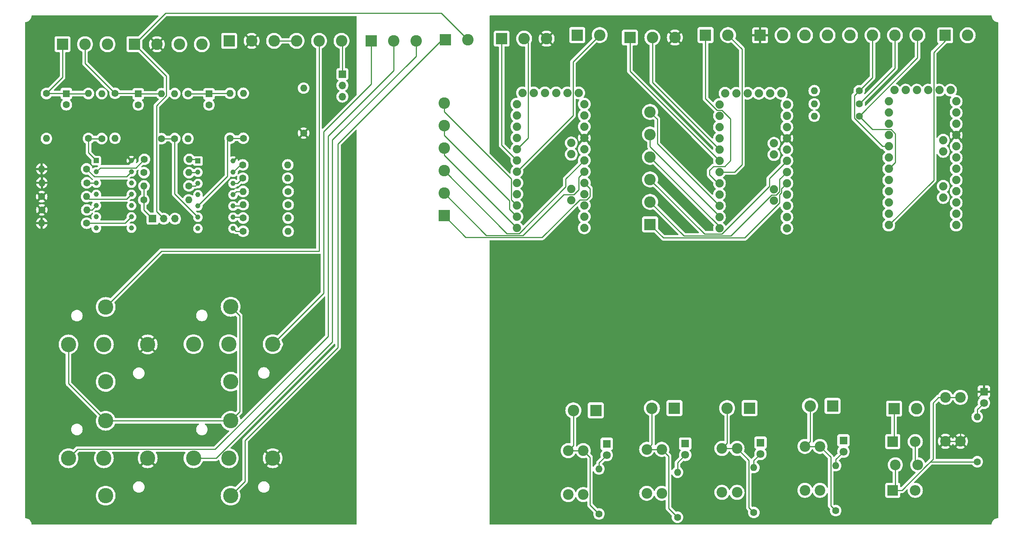
<source format=gbr>
%TF.GenerationSoftware,KiCad,Pcbnew,7.0.8*%
%TF.CreationDate,2024-04-24T16:05:48-06:00*%
%TF.ProjectId,Motherboard23-24,4d6f7468-6572-4626-9f61-726432332d32,rev?*%
%TF.SameCoordinates,Original*%
%TF.FileFunction,Copper,L1,Top*%
%TF.FilePolarity,Positive*%
%FSLAX46Y46*%
G04 Gerber Fmt 4.6, Leading zero omitted, Abs format (unit mm)*
G04 Created by KiCad (PCBNEW 7.0.8) date 2024-04-24 16:05:48*
%MOMM*%
%LPD*%
G01*
G04 APERTURE LIST*
%TA.AperFunction,ComponentPad*%
%ADD10R,2.600000X2.600000*%
%TD*%
%TA.AperFunction,ComponentPad*%
%ADD11C,2.600000*%
%TD*%
%TA.AperFunction,ComponentPad*%
%ADD12C,2.400000*%
%TD*%
%TA.AperFunction,ComponentPad*%
%ADD13C,3.450000*%
%TD*%
%TA.AperFunction,ComponentPad*%
%ADD14C,1.600000*%
%TD*%
%TA.AperFunction,ComponentPad*%
%ADD15O,1.600000X1.600000*%
%TD*%
%TA.AperFunction,ComponentPad*%
%ADD16R,1.600000X1.600000*%
%TD*%
%TA.AperFunction,ComponentPad*%
%ADD17C,1.879600*%
%TD*%
%TA.AperFunction,ComponentPad*%
%ADD18O,2.400000X2.400000*%
%TD*%
%TA.AperFunction,ComponentPad*%
%ADD19R,1.170000X1.170000*%
%TD*%
%TA.AperFunction,ComponentPad*%
%ADD20C,1.170000*%
%TD*%
%TA.AperFunction,ComponentPad*%
%ADD21R,1.800000X1.800000*%
%TD*%
%TA.AperFunction,ComponentPad*%
%ADD22C,1.800000*%
%TD*%
%TA.AperFunction,ComponentPad*%
%ADD23R,2.400000X2.400000*%
%TD*%
%TA.AperFunction,ComponentPad*%
%ADD24R,1.700000X1.700000*%
%TD*%
%TA.AperFunction,ComponentPad*%
%ADD25O,1.700000X1.700000*%
%TD*%
%TA.AperFunction,Conductor*%
%ADD26C,0.250000*%
%TD*%
G04 APERTURE END LIST*
D10*
%TO.P,J4,1,Pin_1*%
%TO.N,/Safety Circuit/Neutral*%
X36000000Y-29000000D03*
D11*
%TO.P,J4,2,Pin_2*%
%TO.N,/Safety Circuit/Brake*%
X41080000Y-29000000D03*
%TO.P,J4,3,Pin_3*%
%TO.N,/Safety Circuit/Seat*%
X46160000Y-29000000D03*
%TD*%
D12*
%TO.P,F5,1*%
%TO.N,Net-(J6-Pin_2)*%
X207200000Y-119827500D03*
%TO.P,F5,2*%
%TO.N,Net-(D4-K)*%
X207200000Y-129747500D03*
%TO.P,F5,3*%
%TO.N,Net-(J6-Pin_2)*%
X203800000Y-119827500D03*
%TO.P,F5,4*%
%TO.N,Net-(D4-K)*%
X203800000Y-129747500D03*
%TD*%
D10*
%TO.P,J3,1,Pin_1*%
%TO.N,Net-(D2-K)*%
X174295000Y-111195000D03*
D11*
%TO.P,J3,2,Pin_2*%
%TO.N,Net-(J3-Pin_2)*%
X169215000Y-111195000D03*
%TD*%
D10*
%TO.P,J17,1,Pin_1*%
%TO.N,Net-(J17-Pin_1)*%
X122500000Y-28000000D03*
D11*
%TO.P,J17,2,Pin_2*%
%TO.N,Safety_Signal*%
X127580000Y-28000000D03*
%TD*%
D13*
%TO.P,J15,30,30*%
%TO.N,+12V*%
X55250000Y-122500000D03*
%TO.P,J15,85,85*%
%TO.N,GND*%
X45750000Y-130950000D03*
%TO.P,J15,86,86*%
%TO.N,Net-(J12-Pad87)*%
X45750000Y-114050000D03*
%TO.P,J15,87,87*%
%TO.N,Net-(J14-Pin_2)*%
X37350000Y-122500000D03*
%TO.P,J15,87A,87A*%
%TO.N,unconnected-(J15-Pad87A)*%
X45350000Y-122500000D03*
%TD*%
D14*
%TO.P,R8,1*%
%TO.N,/Safety Circuit/Seat*%
X64360000Y-40170000D03*
D15*
%TO.P,R8,2*%
%TO.N,GND*%
X64360000Y-50330000D03*
%TD*%
D14*
%TO.P,R16,1*%
%TO.N,Net-(U3-F)*%
X76830000Y-68250000D03*
D15*
%TO.P,R16,2*%
%TO.N,GND*%
X86990000Y-68250000D03*
%TD*%
D14*
%TO.P,R22,1*%
%TO.N,+12V*%
X31280000Y-63420000D03*
D15*
%TO.P,R22,2*%
%TO.N,Net-(U4-E)*%
X41440000Y-63420000D03*
%TD*%
D10*
%TO.P,J24,1,Pin_1*%
%TO.N,Net-(J24-Pin_1)*%
X181335000Y-26950000D03*
D11*
%TO.P,J24,2,Pin_2*%
%TO.N,Net-(J24-Pin_2)*%
X186415000Y-26950000D03*
%TD*%
D14*
%TO.P,R29,1*%
%TO.N,Net-(Q1-G)*%
X54360000Y-64170000D03*
D15*
%TO.P,R29,2*%
%TO.N,GND*%
X64520000Y-64170000D03*
%TD*%
D10*
%TO.P,J21,1,Pin_1*%
%TO.N,Net-(J21-Pin_1)*%
X235500000Y-27000000D03*
D11*
%TO.P,J21,2,Pin_2*%
%TO.N,GND*%
X240580000Y-27000000D03*
%TD*%
D10*
%TO.P,J10,1,Pin_1*%
%TO.N,Safety_Signal*%
X52250000Y-29000000D03*
D11*
%TO.P,J10,2,Pin_2*%
%TO.N,+12V*%
X57330000Y-29000000D03*
%TO.P,J10,3,Pin_3*%
%TO.N,GND*%
X62410000Y-29000000D03*
%TO.P,J10,4,Pin_4*%
X67490000Y-29000000D03*
%TD*%
D13*
%TO.P,J16,30,30*%
%TO.N,+12V*%
X83500000Y-122500000D03*
%TO.P,J16,85,85*%
%TO.N,Net-(J17-Pin_1)*%
X74000000Y-130950000D03*
%TO.P,J16,86,86*%
%TO.N,Net-(J12-Pad87)*%
X74000000Y-114050000D03*
%TO.P,J16,87,87*%
%TO.N,Net-(J14-Pin_3)*%
X65600000Y-122500000D03*
%TO.P,J16,87A,87A*%
%TO.N,unconnected-(J16-Pad87A)*%
X73600000Y-122500000D03*
%TD*%
D14*
%TO.P,R28,1*%
%TO.N,Net-(U4-~{A})*%
X54500000Y-55000000D03*
D15*
%TO.P,R28,2*%
%TO.N,/Safety Circuit/Neutral_Inverted*%
X64660000Y-55000000D03*
%TD*%
D10*
%TO.P,J2,1,Pin_1*%
%TO.N,Net-(D1-K)*%
X156545000Y-111695000D03*
D11*
%TO.P,J2,2,Pin_2*%
%TO.N,Net-(J2-Pin_2)*%
X151465000Y-111695000D03*
%TD*%
D10*
%TO.P,J19,1,Pin_1*%
%TO.N,Net-(J19-Pin_1)*%
X122250000Y-67740000D03*
D11*
%TO.P,J19,2,Pin_2*%
%TO.N,Net-(J19-Pin_2)*%
X122250000Y-62660000D03*
%TO.P,J19,3,Pin_3*%
%TO.N,Net-(J19-Pin_3)*%
X122250000Y-57580000D03*
%TO.P,J19,4,Pin_4*%
%TO.N,Net-(J19-Pin_4)*%
X122250000Y-52500000D03*
%TO.P,J19,5,Pin_5*%
%TO.N,Net-(J19-Pin_5)*%
X122250000Y-47420000D03*
%TO.P,J19,6,Pin_6*%
%TO.N,Net-(J19-Pin_6)*%
X122250000Y-42340000D03*
%TD*%
D16*
%TO.P,C1,1*%
%TO.N,/Safety Circuit/Neutral*%
X36860000Y-40170000D03*
D14*
%TO.P,C1,2*%
%TO.N,GND*%
X36860000Y-42670000D03*
%TD*%
D12*
%TO.P,F1,1*%
%TO.N,Net-(J2-Pin_2)*%
X153700000Y-120790000D03*
%TO.P,F1,2*%
%TO.N,Net-(D1-K)*%
X153700000Y-130710000D03*
%TO.P,F1,3*%
%TO.N,Net-(J2-Pin_2)*%
X150300000Y-120790000D03*
%TO.P,F1,4*%
%TO.N,Net-(D1-K)*%
X150300000Y-130710000D03*
%TD*%
%TO.P,F2,1*%
%TO.N,Net-(J3-Pin_2)*%
X171450000Y-120502500D03*
%TO.P,F2,2*%
%TO.N,Net-(D2-K)*%
X171450000Y-130422500D03*
%TO.P,F2,3*%
%TO.N,Net-(J3-Pin_2)*%
X168050000Y-120502500D03*
%TO.P,F2,4*%
%TO.N,Net-(D2-K)*%
X168050000Y-130422500D03*
%TD*%
D10*
%TO.P,J1,1,Pin_1*%
%TO.N,Net-(J1-Pin_1)*%
X168805000Y-69700000D03*
D11*
%TO.P,J1,2,Pin_2*%
%TO.N,Net-(J1-Pin_2)*%
X168805000Y-64620000D03*
%TO.P,J1,3,Pin_3*%
%TO.N,Net-(J1-Pin_3)*%
X168805000Y-59540000D03*
%TO.P,J1,4,Pin_4*%
%TO.N,Net-(J1-Pin_4)*%
X168805000Y-54460000D03*
%TO.P,J1,5,Pin_5*%
%TO.N,Net-(J1-Pin_5)*%
X168805000Y-49380000D03*
%TO.P,J1,6,Pin_6*%
%TO.N,Net-(J1-Pin_6)*%
X168805000Y-44300000D03*
%TD*%
D10*
%TO.P,J8,1,Pin_1*%
%TO.N,+5V*%
X193670000Y-27000000D03*
D11*
%TO.P,J8,2,Pin_2*%
%TO.N,GND*%
X198750000Y-27000000D03*
%TO.P,J8,3,Pin_3*%
%TO.N,Net-(J8-Pin_3)*%
X203830000Y-27000000D03*
%TO.P,J8,4,Pin_4*%
%TO.N,Net-(J8-Pin_4)*%
X208910000Y-27000000D03*
%TO.P,J8,5,Pin_5*%
%TO.N,GND*%
X213990000Y-27000000D03*
%TO.P,J8,6,Pin_6*%
%TO.N,Net-(J8-Pin_6)*%
X219070000Y-27000000D03*
%TO.P,J8,7,Pin_7*%
%TO.N,Net-(J8-Pin_7)*%
X224150000Y-27000000D03*
%TO.P,J8,8,Pin_8*%
%TO.N,Net-(J8-Pin_8)*%
X229230000Y-27000000D03*
%TD*%
D17*
%TO.P,U5,JP1_1,DTR*%
%TO.N,unconnected-(U5-DTR-PadJP1_1)*%
X236720000Y-39380000D03*
%TO.P,U5,JP1_2,TXO*%
%TO.N,unconnected-(U5-TXO-PadJP1_2)*%
X234180000Y-39380000D03*
%TO.P,U5,JP1_3,RXI*%
%TO.N,unconnected-(U5-RXI-PadJP1_3)*%
X231640000Y-39380000D03*
%TO.P,U5,JP1_4,VCC*%
%TO.N,unconnected-(U5-VCC-PadJP1_4)*%
X229100000Y-39380000D03*
%TO.P,U5,JP1_5,GND*%
%TO.N,Net-(U5-GND-PadJP1_5)*%
X226560000Y-39380000D03*
%TO.P,U5,JP1_6,GND*%
X224020000Y-39380000D03*
%TO.P,U5,JP2_1,A4*%
%TO.N,unconnected-(U5-A4-PadJP2_1)*%
X235069000Y-53223000D03*
%TO.P,U5,JP2_2,A5*%
%TO.N,unconnected-(U5-A5-PadJP2_2)*%
X235069000Y-50683000D03*
%TO.P,U5,JP3_1,A6*%
%TO.N,unconnected-(U5-A6-PadJP3_1)*%
X235069000Y-63637000D03*
%TO.P,U5,JP3_2,A7*%
%TO.N,unconnected-(U5-A7-PadJP3_2)*%
X235069000Y-61097000D03*
%TO.P,U5,JP6_1,RAW*%
%TO.N,unconnected-(U5-RAW-PadJP6_1)*%
X237990000Y-41920000D03*
%TO.P,U5,JP6_2,GND_1*%
%TO.N,GND*%
X237990000Y-44460000D03*
%TO.P,U5,JP6_3,RST_1*%
%TO.N,unconnected-(U5-RST_1-PadJP6_3)*%
X237990000Y-47000000D03*
%TO.P,U5,JP6_4,VCC_1*%
%TO.N,+5V*%
X237990000Y-49540000D03*
%TO.P,U5,JP6_5,A3*%
%TO.N,unconnected-(U5-A3-PadJP6_5)*%
X237990000Y-52080000D03*
%TO.P,U5,JP6_6,A2*%
%TO.N,unconnected-(U5-A2-PadJP6_6)*%
X237990000Y-54620000D03*
%TO.P,U5,JP6_7,A1*%
%TO.N,Net-(J8-Pin_4)*%
X237990000Y-57160000D03*
%TO.P,U5,JP6_8,A0*%
%TO.N,Net-(J8-Pin_3)*%
X237990000Y-59700000D03*
%TO.P,U5,JP6_9,SCK*%
%TO.N,unconnected-(U5-SCK-PadJP6_9)*%
X237990000Y-62240000D03*
%TO.P,U5,JP6_10,MISO*%
%TO.N,unconnected-(U5-MISO-PadJP6_10)*%
X237990000Y-64780000D03*
%TO.P,U5,JP6_11,MOSI*%
%TO.N,unconnected-(U5-MOSI-PadJP6_11)*%
X237990000Y-67320000D03*
%TO.P,U5,JP6_12,D10*%
%TO.N,unconnected-(U5-D10-PadJP6_12)*%
X237990000Y-69860000D03*
%TO.P,U5,JP7_1,D9*%
%TO.N,Net-(J21-Pin_1)*%
X222750000Y-69860000D03*
%TO.P,U5,JP7_2,D8*%
%TO.N,unconnected-(U5-D8-PadJP7_2)*%
X222750000Y-67320000D03*
%TO.P,U5,JP7_3,D7*%
%TO.N,unconnected-(U5-D7-PadJP7_3)*%
X222750000Y-64780000D03*
%TO.P,U5,JP7_4,D6*%
%TO.N,unconnected-(U5-D6-PadJP7_4)*%
X222750000Y-62240000D03*
%TO.P,U5,JP7_5,D5*%
%TO.N,unconnected-(U5-D5-PadJP7_5)*%
X222750000Y-59700000D03*
%TO.P,U5,JP7_6,D4*%
%TO.N,Net-(J8-Pin_8)*%
X222750000Y-57160000D03*
%TO.P,U5,JP7_7,D3*%
%TO.N,Net-(J8-Pin_7)*%
X222750000Y-54620000D03*
%TO.P,U5,JP7_8,D2*%
%TO.N,Net-(J8-Pin_6)*%
X222750000Y-52080000D03*
%TO.P,U5,JP7_9,GND_2*%
%TO.N,GND*%
X222750000Y-49540000D03*
%TO.P,U5,JP7_10,RST_2*%
%TO.N,unconnected-(U5-RST_2-PadJP7_10)*%
X222750000Y-47000000D03*
%TO.P,U5,JP7_11,RXI_2*%
%TO.N,unconnected-(U5-RXI_2-PadJP7_11)*%
X222750000Y-44460000D03*
%TO.P,U5,JP7_12,TXO_2*%
%TO.N,unconnected-(U5-TXO_2-PadJP7_12)*%
X222750000Y-41920000D03*
%TD*%
D14*
%TO.P,R13,1*%
%TO.N,/Safety Circuit/Brake_Output*%
X61360000Y-50320000D03*
D15*
%TO.P,R13,2*%
%TO.N,GND*%
X61360000Y-40160000D03*
%TD*%
D14*
%TO.P,R15,1*%
%TO.N,Net-(U3-E)*%
X76830000Y-71250000D03*
D15*
%TO.P,R15,2*%
%TO.N,GND*%
X86990000Y-71250000D03*
%TD*%
D14*
%TO.P,R7,1*%
%TO.N,/Safety Circuit/Brake*%
X47860000Y-40090000D03*
D15*
%TO.P,R7,2*%
%TO.N,GND*%
X47860000Y-50250000D03*
%TD*%
D10*
%TO.P,J6,1,Pin_1*%
%TO.N,Net-(D4-K)*%
X210045000Y-110695000D03*
D11*
%TO.P,J6,2,Pin_2*%
%TO.N,Net-(J6-Pin_2)*%
X204965000Y-110695000D03*
%TD*%
D14*
%TO.P,R1,1*%
%TO.N,Net-(J2-Pin_2)*%
X157250000Y-135080000D03*
D15*
%TO.P,R1,2*%
%TO.N,Net-(D1-A)*%
X157250000Y-124920000D03*
%TD*%
D14*
%TO.P,R23,1*%
%TO.N,Net-(U4-F)*%
X41440000Y-57170000D03*
D15*
%TO.P,R23,2*%
%TO.N,+12V*%
X31280000Y-57170000D03*
%TD*%
D14*
%TO.P,R27,1*%
%TO.N,GND*%
X86990000Y-62250000D03*
D15*
%TO.P,R27,2*%
%TO.N,Net-(U3-M=G.M)*%
X76830000Y-62250000D03*
%TD*%
D14*
%TO.P,R4,1*%
%TO.N,Net-(J5-Pin_2)*%
X192250000Y-134750000D03*
D15*
%TO.P,R4,2*%
%TO.N,Net-(D3-A)*%
X192250000Y-124590000D03*
%TD*%
D12*
%TO.P,F3,1*%
%TO.N,Net-(D9-K)*%
X238950000Y-108752500D03*
%TO.P,F3,2*%
%TO.N,+5V*%
X238950000Y-118672500D03*
%TO.P,F3,3*%
%TO.N,Net-(D9-K)*%
X235550000Y-108752500D03*
%TO.P,F3,4*%
%TO.N,+5V*%
X235550000Y-118672500D03*
%TD*%
%TO.P,TH2,1*%
%TO.N,Net-(D9-K)*%
X224235000Y-124000000D03*
D18*
%TO.P,TH2,2*%
%TO.N,Net-(D8-A)*%
X229315000Y-124000000D03*
%TD*%
D14*
%TO.P,R19,1*%
%TO.N,Net-(U4-B)*%
X41490000Y-60300000D03*
D15*
%TO.P,R19,2*%
%TO.N,+12V*%
X31330000Y-60300000D03*
%TD*%
D19*
%TO.P,U3,1,A*%
%TO.N,/Safety Circuit/Neutral_Inverted*%
X66610000Y-55380000D03*
D20*
%TO.P,U3,2,B*%
%TO.N,Net-(U3-B)*%
X66610000Y-57920000D03*
%TO.P,U3,3,J=A.B*%
%TO.N,Net-(U3-J=A.B)*%
X66610000Y-60460000D03*
%TO.P,U3,4,K=C.D*%
%TO.N,Net-(U3-K=C.D)*%
X66610000Y-63000000D03*
%TO.P,U3,5,C*%
%TO.N,/Safety Circuit/Seat_Output*%
X66610000Y-65540000D03*
%TO.P,U3,6,D*%
%TO.N,/Safety Circuit/Brake_Output*%
X66610000Y-68080000D03*
%TO.P,U3,7,VSS*%
%TO.N,GND*%
X66610000Y-70620000D03*
%TO.P,U3,8,E*%
%TO.N,Net-(U3-E)*%
X74550000Y-70620000D03*
%TO.P,U3,9,F*%
%TO.N,Net-(U3-F)*%
X74550000Y-68080000D03*
%TO.P,U3,10,L=E.F*%
%TO.N,Net-(U3-L=E.F)*%
X74550000Y-65540000D03*
%TO.P,U3,11,M=G.M*%
%TO.N,Net-(U3-M=G.M)*%
X74550000Y-63000000D03*
%TO.P,U3,12,G*%
%TO.N,Net-(U3-G)*%
X74550000Y-60460000D03*
%TO.P,U3,13,H*%
%TO.N,Net-(U3-H)*%
X74550000Y-57920000D03*
%TO.P,U3,14,VDD*%
%TO.N,+12V*%
X74550000Y-55380000D03*
%TD*%
D14*
%TO.P,R9,1*%
%TO.N,/Safety Circuit/Neutral_Output*%
X41860000Y-50294888D03*
D15*
%TO.P,R9,2*%
%TO.N,/Safety Circuit/Neutral*%
X41860000Y-40134888D03*
%TD*%
D17*
%TO.P,U2,JP1_1,DTR*%
%TO.N,unconnected-(U2-DTR-PadJP1_1)*%
X198450000Y-40090000D03*
%TO.P,U2,JP1_2,TXO*%
%TO.N,unconnected-(U2-TXO-PadJP1_2)*%
X195910000Y-40090000D03*
%TO.P,U2,JP1_3,RXI*%
%TO.N,unconnected-(U2-RXI-PadJP1_3)*%
X193370000Y-40090000D03*
%TO.P,U2,JP1_4,VCC*%
%TO.N,unconnected-(U2-VCC-PadJP1_4)*%
X190830000Y-40090000D03*
%TO.P,U2,JP1_5,GND*%
%TO.N,Net-(U2-GND-PadJP1_5)*%
X188290000Y-40090000D03*
%TO.P,U2,JP1_6,GND*%
X185750000Y-40090000D03*
%TO.P,U2,JP2_1,A4*%
%TO.N,unconnected-(U2-A4-PadJP2_1)*%
X196799000Y-53933000D03*
%TO.P,U2,JP2_2,A5*%
%TO.N,unconnected-(U2-A5-PadJP2_2)*%
X196799000Y-51393000D03*
%TO.P,U2,JP3_1,A6*%
%TO.N,unconnected-(U2-A6-PadJP3_1)*%
X196799000Y-64347000D03*
%TO.P,U2,JP3_2,A7*%
%TO.N,unconnected-(U2-A7-PadJP3_2)*%
X196799000Y-61807000D03*
%TO.P,U2,JP6_1,RAW*%
%TO.N,unconnected-(U2-RAW-PadJP6_1)*%
X199720000Y-42630000D03*
%TO.P,U2,JP6_2,GND_1*%
%TO.N,GND*%
X199720000Y-45170000D03*
%TO.P,U2,JP6_3,RST_1*%
%TO.N,unconnected-(U2-RST_1-PadJP6_3)*%
X199720000Y-47710000D03*
%TO.P,U2,JP6_4,VCC_1*%
%TO.N,+5V*%
X199720000Y-50250000D03*
%TO.P,U2,JP6_5,A3*%
%TO.N,unconnected-(U2-A3-PadJP6_5)*%
X199720000Y-52790000D03*
%TO.P,U2,JP6_6,A2*%
%TO.N,Net-(J1-Pin_3)*%
X199720000Y-55330000D03*
%TO.P,U2,JP6_7,A1*%
%TO.N,Net-(J1-Pin_2)*%
X199720000Y-57870000D03*
%TO.P,U2,JP6_8,A0*%
%TO.N,Net-(J1-Pin_1)*%
X199720000Y-60410000D03*
%TO.P,U2,JP6_9,SCK*%
%TO.N,unconnected-(U2-SCK-PadJP6_9)*%
X199720000Y-62950000D03*
%TO.P,U2,JP6_10,MISO*%
%TO.N,unconnected-(U2-MISO-PadJP6_10)*%
X199720000Y-65490000D03*
%TO.P,U2,JP6_11,MOSI*%
%TO.N,unconnected-(U2-MOSI-PadJP6_11)*%
X199720000Y-68030000D03*
%TO.P,U2,JP6_12,D10*%
%TO.N,unconnected-(U2-D10-PadJP6_12)*%
X199720000Y-70570000D03*
%TO.P,U2,JP7_1,D9*%
%TO.N,Net-(J1-Pin_4)*%
X184480000Y-70570000D03*
%TO.P,U2,JP7_2,D8*%
%TO.N,Net-(J1-Pin_5)*%
X184480000Y-68030000D03*
%TO.P,U2,JP7_3,D7*%
%TO.N,Net-(J1-Pin_6)*%
X184480000Y-65490000D03*
%TO.P,U2,JP7_4,D6*%
%TO.N,unconnected-(U2-D6-PadJP7_4)*%
X184480000Y-62950000D03*
%TO.P,U2,JP7_5,D5*%
%TO.N,Net-(J24-Pin_1)*%
X184480000Y-60410000D03*
%TO.P,U2,JP7_6,D4*%
%TO.N,Net-(J24-Pin_2)*%
X184480000Y-57870000D03*
%TO.P,U2,JP7_7,D3*%
%TO.N,Net-(J23-Pin_1)*%
X184480000Y-55330000D03*
%TO.P,U2,JP7_8,D2*%
%TO.N,Net-(J23-Pin_2)*%
X184480000Y-52790000D03*
%TO.P,U2,JP7_9,GND_2*%
%TO.N,GND*%
X184480000Y-50250000D03*
%TO.P,U2,JP7_10,RST_2*%
%TO.N,unconnected-(U2-RST_2-PadJP7_10)*%
X184480000Y-47710000D03*
%TO.P,U2,JP7_11,RXI_2*%
%TO.N,unconnected-(U2-RXI_2-PadJP7_11)*%
X184480000Y-45170000D03*
%TO.P,U2,JP7_12,TXO_2*%
%TO.N,unconnected-(U2-TXO_2-PadJP7_12)*%
X184480000Y-42630000D03*
%TD*%
D10*
%TO.P,J23,1,Pin_1*%
%TO.N,Net-(J23-Pin_1)*%
X164250000Y-27500000D03*
D11*
%TO.P,J23,2,Pin_2*%
%TO.N,Net-(J23-Pin_2)*%
X169330000Y-27500000D03*
%TO.P,J23,3,Pin_3*%
%TO.N,+5V*%
X174410000Y-27500000D03*
%TD*%
D14*
%TO.P,R20,1*%
%TO.N,+12V*%
X31330000Y-66420000D03*
D15*
%TO.P,R20,2*%
%TO.N,Net-(U4-C)*%
X41490000Y-66420000D03*
%TD*%
D14*
%TO.P,R18,1*%
%TO.N,Net-(U3-H)*%
X76750000Y-56250000D03*
D15*
%TO.P,R18,2*%
%TO.N,GND*%
X86910000Y-56250000D03*
%TD*%
D14*
%TO.P,R2,1*%
%TO.N,Net-(J3-Pin_2)*%
X175000000Y-135830000D03*
D15*
%TO.P,R2,2*%
%TO.N,Net-(D2-A)*%
X175000000Y-125670000D03*
%TD*%
D21*
%TO.P,D2,1,K*%
%TO.N,Net-(D2-K)*%
X176750000Y-119210000D03*
D22*
%TO.P,D2,2,A*%
%TO.N,Net-(D2-A)*%
X176750000Y-121750000D03*
%TD*%
D13*
%TO.P,J13,30,30*%
%TO.N,Net-(J14-Pin_1)*%
X83500000Y-96750000D03*
%TO.P,J13,85,85*%
%TO.N,GND*%
X74000000Y-105200000D03*
%TO.P,J13,86,86*%
%TO.N,Net-(J12-Pad87)*%
X74000000Y-88300000D03*
%TO.P,J13,87,87*%
%TO.N,unconnected-(J13-Pad87)*%
X65600000Y-96750000D03*
%TO.P,J13,87A,87A*%
%TO.N,GND*%
X73600000Y-96750000D03*
%TD*%
D21*
%TO.P,D3,1,K*%
%TO.N,Net-(D3-K)*%
X193750000Y-118975000D03*
D22*
%TO.P,D3,2,A*%
%TO.N,Net-(D3-A)*%
X193750000Y-121515000D03*
%TD*%
D21*
%TO.P,D5,1,K*%
%TO.N,+5V*%
X244250000Y-107462500D03*
D22*
%TO.P,D5,2,A*%
%TO.N,Net-(D5-A)*%
X244250000Y-110002500D03*
%TD*%
D21*
%TO.P,D1,1,K*%
%TO.N,Net-(D1-K)*%
X159000000Y-119250000D03*
D22*
%TO.P,D1,2,A*%
%TO.N,Net-(D1-A)*%
X159000000Y-121790000D03*
%TD*%
D10*
%TO.P,J11,1,Pin_1*%
%TO.N,GND*%
X73670000Y-28250000D03*
D11*
%TO.P,J11,2,Pin_2*%
%TO.N,+12V*%
X78750000Y-28250000D03*
%TO.P,J11,3,Pin_3*%
%TO.N,Net-(J11-Pin_3)*%
X83830000Y-28250000D03*
%TO.P,J11,4,Pin_4*%
X88910000Y-28250000D03*
%TO.P,J11,5,Pin_5*%
%TO.N,Net-(J11-Pin_5)*%
X93990000Y-28250000D03*
%TO.P,J11,6,Pin_6*%
%TO.N,/SafetyStart/Comp_Switch*%
X99070000Y-28250000D03*
%TD*%
D14*
%TO.P,R24,1*%
%TO.N,Net-(U3-K=C.D)*%
X54420000Y-58000000D03*
D15*
%TO.P,R24,2*%
%TO.N,Net-(U3-B)*%
X64580000Y-58000000D03*
%TD*%
D14*
%TO.P,R30,1*%
%TO.N,+12V*%
X90500000Y-49080000D03*
D15*
%TO.P,R30,2*%
%TO.N,/SafetyStart/Comp_Switch*%
X90500000Y-38920000D03*
%TD*%
D23*
%TO.P,D9,1,K*%
%TO.N,Net-(D9-K)*%
X223660000Y-129750000D03*
D18*
%TO.P,D9,2,A*%
%TO.N,GND*%
X228740000Y-129750000D03*
%TD*%
D14*
%TO.P,R12,1*%
%TO.N,/Safety Circuit/Neutral_Output*%
X44860000Y-50320000D03*
D15*
%TO.P,R12,2*%
%TO.N,GND*%
X44860000Y-40160000D03*
%TD*%
D16*
%TO.P,C3,1*%
%TO.N,/Safety Circuit/Seat*%
X69110000Y-40214888D03*
D14*
%TO.P,C3,2*%
%TO.N,GND*%
X69110000Y-42714888D03*
%TD*%
D13*
%TO.P,J12,30,30*%
%TO.N,+12V*%
X55250000Y-96800000D03*
%TO.P,J12,85,85*%
%TO.N,Net-(Q2-D)*%
X45750000Y-105250000D03*
%TO.P,J12,86,86*%
%TO.N,Net-(J11-Pin_5)*%
X45750000Y-88350000D03*
%TO.P,J12,87,87*%
%TO.N,Net-(J12-Pad87)*%
X37350000Y-96800000D03*
%TO.P,J12,87A,87A*%
%TO.N,unconnected-(J12-Pad87A)*%
X45350000Y-96800000D03*
%TD*%
D14*
%TO.P,R32,1*%
%TO.N,Net-(J8-Pin_7)*%
X216080000Y-42500000D03*
D15*
%TO.P,R32,2*%
%TO.N,GND*%
X205920000Y-42500000D03*
%TD*%
D10*
%TO.P,J7,1,Pin_1*%
%TO.N,Net-(J7-Pin_1)*%
X135250000Y-27750000D03*
D11*
%TO.P,J7,2,Pin_2*%
%TO.N,Net-(J7-Pin_2)*%
X140330000Y-27750000D03*
%TO.P,J7,3,Pin_3*%
%TO.N,+5V*%
X145410000Y-27750000D03*
%TD*%
D12*
%TO.P,F4,1*%
%TO.N,Net-(J5-Pin_2)*%
X188450000Y-120290000D03*
%TO.P,F4,2*%
%TO.N,Net-(D3-K)*%
X188450000Y-130210000D03*
%TO.P,F4,3*%
%TO.N,Net-(J5-Pin_2)*%
X185050000Y-120290000D03*
%TO.P,F4,4*%
%TO.N,Net-(D3-K)*%
X185050000Y-130210000D03*
%TD*%
D14*
%TO.P,R6,1*%
%TO.N,/Safety Circuit/Neutral*%
X32360000Y-40134888D03*
D15*
%TO.P,R6,2*%
%TO.N,GND*%
X32360000Y-50294888D03*
%TD*%
D14*
%TO.P,R25,1*%
%TO.N,Net-(U3-J=A.B)*%
X64580000Y-61000000D03*
D15*
%TO.P,R25,2*%
%TO.N,Net-(Q1-G)*%
X54420000Y-61000000D03*
%TD*%
D19*
%TO.P,U4,1,A*%
%TO.N,/Safety Circuit/Neutral_Output*%
X43640000Y-55300000D03*
D20*
%TO.P,U4,2,~{A}*%
%TO.N,Net-(U4-~{A})*%
X43640000Y-57840000D03*
%TO.P,U4,3,B*%
%TO.N,Net-(U4-B)*%
X43640000Y-60380000D03*
%TO.P,U4,4,~{B}*%
%TO.N,GND*%
X43640000Y-62920000D03*
%TO.P,U4,5,C*%
%TO.N,Net-(U4-C)*%
X43640000Y-65460000D03*
%TO.P,U4,6,~{C}*%
%TO.N,GND*%
X43640000Y-68000000D03*
%TO.P,U4,7,VSS*%
X43640000Y-70540000D03*
%TO.P,U4,8,~{D}*%
X51580000Y-70540000D03*
%TO.P,U4,9,D*%
%TO.N,Net-(U4-D)*%
X51580000Y-68000000D03*
%TO.P,U4,10,~{E}*%
%TO.N,GND*%
X51580000Y-65460000D03*
%TO.P,U4,11,E*%
%TO.N,Net-(U4-E)*%
X51580000Y-62920000D03*
%TO.P,U4,12,~{F}*%
%TO.N,GND*%
X51580000Y-60380000D03*
%TO.P,U4,13,F*%
%TO.N,Net-(U4-F)*%
X51580000Y-57840000D03*
%TO.P,U4,14,VDD*%
%TO.N,+12V*%
X51580000Y-55300000D03*
%TD*%
D14*
%TO.P,R3,1*%
%TO.N,Net-(D9-K)*%
X242750000Y-123292500D03*
D15*
%TO.P,R3,2*%
%TO.N,Net-(D5-A)*%
X242750000Y-113132500D03*
%TD*%
D16*
%TO.P,C2,1*%
%TO.N,/Safety Circuit/Brake*%
X53110000Y-40214888D03*
D14*
%TO.P,C2,2*%
%TO.N,GND*%
X53110000Y-42714888D03*
%TD*%
%TO.P,R26,1*%
%TO.N,GND*%
X86990000Y-65250000D03*
D15*
%TO.P,R26,2*%
%TO.N,Net-(U3-L=E.F)*%
X76830000Y-65250000D03*
%TD*%
D17*
%TO.P,U1,JP1_1,DTR*%
%TO.N,unconnected-(U1-DTR-PadJP1_1)*%
X152660000Y-40000000D03*
%TO.P,U1,JP1_2,TXO*%
%TO.N,unconnected-(U1-TXO-PadJP1_2)*%
X150120000Y-40000000D03*
%TO.P,U1,JP1_3,RXI*%
%TO.N,unconnected-(U1-RXI-PadJP1_3)*%
X147580000Y-40000000D03*
%TO.P,U1,JP1_4,VCC*%
%TO.N,unconnected-(U1-VCC-PadJP1_4)*%
X145040000Y-40000000D03*
%TO.P,U1,JP1_5,GND*%
%TO.N,Net-(U1-GND-PadJP1_5)*%
X142500000Y-40000000D03*
%TO.P,U1,JP1_6,GND*%
X139960000Y-40000000D03*
%TO.P,U1,JP2_1,A4*%
%TO.N,unconnected-(U1-A4-PadJP2_1)*%
X151009000Y-53843000D03*
%TO.P,U1,JP2_2,A5*%
%TO.N,unconnected-(U1-A5-PadJP2_2)*%
X151009000Y-51303000D03*
%TO.P,U1,JP3_1,A6*%
%TO.N,unconnected-(U1-A6-PadJP3_1)*%
X151009000Y-64257000D03*
%TO.P,U1,JP3_2,A7*%
%TO.N,unconnected-(U1-A7-PadJP3_2)*%
X151009000Y-61717000D03*
%TO.P,U1,JP6_1,RAW*%
%TO.N,unconnected-(U1-RAW-PadJP6_1)*%
X153930000Y-42540000D03*
%TO.P,U1,JP6_2,GND_1*%
%TO.N,GND*%
X153930000Y-45080000D03*
%TO.P,U1,JP6_3,RST_1*%
%TO.N,unconnected-(U1-RST_1-PadJP6_3)*%
X153930000Y-47620000D03*
%TO.P,U1,JP6_4,VCC_1*%
%TO.N,+5V*%
X153930000Y-50160000D03*
%TO.P,U1,JP6_5,A3*%
%TO.N,unconnected-(U1-A3-PadJP6_5)*%
X153930000Y-52700000D03*
%TO.P,U1,JP6_6,A2*%
%TO.N,Net-(J19-Pin_3)*%
X153930000Y-55240000D03*
%TO.P,U1,JP6_7,A1*%
%TO.N,Net-(J19-Pin_2)*%
X153930000Y-57780000D03*
%TO.P,U1,JP6_8,A0*%
%TO.N,Net-(J19-Pin_1)*%
X153930000Y-60320000D03*
%TO.P,U1,JP6_9,SCK*%
%TO.N,unconnected-(U1-SCK-PadJP6_9)*%
X153930000Y-62860000D03*
%TO.P,U1,JP6_10,MISO*%
%TO.N,unconnected-(U1-MISO-PadJP6_10)*%
X153930000Y-65400000D03*
%TO.P,U1,JP6_11,MOSI*%
%TO.N,unconnected-(U1-MOSI-PadJP6_11)*%
X153930000Y-67940000D03*
%TO.P,U1,JP6_12,D10*%
%TO.N,unconnected-(U1-D10-PadJP6_12)*%
X153930000Y-70480000D03*
%TO.P,U1,JP7_1,D9*%
%TO.N,Net-(J19-Pin_4)*%
X138690000Y-70480000D03*
%TO.P,U1,JP7_2,D8*%
%TO.N,Net-(J19-Pin_5)*%
X138690000Y-67940000D03*
%TO.P,U1,JP7_3,D7*%
%TO.N,Net-(J19-Pin_6)*%
X138690000Y-65400000D03*
%TO.P,U1,JP7_4,D6*%
%TO.N,unconnected-(U1-D6-PadJP7_4)*%
X138690000Y-62860000D03*
%TO.P,U1,JP7_5,D5*%
%TO.N,Net-(J18-Pin_1)*%
X138690000Y-60320000D03*
%TO.P,U1,JP7_6,D4*%
%TO.N,Net-(J18-Pin_2)*%
X138690000Y-57780000D03*
%TO.P,U1,JP7_7,D3*%
%TO.N,Net-(J7-Pin_1)*%
X138690000Y-55240000D03*
%TO.P,U1,JP7_8,D2*%
%TO.N,Net-(J7-Pin_2)*%
X138690000Y-52700000D03*
%TO.P,U1,JP7_9,GND_2*%
%TO.N,GND*%
X138690000Y-50160000D03*
%TO.P,U1,JP7_10,RST_2*%
%TO.N,unconnected-(U1-RST_2-PadJP7_10)*%
X138690000Y-47620000D03*
%TO.P,U1,JP7_11,RXI_2*%
%TO.N,unconnected-(U1-RXI_2-PadJP7_11)*%
X138690000Y-45080000D03*
%TO.P,U1,JP7_12,TXO_2*%
%TO.N,unconnected-(U1-TXO_2-PadJP7_12)*%
X138690000Y-42540000D03*
%TD*%
D14*
%TO.P,R5,1*%
%TO.N,Net-(J6-Pin_2)*%
X210750000Y-134330000D03*
D15*
%TO.P,R5,2*%
%TO.N,Net-(D4-A)*%
X210750000Y-124170000D03*
%TD*%
D24*
%TO.P,Q1,1,G*%
%TO.N,Net-(Q1-G)*%
X56360000Y-68420000D03*
D25*
%TO.P,Q1,2,D*%
%TO.N,Safety_Signal*%
X58900000Y-68420000D03*
%TO.P,Q1,3,S*%
%TO.N,GND*%
X61440000Y-68420000D03*
%TD*%
D14*
%TO.P,R14,1*%
%TO.N,/Safety Circuit/Seat_Output*%
X76860000Y-50240000D03*
D15*
%TO.P,R14,2*%
%TO.N,GND*%
X76860000Y-40080000D03*
%TD*%
D14*
%TO.P,R31,1*%
%TO.N,Net-(J8-Pin_6)*%
X216080000Y-39500000D03*
D15*
%TO.P,R31,2*%
%TO.N,GND*%
X205920000Y-39500000D03*
%TD*%
D14*
%TO.P,R11,1*%
%TO.N,/Safety Circuit/Seat_Output*%
X73860000Y-50250000D03*
D15*
%TO.P,R11,2*%
%TO.N,/Safety Circuit/Seat*%
X73860000Y-40090000D03*
%TD*%
D10*
%TO.P,J9,1,Pin_1*%
%TO.N,Net-(D8-K)*%
X223955000Y-111305000D03*
D11*
%TO.P,J9,2,Pin_2*%
%TO.N,GND*%
X229035000Y-111305000D03*
%TD*%
D14*
%TO.P,R17,1*%
%TO.N,Net-(U3-G)*%
X76750000Y-59250000D03*
D15*
%TO.P,R17,2*%
%TO.N,GND*%
X86910000Y-59250000D03*
%TD*%
D24*
%TO.P,Q2,1,G*%
%TO.N,/SafetyStart/Comp_Switch*%
X99250000Y-35750000D03*
D25*
%TO.P,Q2,2,D*%
%TO.N,Net-(Q2-D)*%
X99250000Y-38290000D03*
%TO.P,Q2,3,S*%
%TO.N,GND*%
X99250000Y-40830000D03*
%TD*%
D23*
%TO.P,D8,1,K*%
%TO.N,Net-(D8-K)*%
X223660000Y-118750000D03*
D18*
%TO.P,D8,2,A*%
%TO.N,Net-(D8-A)*%
X228740000Y-118750000D03*
%TD*%
D21*
%TO.P,D4,1,K*%
%TO.N,Net-(D4-K)*%
X212500000Y-118475000D03*
D22*
%TO.P,D4,2,A*%
%TO.N,Net-(D4-A)*%
X212500000Y-121015000D03*
%TD*%
D10*
%TO.P,J18,1,Pin_1*%
%TO.N,Net-(J18-Pin_1)*%
X152335000Y-26950000D03*
D11*
%TO.P,J18,2,Pin_2*%
%TO.N,Net-(J18-Pin_2)*%
X157415000Y-26950000D03*
%TD*%
D14*
%TO.P,R33,1*%
%TO.N,Net-(J8-Pin_8)*%
X216080000Y-45250000D03*
D15*
%TO.P,R33,2*%
%TO.N,GND*%
X205920000Y-45250000D03*
%TD*%
D10*
%TO.P,J5,1,Pin_1*%
%TO.N,Net-(D3-K)*%
X191295000Y-111195000D03*
D11*
%TO.P,J5,2,Pin_2*%
%TO.N,Net-(J5-Pin_2)*%
X186215000Y-111195000D03*
%TD*%
D10*
%TO.P,J14,1,Pin_1*%
%TO.N,Net-(J14-Pin_1)*%
X105750000Y-28250000D03*
D11*
%TO.P,J14,2,Pin_2*%
%TO.N,Net-(J14-Pin_2)*%
X110830000Y-28250000D03*
%TO.P,J14,3,Pin_3*%
%TO.N,Net-(J14-Pin_3)*%
X115910000Y-28250000D03*
%TD*%
D14*
%TO.P,R10,1*%
%TO.N,/Safety Circuit/Brake_Output*%
X58360000Y-50330000D03*
D15*
%TO.P,R10,2*%
%TO.N,/Safety Circuit/Brake*%
X58360000Y-40170000D03*
%TD*%
D14*
%TO.P,R21,1*%
%TO.N,Net-(U4-D)*%
X41460000Y-69420000D03*
D15*
%TO.P,R21,2*%
%TO.N,+12V*%
X31300000Y-69420000D03*
%TD*%
D26*
%TO.N,/Safety Circuit/Neutral*%
X36000000Y-29000000D02*
X36000000Y-36494888D01*
X32360000Y-40134888D02*
X36824888Y-40134888D01*
X36824888Y-40134888D02*
X36860000Y-40170000D01*
X36000000Y-36494888D02*
X32360000Y-40134888D01*
X36860000Y-40170000D02*
X41824888Y-40170000D01*
X41824888Y-40170000D02*
X41860000Y-40134888D01*
%TO.N,/Safety Circuit/Brake*%
X58315112Y-40214888D02*
X58360000Y-40170000D01*
X41080000Y-29000000D02*
X41080000Y-33310000D01*
X52985112Y-40090000D02*
X53110000Y-40214888D01*
X47860000Y-40090000D02*
X52985112Y-40090000D01*
X41080000Y-33310000D02*
X47860000Y-40090000D01*
X53110000Y-40214888D02*
X58315112Y-40214888D01*
%TO.N,/Safety Circuit/Seat*%
X69234888Y-40090000D02*
X69110000Y-40214888D01*
X73860000Y-40090000D02*
X69234888Y-40090000D01*
X69065112Y-40170000D02*
X69110000Y-40214888D01*
X64360000Y-40170000D02*
X69065112Y-40170000D01*
%TO.N,Net-(D1-A)*%
X157250000Y-123540000D02*
X159000000Y-121790000D01*
X157250000Y-124920000D02*
X157250000Y-123540000D01*
%TO.N,Net-(D2-A)*%
X175000000Y-123500000D02*
X175000000Y-125670000D01*
X176750000Y-121750000D02*
X175000000Y-123500000D01*
%TO.N,Net-(D3-A)*%
X192250000Y-123015000D02*
X192250000Y-124590000D01*
X193750000Y-121515000D02*
X192250000Y-123015000D01*
%TO.N,Net-(D4-A)*%
X210750000Y-122765000D02*
X210750000Y-124170000D01*
X212500000Y-121015000D02*
X210750000Y-122765000D01*
%TO.N,+5V*%
X238950000Y-112762500D02*
X244250000Y-107462500D01*
X235550000Y-118672500D02*
X238950000Y-118672500D01*
X238950000Y-118672500D02*
X238950000Y-112762500D01*
%TO.N,Net-(D5-A)*%
X242750000Y-113132500D02*
X242750000Y-111502500D01*
X242750000Y-111502500D02*
X244250000Y-110002500D01*
%TO.N,Net-(D8-K)*%
X223955000Y-111305000D02*
X223955000Y-118455000D01*
X223955000Y-118455000D02*
X223660000Y-118750000D01*
%TO.N,Net-(D8-A)*%
X228740000Y-118750000D02*
X228740000Y-123425000D01*
X228740000Y-123425000D02*
X229315000Y-124000000D01*
%TO.N,Net-(D9-K)*%
X232750000Y-110000000D02*
X233997500Y-108752500D01*
X233997500Y-108752500D02*
X235550000Y-108752500D01*
X224235000Y-124000000D02*
X224235000Y-129175000D01*
X232177366Y-123292500D02*
X231359933Y-124109933D01*
X225719865Y-129750000D02*
X231359933Y-124109933D01*
X235550000Y-108752500D02*
X238950000Y-108752500D01*
X223660000Y-129750000D02*
X225719865Y-129750000D01*
X242750000Y-123292500D02*
X232177366Y-123292500D01*
X224235000Y-129175000D02*
X223660000Y-129750000D01*
X232750000Y-122719865D02*
X232750000Y-110000000D01*
X231359933Y-124109933D02*
X232750000Y-122719865D01*
%TO.N,Net-(J2-Pin_2)*%
X151465000Y-119625000D02*
X150300000Y-120790000D01*
X153700000Y-120790000D02*
X155225000Y-122315000D01*
X155225000Y-122315000D02*
X155225000Y-133055000D01*
X155225000Y-133055000D02*
X157250000Y-135080000D01*
X150300000Y-120790000D02*
X153700000Y-120790000D01*
X151465000Y-111695000D02*
X151465000Y-119625000D01*
%TO.N,Net-(J3-Pin_2)*%
X171450000Y-120502500D02*
X168050000Y-120502500D01*
X169215000Y-119337500D02*
X168050000Y-120502500D01*
X171450000Y-120502500D02*
X172975000Y-122027500D01*
X169215000Y-111195000D02*
X169215000Y-119337500D01*
X172975000Y-133805000D02*
X175000000Y-135830000D01*
X172975000Y-122027500D02*
X172975000Y-133805000D01*
%TO.N,Net-(J5-Pin_2)*%
X186215000Y-111195000D02*
X186215000Y-119125000D01*
X186215000Y-119125000D02*
X185050000Y-120290000D01*
X192250000Y-134750000D02*
X191125000Y-133625000D01*
X191125000Y-122965000D02*
X188450000Y-120290000D01*
X191125000Y-133625000D02*
X191125000Y-122965000D01*
X188450000Y-120290000D02*
X185050000Y-120290000D01*
%TO.N,Net-(J6-Pin_2)*%
X210750000Y-134330000D02*
X209625000Y-133205000D01*
X209625000Y-122252500D02*
X207200000Y-119827500D01*
X204965000Y-118662500D02*
X203800000Y-119827500D01*
X209625000Y-133205000D02*
X209625000Y-122252500D01*
X204965000Y-110695000D02*
X204965000Y-118662500D01*
X207200000Y-119827500D02*
X203800000Y-119827500D01*
%TO.N,Net-(J1-Pin_1)*%
X190203226Y-72729652D02*
X198063800Y-64869078D01*
X171834652Y-72729652D02*
X190203226Y-72729652D01*
X198063800Y-64869078D02*
X198063800Y-62965474D01*
X198513800Y-61616200D02*
X199720000Y-60410000D01*
X198513800Y-62515474D02*
X198513800Y-61616200D01*
X198063800Y-62965474D02*
X198513800Y-62515474D01*
X168805000Y-69700000D02*
X171834652Y-72729652D01*
%TO.N,Net-(J1-Pin_2)*%
X187058774Y-72279652D02*
X196271774Y-63066652D01*
X176464652Y-72279652D02*
X187058774Y-72279652D01*
X168805000Y-64620000D02*
X176464652Y-72279652D01*
X197326226Y-63066652D02*
X198063800Y-62329078D01*
X198063800Y-62329078D02*
X198063800Y-59526200D01*
X198063800Y-59526200D02*
X199720000Y-57870000D01*
X196271774Y-63066652D02*
X197326226Y-63066652D01*
%TO.N,Net-(J1-Pin_3)*%
X195750000Y-61086878D02*
X195750000Y-59300000D01*
X168805000Y-59540000D02*
X181094652Y-71829652D01*
X185007226Y-71829652D02*
X195750000Y-61086878D01*
X195750000Y-59300000D02*
X199720000Y-55330000D01*
X181094652Y-71829652D02*
X185007226Y-71829652D01*
%TO.N,Net-(J1-Pin_4)*%
X168805000Y-54460000D02*
X184480000Y-70135000D01*
X184480000Y-70135000D02*
X184480000Y-70570000D01*
%TO.N,Net-(J1-Pin_5)*%
X168805000Y-49380000D02*
X168805000Y-52168898D01*
X168805000Y-52168898D02*
X184480000Y-67843898D01*
X184480000Y-67843898D02*
X184480000Y-68030000D01*
%TO.N,Net-(J1-Pin_6)*%
X170430000Y-51440000D02*
X184480000Y-65490000D01*
X170430000Y-45925000D02*
X170430000Y-51440000D01*
X168805000Y-44300000D02*
X170430000Y-45925000D01*
%TO.N,Net-(J7-Pin_1)*%
X135250000Y-51800000D02*
X138690000Y-55240000D01*
X135250000Y-27750000D02*
X135250000Y-51800000D01*
%TO.N,Net-(J7-Pin_2)*%
X141224800Y-28644800D02*
X141224800Y-50165200D01*
X141224800Y-50165200D02*
X138690000Y-52700000D01*
X140330000Y-27750000D02*
X141224800Y-28644800D01*
%TO.N,Net-(J8-Pin_6)*%
X214955000Y-45708878D02*
X221326122Y-52080000D01*
X214955000Y-40625000D02*
X214955000Y-45708878D01*
X219070000Y-36510000D02*
X216080000Y-39500000D01*
X219070000Y-27000000D02*
X219070000Y-36510000D01*
X221326122Y-52080000D02*
X222750000Y-52080000D01*
X216080000Y-39500000D02*
X214955000Y-40625000D01*
%TO.N,Net-(J8-Pin_7)*%
X224150000Y-27000000D02*
X224150000Y-34430000D01*
X224150000Y-34430000D02*
X216080000Y-42500000D01*
%TO.N,Net-(J8-Pin_8)*%
X223256530Y-48259652D02*
X224250000Y-49253122D01*
X216080000Y-45250000D02*
X219089652Y-48259652D01*
X229230000Y-27000000D02*
X229230000Y-32100000D01*
X229230000Y-32100000D02*
X216080000Y-45250000D01*
X224250000Y-49253122D02*
X224250000Y-55660000D01*
X224250000Y-55660000D02*
X222750000Y-57160000D01*
X219089652Y-48259652D02*
X223256530Y-48259652D01*
%TO.N,Safety_Signal*%
X127580000Y-28000000D02*
X121580000Y-22000000D01*
X59250000Y-22000000D02*
X52250000Y-29000000D01*
X59500000Y-36250000D02*
X52250000Y-29000000D01*
X57235000Y-42878878D02*
X59500000Y-40613878D01*
X121580000Y-22000000D02*
X59250000Y-22000000D01*
X57235000Y-66755000D02*
X57235000Y-42878878D01*
X58900000Y-68420000D02*
X57235000Y-66755000D01*
X59500000Y-40613878D02*
X59500000Y-36250000D01*
%TO.N,Net-(J11-Pin_3)*%
X83830000Y-28250000D02*
X88910000Y-28250000D01*
%TO.N,Net-(J11-Pin_5)*%
X93990000Y-75740000D02*
X94000000Y-75750000D01*
X58350000Y-75750000D02*
X45750000Y-88350000D01*
X94000000Y-75750000D02*
X58350000Y-75750000D01*
X93990000Y-28250000D02*
X93990000Y-75740000D01*
%TO.N,/SafetyStart/Comp_Switch*%
X99250000Y-35750000D02*
X99250000Y-28430000D01*
X99250000Y-28430000D02*
X99070000Y-28250000D01*
%TO.N,Net-(J12-Pad87)*%
X76050000Y-90350000D02*
X76050000Y-112000000D01*
X45750000Y-114050000D02*
X74000000Y-114050000D01*
X74000000Y-88300000D02*
X76050000Y-90350000D01*
X45750000Y-114050000D02*
X37350000Y-105650000D01*
X76050000Y-112000000D02*
X74000000Y-114050000D01*
X37350000Y-105650000D02*
X37350000Y-96800000D01*
%TO.N,Net-(J14-Pin_1)*%
X83500000Y-96750000D02*
X85225000Y-96750000D01*
X95000000Y-48750000D02*
X95000000Y-85250000D01*
X105750000Y-28250000D02*
X105750000Y-38000000D01*
X95000000Y-85250000D02*
X83500000Y-96750000D01*
X105750000Y-38000000D02*
X95000000Y-48750000D01*
%TO.N,Net-(J14-Pin_2)*%
X96000000Y-94947431D02*
X96000000Y-49750000D01*
X96000000Y-49750000D02*
X110830000Y-34920000D01*
X39395177Y-120454823D02*
X70492608Y-120454823D01*
X37350000Y-122500000D02*
X39395177Y-120454823D01*
X70492608Y-120454823D02*
X96000000Y-94947431D01*
X110830000Y-34920000D02*
X110830000Y-28250000D01*
%TO.N,Net-(J14-Pin_3)*%
X65600000Y-122500000D02*
X70702569Y-122500000D01*
X97000000Y-96202569D02*
X97000000Y-50625000D01*
X115910000Y-31715000D02*
X115910000Y-28250000D01*
X97000000Y-50625000D02*
X115910000Y-31715000D01*
X70702569Y-122500000D02*
X97000000Y-96202569D01*
%TO.N,Net-(J17-Pin_1)*%
X98250000Y-97500000D02*
X98250000Y-51500000D01*
X121750000Y-28000000D02*
X122500000Y-28000000D01*
X77250000Y-127700000D02*
X77250000Y-118500000D01*
X74000000Y-130950000D02*
X77250000Y-127700000D01*
X77250000Y-118500000D02*
X98250000Y-97500000D01*
X98250000Y-51500000D02*
X121750000Y-28000000D01*
%TO.N,Net-(J18-Pin_2)*%
X151384800Y-32980200D02*
X151384800Y-45085200D01*
X151384800Y-45085200D02*
X138690000Y-57780000D01*
X157415000Y-26950000D02*
X151384800Y-32980200D01*
%TO.N,Net-(J19-Pin_1)*%
X155194800Y-63382078D02*
X155194800Y-61584800D01*
X144413226Y-72639652D02*
X152933226Y-64119652D01*
X154457226Y-64119652D02*
X155194800Y-63382078D01*
X122250000Y-67740000D02*
X127149652Y-72639652D01*
X155194800Y-61584800D02*
X153930000Y-60320000D01*
X152933226Y-64119652D02*
X154457226Y-64119652D01*
X127149652Y-72639652D02*
X144413226Y-72639652D01*
%TO.N,Net-(J19-Pin_2)*%
X149273348Y-62976652D02*
X151536226Y-62976652D01*
X140060348Y-72189652D02*
X149273348Y-62976652D01*
X122250000Y-62660000D02*
X131779652Y-72189652D01*
X152665200Y-59044800D02*
X153930000Y-57780000D01*
X131779652Y-72189652D02*
X140060348Y-72189652D01*
X151536226Y-62976652D02*
X152665200Y-61847678D01*
X152665200Y-61847678D02*
X152665200Y-59044800D01*
%TO.N,Net-(J19-Pin_3)*%
X139217226Y-71739652D02*
X149744200Y-61212678D01*
X149744200Y-59425800D02*
X153930000Y-55240000D01*
X149744200Y-61212678D02*
X149744200Y-59425800D01*
X122250000Y-57580000D02*
X136409652Y-71739652D01*
X136409652Y-71739652D02*
X139217226Y-71739652D01*
%TO.N,Net-(J19-Pin_4)*%
X122250000Y-54040000D02*
X138690000Y-70480000D01*
X122250000Y-52500000D02*
X122250000Y-54040000D01*
%TO.N,Net-(J19-Pin_5)*%
X136975200Y-66225200D02*
X138690000Y-67940000D01*
X122250000Y-47420000D02*
X122250000Y-49596396D01*
X136975200Y-64321596D02*
X136975200Y-66225200D01*
X122250000Y-49596396D02*
X136975200Y-64321596D01*
%TO.N,Net-(J19-Pin_6)*%
X137425200Y-64135200D02*
X138690000Y-65400000D01*
X122250000Y-44250000D02*
X137425200Y-59425200D01*
X122250000Y-42340000D02*
X122250000Y-44250000D01*
X137425200Y-59425200D02*
X137425200Y-64135200D01*
%TO.N,Net-(J21-Pin_1)*%
X232904800Y-59705200D02*
X222750000Y-69860000D01*
X232904800Y-30845200D02*
X235500000Y-28250000D01*
X235500000Y-28250000D02*
X235500000Y-27000000D01*
X232904800Y-30845200D02*
X232904800Y-59705200D01*
%TO.N,Net-(J23-Pin_1)*%
X164250000Y-35100000D02*
X184480000Y-55330000D01*
X164250000Y-27500000D02*
X164250000Y-35100000D01*
%TO.N,Net-(J23-Pin_2)*%
X169330000Y-37640000D02*
X184480000Y-52790000D01*
X169330000Y-27500000D02*
X169330000Y-37640000D01*
%TO.N,Net-(J24-Pin_1)*%
X185007226Y-43910348D02*
X187000000Y-45903122D01*
X185687834Y-56610348D02*
X183139652Y-56610348D01*
X183139652Y-56610348D02*
X182250000Y-57500000D01*
X183952774Y-43910348D02*
X185007226Y-43910348D01*
X181335000Y-26950000D02*
X181335000Y-41292574D01*
X187000000Y-45903122D02*
X187000000Y-55298182D01*
X184160000Y-60410000D02*
X184480000Y-60410000D01*
X182250000Y-58500000D02*
X184160000Y-60410000D01*
X182250000Y-57500000D02*
X182250000Y-58500000D01*
X181335000Y-41292574D02*
X183952774Y-43910348D01*
X187000000Y-55298182D02*
X185687834Y-56610348D01*
%TO.N,Net-(J24-Pin_2)*%
X189554800Y-30089800D02*
X189554800Y-56195200D01*
X187880000Y-57870000D02*
X184480000Y-57870000D01*
X186415000Y-26950000D02*
X189554800Y-30089800D01*
X189554800Y-56195200D02*
X187880000Y-57870000D01*
%TO.N,Net-(Q1-G)*%
X54420000Y-61000000D02*
X54420000Y-64110000D01*
X54360000Y-66420000D02*
X56360000Y-68420000D01*
X54420000Y-64110000D02*
X54360000Y-64170000D01*
X54360000Y-64170000D02*
X54360000Y-66420000D01*
%TO.N,/Safety Circuit/Neutral_Output*%
X41860000Y-53520000D02*
X43640000Y-55300000D01*
X41860000Y-50294888D02*
X41860000Y-53520000D01*
X44860000Y-50320000D02*
X41885112Y-50320000D01*
X41885112Y-50320000D02*
X41860000Y-50294888D01*
%TO.N,/Safety Circuit/Brake_Output*%
X61360000Y-50320000D02*
X61360000Y-62830000D01*
X58360000Y-50330000D02*
X61350000Y-50330000D01*
X61350000Y-50330000D02*
X61360000Y-50320000D01*
X61360000Y-62830000D02*
X66610000Y-68080000D01*
%TO.N,/Safety Circuit/Seat_Output*%
X73860000Y-50250000D02*
X76850000Y-50250000D01*
X73860000Y-50250000D02*
X73297871Y-50812129D01*
X73297871Y-58852129D02*
X66610000Y-65540000D01*
X76850000Y-50250000D02*
X76860000Y-50240000D01*
X73297871Y-50812129D02*
X73297871Y-58852129D01*
%TO.N,Net-(U3-E)*%
X75180000Y-71250000D02*
X74550000Y-70620000D01*
X76830000Y-71250000D02*
X75180000Y-71250000D01*
%TO.N,Net-(U3-F)*%
X74550000Y-68080000D02*
X76660000Y-68080000D01*
X76660000Y-68080000D02*
X76830000Y-68250000D01*
%TO.N,Net-(U3-G)*%
X75540000Y-60460000D02*
X76750000Y-59250000D01*
X74550000Y-60460000D02*
X75540000Y-60460000D01*
%TO.N,Net-(U3-H)*%
X76220000Y-56250000D02*
X76750000Y-56250000D01*
X74550000Y-57920000D02*
X76220000Y-56250000D01*
%TO.N,Net-(U4-B)*%
X41490000Y-60300000D02*
X43560000Y-60300000D01*
X43560000Y-60300000D02*
X43640000Y-60380000D01*
%TO.N,Net-(U4-C)*%
X41490000Y-66420000D02*
X42680000Y-66420000D01*
X42680000Y-66420000D02*
X43640000Y-65460000D01*
%TO.N,Net-(U4-D)*%
X50160000Y-69420000D02*
X51580000Y-68000000D01*
X41460000Y-69420000D02*
X50160000Y-69420000D01*
%TO.N,Net-(U4-E)*%
X50517871Y-63982129D02*
X42002129Y-63982129D01*
X42002129Y-63982129D02*
X41440000Y-63420000D01*
X51580000Y-62920000D02*
X50517871Y-63982129D01*
%TO.N,Net-(U4-F)*%
X43190000Y-58920000D02*
X50500000Y-58920000D01*
X41440000Y-57170000D02*
X43190000Y-58920000D01*
X50500000Y-58920000D02*
X51580000Y-57840000D01*
%TO.N,Net-(U3-B)*%
X64580000Y-58000000D02*
X66530000Y-58000000D01*
X66530000Y-58000000D02*
X66610000Y-57920000D01*
%TO.N,Net-(U3-J=A.B)*%
X66070000Y-61000000D02*
X66610000Y-60460000D01*
X64580000Y-61000000D02*
X66070000Y-61000000D01*
%TO.N,Net-(U3-L=E.F)*%
X76540000Y-65540000D02*
X76830000Y-65250000D01*
X74550000Y-65540000D02*
X76540000Y-65540000D01*
%TO.N,Net-(U3-M=G.M)*%
X75300000Y-62250000D02*
X74550000Y-63000000D01*
X76830000Y-62250000D02*
X75300000Y-62250000D01*
%TO.N,Net-(U4-~{A})*%
X44550000Y-56930000D02*
X52570000Y-56930000D01*
X52570000Y-56930000D02*
X54500000Y-55000000D01*
X43640000Y-57840000D02*
X44550000Y-56930000D01*
%TO.N,/Safety Circuit/Neutral_Inverted*%
X66230000Y-55000000D02*
X66610000Y-55380000D01*
X64660000Y-55000000D02*
X66230000Y-55000000D01*
%TD*%
%TA.AperFunction,Conductor*%
%TO.N,+5V*%
G36*
X197261904Y-40913071D02*
G01*
X197283809Y-40938350D01*
X197309506Y-40977682D01*
X197471168Y-41153295D01*
X197659531Y-41299903D01*
X197869455Y-41413509D01*
X198095216Y-41491012D01*
X198330653Y-41530300D01*
X198330654Y-41530300D01*
X198491991Y-41530300D01*
X198559030Y-41549985D01*
X198604785Y-41602789D01*
X198614729Y-41671947D01*
X198585704Y-41735503D01*
X198583219Y-41738285D01*
X198579506Y-41742317D01*
X198448951Y-41942147D01*
X198353070Y-42160732D01*
X198294475Y-42392118D01*
X198294473Y-42392130D01*
X198274764Y-42629994D01*
X198274764Y-42630005D01*
X198294473Y-42867869D01*
X198294475Y-42867881D01*
X198353070Y-43099267D01*
X198409475Y-43227856D01*
X198448953Y-43317856D01*
X198579506Y-43517682D01*
X198741168Y-43693295D01*
X198741171Y-43693297D01*
X198741174Y-43693300D01*
X198881020Y-43802147D01*
X198921833Y-43858857D01*
X198925508Y-43928630D01*
X198890876Y-43989313D01*
X198881020Y-43997853D01*
X198741174Y-44106699D01*
X198741171Y-44106702D01*
X198579506Y-44282317D01*
X198448951Y-44482147D01*
X198353070Y-44700732D01*
X198294475Y-44932118D01*
X198294473Y-44932130D01*
X198274764Y-45169994D01*
X198274764Y-45170005D01*
X198294473Y-45407869D01*
X198294475Y-45407881D01*
X198353070Y-45639267D01*
X198448531Y-45856894D01*
X198448953Y-45857856D01*
X198579506Y-46057682D01*
X198741168Y-46233295D01*
X198741171Y-46233297D01*
X198741174Y-46233300D01*
X198881020Y-46342147D01*
X198921833Y-46398857D01*
X198925508Y-46468630D01*
X198890876Y-46529313D01*
X198881020Y-46537853D01*
X198741174Y-46646699D01*
X198741171Y-46646702D01*
X198579506Y-46822317D01*
X198448951Y-47022147D01*
X198353070Y-47240732D01*
X198294475Y-47472118D01*
X198294473Y-47472130D01*
X198274764Y-47709994D01*
X198274764Y-47710005D01*
X198294473Y-47947869D01*
X198294475Y-47947881D01*
X198353070Y-48179267D01*
X198433619Y-48362898D01*
X198448953Y-48397856D01*
X198579506Y-48597682D01*
X198741168Y-48773295D01*
X198861182Y-48866705D01*
X198881427Y-48882462D01*
X198922240Y-48939173D01*
X198925915Y-49008946D01*
X198893006Y-49066610D01*
X198892840Y-49069287D01*
X199580400Y-49756847D01*
X199575408Y-49757565D01*
X199442530Y-49818248D01*
X199332131Y-49913910D01*
X199253155Y-50036799D01*
X199230478Y-50114030D01*
X198540057Y-49423609D01*
X198449392Y-49562382D01*
X198353545Y-49780895D01*
X198294969Y-50012203D01*
X198294967Y-50012211D01*
X198275265Y-50249993D01*
X198275265Y-50250006D01*
X198294967Y-50487788D01*
X198294969Y-50487796D01*
X198353545Y-50719104D01*
X198449391Y-50937614D01*
X198540057Y-51076389D01*
X199230477Y-50385969D01*
X199253155Y-50463201D01*
X199332131Y-50586090D01*
X199442530Y-50681752D01*
X199575408Y-50742435D01*
X199580399Y-50743152D01*
X198892839Y-51430711D01*
X198893313Y-51438345D01*
X198922242Y-51478543D01*
X198925914Y-51548316D01*
X198891281Y-51608999D01*
X198881428Y-51617536D01*
X198741170Y-51726703D01*
X198579506Y-51902317D01*
X198448951Y-52102147D01*
X198353070Y-52320732D01*
X198294475Y-52552118D01*
X198294473Y-52552130D01*
X198274764Y-52789994D01*
X198274764Y-52790005D01*
X198294473Y-53027869D01*
X198294475Y-53027881D01*
X198353070Y-53259267D01*
X198448951Y-53477852D01*
X198448953Y-53477856D01*
X198579506Y-53677682D01*
X198741168Y-53853295D01*
X198741171Y-53853297D01*
X198741174Y-53853300D01*
X198881020Y-53962147D01*
X198921833Y-54018857D01*
X198925508Y-54088630D01*
X198890876Y-54149313D01*
X198881020Y-54157853D01*
X198741174Y-54266699D01*
X198741171Y-54266702D01*
X198579506Y-54442317D01*
X198448951Y-54642147D01*
X198353070Y-54860732D01*
X198294475Y-55092118D01*
X198294473Y-55092130D01*
X198274764Y-55329994D01*
X198274764Y-55330005D01*
X198294473Y-55567869D01*
X198294475Y-55567881D01*
X198338416Y-55741396D01*
X198335791Y-55811216D01*
X198305891Y-55859517D01*
X195366208Y-58799199D01*
X195353951Y-58809020D01*
X195354134Y-58809241D01*
X195348123Y-58814213D01*
X195300772Y-58864636D01*
X195279889Y-58885519D01*
X195279877Y-58885532D01*
X195275621Y-58891017D01*
X195271837Y-58895447D01*
X195239937Y-58929418D01*
X195239936Y-58929420D01*
X195230284Y-58946976D01*
X195219610Y-58963226D01*
X195207329Y-58979061D01*
X195207324Y-58979068D01*
X195188815Y-59021838D01*
X195186245Y-59027084D01*
X195163803Y-59067906D01*
X195158822Y-59087307D01*
X195152521Y-59105710D01*
X195144562Y-59124102D01*
X195144561Y-59124105D01*
X195137271Y-59170127D01*
X195136087Y-59175846D01*
X195124501Y-59220972D01*
X195124500Y-59220982D01*
X195124500Y-59241016D01*
X195122973Y-59260415D01*
X195119840Y-59280194D01*
X195119840Y-59280195D01*
X195124225Y-59326583D01*
X195124500Y-59332421D01*
X195124500Y-60776424D01*
X195104815Y-60843463D01*
X195088181Y-60864105D01*
X185976672Y-69975613D01*
X185915349Y-70009098D01*
X185845657Y-70004114D01*
X185789724Y-69962242D01*
X185775435Y-69937742D01*
X185760945Y-69904710D01*
X185751047Y-69882144D01*
X185620494Y-69682318D01*
X185458832Y-69506705D01*
X185318978Y-69397853D01*
X185278166Y-69341143D01*
X185274491Y-69271370D01*
X185309122Y-69210687D01*
X185318979Y-69202146D01*
X185458832Y-69093295D01*
X185620494Y-68917682D01*
X185751047Y-68717856D01*
X185846929Y-68499267D01*
X185905525Y-68267878D01*
X185910513Y-68207682D01*
X185925236Y-68030005D01*
X185925236Y-68029994D01*
X185905526Y-67792130D01*
X185905524Y-67792118D01*
X185846929Y-67560732D01*
X185751048Y-67342147D01*
X185751047Y-67342144D01*
X185620494Y-67142318D01*
X185458832Y-66966705D01*
X185318978Y-66857853D01*
X185278166Y-66801143D01*
X185274491Y-66731370D01*
X185309122Y-66670687D01*
X185318979Y-66662146D01*
X185458832Y-66553295D01*
X185620494Y-66377682D01*
X185751047Y-66177856D01*
X185846929Y-65959267D01*
X185905525Y-65727878D01*
X185910513Y-65667682D01*
X185925236Y-65490005D01*
X185925236Y-65489994D01*
X185905526Y-65252130D01*
X185905524Y-65252118D01*
X185846929Y-65020732D01*
X185751048Y-64802147D01*
X185751047Y-64802144D01*
X185620494Y-64602318D01*
X185458832Y-64426705D01*
X185318978Y-64317853D01*
X185278166Y-64261143D01*
X185274491Y-64191370D01*
X185309122Y-64130687D01*
X185318979Y-64122146D01*
X185458832Y-64013295D01*
X185620494Y-63837682D01*
X185751047Y-63637856D01*
X185846929Y-63419267D01*
X185905525Y-63187878D01*
X185906247Y-63179162D01*
X185925236Y-62950005D01*
X185925236Y-62949994D01*
X185905526Y-62712130D01*
X185905524Y-62712118D01*
X185846929Y-62480732D01*
X185751048Y-62262147D01*
X185751047Y-62262144D01*
X185620494Y-62062318D01*
X185458832Y-61886705D01*
X185318978Y-61777853D01*
X185278166Y-61721143D01*
X185274491Y-61651370D01*
X185309122Y-61590687D01*
X185318979Y-61582146D01*
X185458832Y-61473295D01*
X185620494Y-61297682D01*
X185751047Y-61097856D01*
X185846929Y-60879267D01*
X185905525Y-60647878D01*
X185905526Y-60647869D01*
X185925236Y-60410005D01*
X185925236Y-60409994D01*
X185905526Y-60172130D01*
X185905524Y-60172118D01*
X185846929Y-59940732D01*
X185756972Y-59735652D01*
X185751047Y-59722144D01*
X185620494Y-59522318D01*
X185458832Y-59346705D01*
X185318978Y-59237853D01*
X185278166Y-59181143D01*
X185274491Y-59111370D01*
X185309122Y-59050687D01*
X185318979Y-59042146D01*
X185458832Y-58933295D01*
X185620494Y-58757682D01*
X185751047Y-58557856D01*
X185751049Y-58557852D01*
X185753852Y-58553562D01*
X185755451Y-58554606D01*
X185798865Y-58510881D01*
X185858681Y-58495500D01*
X187797257Y-58495500D01*
X187812877Y-58497224D01*
X187812904Y-58496939D01*
X187820660Y-58497671D01*
X187820667Y-58497673D01*
X187889814Y-58495500D01*
X187919350Y-58495500D01*
X187926228Y-58494630D01*
X187932041Y-58494172D01*
X187978627Y-58492709D01*
X187997869Y-58487117D01*
X188016912Y-58483174D01*
X188036792Y-58480664D01*
X188080122Y-58463507D01*
X188085646Y-58461617D01*
X188095927Y-58458630D01*
X188130390Y-58448618D01*
X188147629Y-58438422D01*
X188165103Y-58429862D01*
X188183727Y-58422488D01*
X188183727Y-58422487D01*
X188183732Y-58422486D01*
X188221449Y-58395082D01*
X188226305Y-58391892D01*
X188266420Y-58368170D01*
X188280589Y-58353999D01*
X188295379Y-58341368D01*
X188311587Y-58329594D01*
X188341299Y-58293676D01*
X188345212Y-58289376D01*
X189938587Y-56696001D01*
X189950842Y-56686186D01*
X189950659Y-56685964D01*
X189956666Y-56680992D01*
X189956677Y-56680986D01*
X189994092Y-56641143D01*
X190004027Y-56630564D01*
X190014471Y-56620118D01*
X190024920Y-56609671D01*
X190029179Y-56604178D01*
X190032952Y-56599761D01*
X190064862Y-56565782D01*
X190074515Y-56548220D01*
X190085189Y-56531970D01*
X190097473Y-56516136D01*
X190115980Y-56473367D01*
X190118549Y-56468124D01*
X190140996Y-56427293D01*
X190140997Y-56427292D01*
X190145977Y-56407891D01*
X190152278Y-56389488D01*
X190160238Y-56371096D01*
X190167530Y-56325049D01*
X190168711Y-56319352D01*
X190180300Y-56274219D01*
X190180300Y-56254183D01*
X190181827Y-56234782D01*
X190184960Y-56215004D01*
X190180575Y-56168615D01*
X190180300Y-56162777D01*
X190180300Y-53933005D01*
X195353764Y-53933005D01*
X195373473Y-54170869D01*
X195373475Y-54170881D01*
X195432070Y-54402267D01*
X195527951Y-54620852D01*
X195527953Y-54620856D01*
X195658506Y-54820682D01*
X195820168Y-54996295D01*
X196008531Y-55142903D01*
X196218455Y-55256509D01*
X196218458Y-55256510D01*
X196390501Y-55315572D01*
X196444216Y-55334012D01*
X196679653Y-55373300D01*
X196679654Y-55373300D01*
X196918346Y-55373300D01*
X196918347Y-55373300D01*
X197153784Y-55334012D01*
X197379545Y-55256509D01*
X197589469Y-55142903D01*
X197777832Y-54996295D01*
X197939494Y-54820682D01*
X198070047Y-54620856D01*
X198165929Y-54402267D01*
X198224525Y-54170878D01*
X198225604Y-54157854D01*
X198244236Y-53933005D01*
X198244236Y-53932994D01*
X198224526Y-53695130D01*
X198224524Y-53695118D01*
X198165929Y-53463732D01*
X198070048Y-53245147D01*
X198070047Y-53245144D01*
X197939494Y-53045318D01*
X197777832Y-52869705D01*
X197637978Y-52760853D01*
X197597166Y-52704143D01*
X197593491Y-52634370D01*
X197628122Y-52573687D01*
X197637979Y-52565146D01*
X197777832Y-52456295D01*
X197939494Y-52280682D01*
X198070047Y-52080856D01*
X198165929Y-51862267D01*
X198224525Y-51630878D01*
X198225631Y-51617535D01*
X198244236Y-51393005D01*
X198244236Y-51392994D01*
X198224526Y-51155130D01*
X198224524Y-51155118D01*
X198165929Y-50923732D01*
X198070048Y-50705147D01*
X198070047Y-50705144D01*
X197939494Y-50505318D01*
X197777832Y-50329705D01*
X197589469Y-50183097D01*
X197471506Y-50119258D01*
X197379546Y-50069491D01*
X197379541Y-50069489D01*
X197153786Y-49991988D01*
X196996826Y-49965796D01*
X196918347Y-49952700D01*
X196679653Y-49952700D01*
X196620793Y-49962522D01*
X196444213Y-49991988D01*
X196218458Y-50069489D01*
X196218453Y-50069491D01*
X196008529Y-50183098D01*
X195820169Y-50329704D01*
X195658506Y-50505317D01*
X195527951Y-50705147D01*
X195432070Y-50923732D01*
X195373475Y-51155118D01*
X195373473Y-51155130D01*
X195353764Y-51392994D01*
X195353764Y-51393005D01*
X195373473Y-51630869D01*
X195373475Y-51630881D01*
X195432070Y-51862267D01*
X195527951Y-52080852D01*
X195527953Y-52080856D01*
X195658506Y-52280682D01*
X195820168Y-52456295D01*
X195820171Y-52456297D01*
X195820174Y-52456300D01*
X195960020Y-52565147D01*
X196000833Y-52621857D01*
X196004508Y-52691630D01*
X195969876Y-52752313D01*
X195960020Y-52760853D01*
X195820174Y-52869699D01*
X195820171Y-52869702D01*
X195658506Y-53045317D01*
X195527951Y-53245147D01*
X195432070Y-53463732D01*
X195373475Y-53695118D01*
X195373473Y-53695130D01*
X195353764Y-53932994D01*
X195353764Y-53933005D01*
X190180300Y-53933005D01*
X190180300Y-41563440D01*
X190199985Y-41496401D01*
X190252789Y-41450646D01*
X190321947Y-41440702D01*
X190344560Y-41446158D01*
X190475216Y-41491012D01*
X190710653Y-41530300D01*
X190710654Y-41530300D01*
X190949346Y-41530300D01*
X190949347Y-41530300D01*
X191184784Y-41491012D01*
X191410545Y-41413509D01*
X191620469Y-41299903D01*
X191808832Y-41153295D01*
X191970494Y-40977682D01*
X191996191Y-40938350D01*
X192049337Y-40892993D01*
X192118568Y-40883569D01*
X192181904Y-40913071D01*
X192203809Y-40938350D01*
X192229506Y-40977682D01*
X192391168Y-41153295D01*
X192579531Y-41299903D01*
X192789455Y-41413509D01*
X193015216Y-41491012D01*
X193250653Y-41530300D01*
X193250654Y-41530300D01*
X193489346Y-41530300D01*
X193489347Y-41530300D01*
X193724784Y-41491012D01*
X193950545Y-41413509D01*
X194160469Y-41299903D01*
X194348832Y-41153295D01*
X194510494Y-40977682D01*
X194536191Y-40938350D01*
X194589337Y-40892993D01*
X194658568Y-40883569D01*
X194721904Y-40913071D01*
X194743809Y-40938350D01*
X194769506Y-40977682D01*
X194931168Y-41153295D01*
X195119531Y-41299903D01*
X195329455Y-41413509D01*
X195555216Y-41491012D01*
X195790653Y-41530300D01*
X195790654Y-41530300D01*
X196029346Y-41530300D01*
X196029347Y-41530300D01*
X196264784Y-41491012D01*
X196490545Y-41413509D01*
X196700469Y-41299903D01*
X196888832Y-41153295D01*
X197050494Y-40977682D01*
X197076191Y-40938350D01*
X197129337Y-40892993D01*
X197198568Y-40883569D01*
X197261904Y-40913071D01*
G37*
%TD.AperFunction*%
%TA.AperFunction,Conductor*%
G36*
X245942539Y-22519685D02*
G01*
X245988294Y-22572489D01*
X245998471Y-22619274D01*
X245999076Y-22619224D01*
X245999454Y-22623790D01*
X245999500Y-22624000D01*
X245999500Y-22624334D01*
X246040429Y-22869616D01*
X246121169Y-23104802D01*
X246121172Y-23104811D01*
X246239524Y-23323506D01*
X246239526Y-23323509D01*
X246392262Y-23519744D01*
X246551744Y-23666557D01*
X246575217Y-23688166D01*
X246783393Y-23824173D01*
X247011118Y-23924063D01*
X247252175Y-23985107D01*
X247252179Y-23985108D01*
X247386244Y-23996216D01*
X247451424Y-24021368D01*
X247492663Y-24077770D01*
X247500000Y-24119792D01*
X247500000Y-135880207D01*
X247480315Y-135947246D01*
X247427511Y-135993001D01*
X247386240Y-136003783D01*
X247252186Y-136014890D01*
X247252175Y-136014892D01*
X247011118Y-136075936D01*
X246783393Y-136175826D01*
X246575217Y-136311833D01*
X246392261Y-136480257D01*
X246239524Y-136676493D01*
X246121172Y-136895188D01*
X246121169Y-136895197D01*
X246040429Y-137130383D01*
X245999500Y-137375665D01*
X245999500Y-137376000D01*
X245999460Y-137376134D01*
X245999076Y-137380776D01*
X245998120Y-137380696D01*
X245979815Y-137443039D01*
X245927011Y-137488794D01*
X245875500Y-137500000D01*
X132624000Y-137500000D01*
X132556961Y-137480315D01*
X132511206Y-137427511D01*
X132500000Y-137376000D01*
X132500000Y-130710004D01*
X148594732Y-130710004D01*
X148613777Y-130964154D01*
X148665856Y-131192328D01*
X148670492Y-131212637D01*
X148763607Y-131449888D01*
X148891041Y-131670612D01*
X149049950Y-131869877D01*
X149236783Y-132043232D01*
X149447366Y-132186805D01*
X149447371Y-132186807D01*
X149447372Y-132186808D01*
X149447373Y-132186809D01*
X149554728Y-132238508D01*
X149676992Y-132297387D01*
X149676993Y-132297387D01*
X149676996Y-132297389D01*
X149920542Y-132372513D01*
X150172565Y-132410500D01*
X150427435Y-132410500D01*
X150679458Y-132372513D01*
X150923004Y-132297389D01*
X151152634Y-132186805D01*
X151363217Y-132043232D01*
X151550050Y-131869877D01*
X151708959Y-131670612D01*
X151836393Y-131449888D01*
X151884572Y-131327128D01*
X151927388Y-131271917D01*
X151993258Y-131248616D01*
X152061269Y-131264627D01*
X152109827Y-131314865D01*
X152115425Y-131327123D01*
X152163607Y-131449888D01*
X152291041Y-131670612D01*
X152449950Y-131869877D01*
X152636783Y-132043232D01*
X152847366Y-132186805D01*
X152847371Y-132186807D01*
X152847372Y-132186808D01*
X152847373Y-132186809D01*
X152954728Y-132238508D01*
X153076992Y-132297387D01*
X153076993Y-132297387D01*
X153076996Y-132297389D01*
X153320542Y-132372513D01*
X153572565Y-132410500D01*
X153827435Y-132410500D01*
X154079458Y-132372513D01*
X154323004Y-132297389D01*
X154421699Y-132249859D01*
X154490640Y-132238508D01*
X154554774Y-132266230D01*
X154593740Y-132324225D01*
X154599500Y-132361580D01*
X154599500Y-132972255D01*
X154597775Y-132987872D01*
X154598061Y-132987899D01*
X154597326Y-132995665D01*
X154599500Y-133064814D01*
X154599500Y-133094343D01*
X154599501Y-133094360D01*
X154600368Y-133101231D01*
X154600826Y-133107050D01*
X154602290Y-133153624D01*
X154602291Y-133153627D01*
X154607880Y-133172867D01*
X154611824Y-133191911D01*
X154614336Y-133211792D01*
X154627226Y-133244350D01*
X154631490Y-133255119D01*
X154633382Y-133260647D01*
X154646381Y-133305388D01*
X154656580Y-133322634D01*
X154665136Y-133340100D01*
X154672514Y-133358732D01*
X154699898Y-133396423D01*
X154703106Y-133401307D01*
X154726827Y-133441416D01*
X154726833Y-133441424D01*
X154740990Y-133455580D01*
X154753628Y-133470376D01*
X154765405Y-133486586D01*
X154765406Y-133486587D01*
X154801309Y-133516288D01*
X154805620Y-133520210D01*
X155671209Y-134385800D01*
X155950586Y-134665177D01*
X155984071Y-134726500D01*
X155982680Y-134784949D01*
X155964367Y-134853296D01*
X155964364Y-134853313D01*
X155944532Y-135079999D01*
X155944532Y-135080001D01*
X155964364Y-135306686D01*
X155964366Y-135306697D01*
X156023258Y-135526488D01*
X156023261Y-135526497D01*
X156119431Y-135732732D01*
X156119432Y-135732734D01*
X156249954Y-135919141D01*
X156410858Y-136080045D01*
X156410861Y-136080047D01*
X156597266Y-136210568D01*
X156803504Y-136306739D01*
X157023308Y-136365635D01*
X157185230Y-136379801D01*
X157249998Y-136385468D01*
X157250000Y-136385468D01*
X157250002Y-136385468D01*
X157306673Y-136380509D01*
X157476692Y-136365635D01*
X157696496Y-136306739D01*
X157902734Y-136210568D01*
X158089139Y-136080047D01*
X158250047Y-135919139D01*
X158380568Y-135732734D01*
X158476739Y-135526496D01*
X158535635Y-135306692D01*
X158555468Y-135080000D01*
X158535635Y-134853308D01*
X158476739Y-134633504D01*
X158380568Y-134427266D01*
X158250047Y-134240861D01*
X158250045Y-134240858D01*
X158089141Y-134079954D01*
X157902734Y-133949432D01*
X157902732Y-133949431D01*
X157696497Y-133853261D01*
X157696488Y-133853258D01*
X157476697Y-133794366D01*
X157476693Y-133794365D01*
X157476692Y-133794365D01*
X157476691Y-133794364D01*
X157476686Y-133794364D01*
X157250002Y-133774532D01*
X157249999Y-133774532D01*
X157023313Y-133794364D01*
X157023296Y-133794367D01*
X156954949Y-133812680D01*
X156885099Y-133811016D01*
X156835177Y-133780586D01*
X155886819Y-132832228D01*
X155853334Y-132770905D01*
X155850500Y-132744547D01*
X155850500Y-130422504D01*
X166344732Y-130422504D01*
X166363777Y-130676654D01*
X166417008Y-130909876D01*
X166420492Y-130925137D01*
X166472434Y-131057483D01*
X166513608Y-131162390D01*
X166518355Y-131170612D01*
X166641041Y-131383112D01*
X166799950Y-131582377D01*
X166986783Y-131755732D01*
X167197366Y-131899305D01*
X167197371Y-131899307D01*
X167197372Y-131899308D01*
X167197373Y-131899309D01*
X167304728Y-131951008D01*
X167426992Y-132009887D01*
X167426993Y-132009887D01*
X167426996Y-132009889D01*
X167670542Y-132085013D01*
X167922565Y-132123000D01*
X168177435Y-132123000D01*
X168429458Y-132085013D01*
X168673004Y-132009889D01*
X168854458Y-131922505D01*
X168902626Y-131899309D01*
X168902626Y-131899308D01*
X168902634Y-131899305D01*
X169113217Y-131755732D01*
X169300050Y-131582377D01*
X169458959Y-131383112D01*
X169586393Y-131162388D01*
X169634572Y-131039628D01*
X169677388Y-130984417D01*
X169743258Y-130961116D01*
X169811269Y-130977127D01*
X169859827Y-131027365D01*
X169865425Y-131039623D01*
X169913607Y-131162388D01*
X169913608Y-131162390D01*
X169918355Y-131170612D01*
X170041041Y-131383112D01*
X170199950Y-131582377D01*
X170386783Y-131755732D01*
X170597366Y-131899305D01*
X170597371Y-131899307D01*
X170597372Y-131899308D01*
X170597373Y-131899309D01*
X170704728Y-131951008D01*
X170826992Y-132009887D01*
X170826993Y-132009887D01*
X170826996Y-132009889D01*
X171070542Y-132085013D01*
X171322565Y-132123000D01*
X171577435Y-132123000D01*
X171829458Y-132085013D01*
X172073004Y-132009889D01*
X172171699Y-131962359D01*
X172240640Y-131951008D01*
X172304774Y-131978730D01*
X172343740Y-132036725D01*
X172349500Y-132074080D01*
X172349500Y-133722255D01*
X172347775Y-133737872D01*
X172348061Y-133737899D01*
X172347326Y-133745665D01*
X172349500Y-133814814D01*
X172349500Y-133844343D01*
X172349501Y-133844360D01*
X172350368Y-133851231D01*
X172350826Y-133857050D01*
X172352290Y-133903624D01*
X172352291Y-133903627D01*
X172357880Y-133922867D01*
X172361824Y-133941911D01*
X172364336Y-133961792D01*
X172367109Y-133968796D01*
X172381490Y-134005119D01*
X172383382Y-134010647D01*
X172396381Y-134055388D01*
X172406580Y-134072634D01*
X172415136Y-134090100D01*
X172420362Y-134103296D01*
X172422514Y-134108732D01*
X172449898Y-134146423D01*
X172453106Y-134151307D01*
X172476827Y-134191416D01*
X172476833Y-134191424D01*
X172490990Y-134205580D01*
X172503628Y-134220376D01*
X172515405Y-134236586D01*
X172515406Y-134236587D01*
X172551309Y-134266288D01*
X172555620Y-134270210D01*
X173454548Y-135169139D01*
X173700586Y-135415177D01*
X173734071Y-135476500D01*
X173732680Y-135534949D01*
X173714367Y-135603296D01*
X173714364Y-135603313D01*
X173694532Y-135829999D01*
X173694532Y-135830001D01*
X173714364Y-136056686D01*
X173714366Y-136056697D01*
X173773258Y-136276488D01*
X173773261Y-136276497D01*
X173869431Y-136482732D01*
X173869432Y-136482734D01*
X173999954Y-136669141D01*
X174160858Y-136830045D01*
X174160861Y-136830047D01*
X174347266Y-136960568D01*
X174553504Y-137056739D01*
X174773308Y-137115635D01*
X174935230Y-137129801D01*
X174999998Y-137135468D01*
X175000000Y-137135468D01*
X175000002Y-137135468D01*
X175058122Y-137130383D01*
X175226692Y-137115635D01*
X175446496Y-137056739D01*
X175652734Y-136960568D01*
X175839139Y-136830047D01*
X176000047Y-136669139D01*
X176130568Y-136482734D01*
X176226739Y-136276496D01*
X176285635Y-136056692D01*
X176305468Y-135830000D01*
X176285635Y-135603308D01*
X176226739Y-135383504D01*
X176130568Y-135177266D01*
X176000047Y-134990861D01*
X176000045Y-134990858D01*
X175839141Y-134829954D01*
X175652734Y-134699432D01*
X175652732Y-134699431D01*
X175446497Y-134603261D01*
X175446488Y-134603258D01*
X175226697Y-134544366D01*
X175226693Y-134544365D01*
X175226692Y-134544365D01*
X175226691Y-134544364D01*
X175226686Y-134544364D01*
X175000002Y-134524532D01*
X174999999Y-134524532D01*
X174773313Y-134544364D01*
X174773296Y-134544367D01*
X174704949Y-134562680D01*
X174635099Y-134561016D01*
X174585177Y-134530586D01*
X173636819Y-133582228D01*
X173603334Y-133520905D01*
X173600500Y-133494547D01*
X173600500Y-130210004D01*
X183344732Y-130210004D01*
X183363777Y-130464154D01*
X183420029Y-130710612D01*
X183420492Y-130712637D01*
X183513607Y-130949888D01*
X183641041Y-131170612D01*
X183799950Y-131369877D01*
X183986783Y-131543232D01*
X184197366Y-131686805D01*
X184197371Y-131686807D01*
X184197372Y-131686808D01*
X184197373Y-131686809D01*
X184319328Y-131745538D01*
X184426992Y-131797387D01*
X184426993Y-131797387D01*
X184426996Y-131797389D01*
X184670542Y-131872513D01*
X184922565Y-131910500D01*
X185177435Y-131910500D01*
X185429458Y-131872513D01*
X185673004Y-131797389D01*
X185902634Y-131686805D01*
X186113217Y-131543232D01*
X186300050Y-131369877D01*
X186458959Y-131170612D01*
X186586393Y-130949888D01*
X186634572Y-130827128D01*
X186677388Y-130771917D01*
X186743258Y-130748616D01*
X186811269Y-130764627D01*
X186859827Y-130814865D01*
X186865425Y-130827123D01*
X186913607Y-130949888D01*
X187041041Y-131170612D01*
X187199950Y-131369877D01*
X187386783Y-131543232D01*
X187597366Y-131686805D01*
X187597371Y-131686807D01*
X187597372Y-131686808D01*
X187597373Y-131686809D01*
X187719328Y-131745538D01*
X187826992Y-131797387D01*
X187826993Y-131797387D01*
X187826996Y-131797389D01*
X188070542Y-131872513D01*
X188322565Y-131910500D01*
X188577435Y-131910500D01*
X188829458Y-131872513D01*
X189073004Y-131797389D01*
X189302634Y-131686805D01*
X189513217Y-131543232D01*
X189700050Y-131369877D01*
X189858959Y-131170612D01*
X189986393Y-130949888D01*
X190079508Y-130712637D01*
X190136222Y-130464157D01*
X190147143Y-130318426D01*
X190155268Y-130210004D01*
X190155268Y-130209995D01*
X190136222Y-129955845D01*
X190128009Y-129919863D01*
X190079508Y-129707363D01*
X189986393Y-129470112D01*
X189858959Y-129249388D01*
X189700050Y-129050123D01*
X189513217Y-128876768D01*
X189302634Y-128733195D01*
X189302630Y-128733193D01*
X189302627Y-128733191D01*
X189302626Y-128733190D01*
X189073006Y-128622612D01*
X189073008Y-128622612D01*
X188829466Y-128547489D01*
X188829462Y-128547488D01*
X188829458Y-128547487D01*
X188708231Y-128529214D01*
X188577440Y-128509500D01*
X188577435Y-128509500D01*
X188322565Y-128509500D01*
X188322559Y-128509500D01*
X188165609Y-128533157D01*
X188070542Y-128547487D01*
X188070539Y-128547488D01*
X188070533Y-128547489D01*
X187826992Y-128622612D01*
X187597373Y-128733190D01*
X187597372Y-128733191D01*
X187386782Y-128876768D01*
X187199952Y-129050121D01*
X187199950Y-129050123D01*
X187041041Y-129249388D01*
X186913608Y-129470109D01*
X186865428Y-129592869D01*
X186822612Y-129648082D01*
X186756742Y-129671383D01*
X186688731Y-129655372D01*
X186640173Y-129605134D01*
X186634572Y-129592869D01*
X186617795Y-129550123D01*
X186586393Y-129470112D01*
X186458959Y-129249388D01*
X186300050Y-129050123D01*
X186113217Y-128876768D01*
X185902634Y-128733195D01*
X185902630Y-128733193D01*
X185902627Y-128733191D01*
X185902626Y-128733190D01*
X185673006Y-128622612D01*
X185673008Y-128622612D01*
X185429466Y-128547489D01*
X185429462Y-128547488D01*
X185429458Y-128547487D01*
X185308231Y-128529214D01*
X185177440Y-128509500D01*
X185177435Y-128509500D01*
X184922565Y-128509500D01*
X184922559Y-128509500D01*
X184765609Y-128533157D01*
X184670542Y-128547487D01*
X184670539Y-128547488D01*
X184670533Y-128547489D01*
X184426992Y-128622612D01*
X184197373Y-128733190D01*
X184197372Y-128733191D01*
X183986782Y-128876768D01*
X183799952Y-129050121D01*
X183799950Y-129050123D01*
X183641041Y-129249388D01*
X183513608Y-129470109D01*
X183420492Y-129707362D01*
X183420490Y-129707369D01*
X183363777Y-129955845D01*
X183344732Y-130209995D01*
X183344732Y-130210004D01*
X173600500Y-130210004D01*
X173600500Y-126305335D01*
X173620185Y-126238296D01*
X173672989Y-126192541D01*
X173742147Y-126182597D01*
X173805703Y-126211622D01*
X173836882Y-126252930D01*
X173869431Y-126322732D01*
X173869432Y-126322734D01*
X173999954Y-126509141D01*
X174160858Y-126670045D01*
X174160861Y-126670047D01*
X174347266Y-126800568D01*
X174553504Y-126896739D01*
X174773308Y-126955635D01*
X174935230Y-126969801D01*
X174999998Y-126975468D01*
X175000000Y-126975468D01*
X175000002Y-126975468D01*
X175056673Y-126970509D01*
X175226692Y-126955635D01*
X175446496Y-126896739D01*
X175652734Y-126800568D01*
X175839139Y-126670047D01*
X176000047Y-126509139D01*
X176130568Y-126322734D01*
X176226739Y-126116496D01*
X176285635Y-125896692D01*
X176305468Y-125670000D01*
X176304549Y-125659500D01*
X176288566Y-125476808D01*
X176285635Y-125443308D01*
X176226739Y-125223504D01*
X176130568Y-125017266D01*
X176000047Y-124830861D01*
X176000045Y-124830858D01*
X175839140Y-124669953D01*
X175678377Y-124557386D01*
X175634752Y-124502809D01*
X175625500Y-124455811D01*
X175625500Y-123810451D01*
X175645185Y-123743412D01*
X175661815Y-123722774D01*
X176251480Y-123133108D01*
X176312801Y-123099625D01*
X176379420Y-123103509D01*
X176405019Y-123112298D01*
X176633951Y-123150500D01*
X176633952Y-123150500D01*
X176866048Y-123150500D01*
X176866049Y-123150500D01*
X177094981Y-123112298D01*
X177314503Y-123036936D01*
X177518626Y-122926470D01*
X177532721Y-122915500D01*
X177629565Y-122840123D01*
X177701784Y-122783913D01*
X177858979Y-122613153D01*
X177985924Y-122418849D01*
X178079157Y-122206300D01*
X178136134Y-121981305D01*
X178136136Y-121981281D01*
X178155300Y-121750006D01*
X178155300Y-121749993D01*
X178136135Y-121518702D01*
X178136133Y-121518691D01*
X178079157Y-121293699D01*
X177985924Y-121081151D01*
X177858983Y-120886852D01*
X177858980Y-120886849D01*
X177858979Y-120886847D01*
X177764195Y-120783884D01*
X177733275Y-120721232D01*
X177741135Y-120651806D01*
X177785283Y-120597651D01*
X177812095Y-120583722D01*
X177892326Y-120553798D01*
X177892326Y-120553797D01*
X177892331Y-120553796D01*
X178007546Y-120467546D01*
X178093796Y-120352331D01*
X178117042Y-120290004D01*
X183344732Y-120290004D01*
X183363777Y-120544154D01*
X183418494Y-120783887D01*
X183420492Y-120792637D01*
X183513607Y-121029888D01*
X183641041Y-121250612D01*
X183799950Y-121449877D01*
X183986783Y-121623232D01*
X184197366Y-121766805D01*
X184197371Y-121766807D01*
X184197372Y-121766808D01*
X184197373Y-121766809D01*
X184319328Y-121825538D01*
X184426992Y-121877387D01*
X184426993Y-121877387D01*
X184426996Y-121877389D01*
X184670542Y-121952513D01*
X184922565Y-121990500D01*
X185177435Y-121990500D01*
X185429458Y-121952513D01*
X185673004Y-121877389D01*
X185860126Y-121787276D01*
X185902626Y-121766809D01*
X185902626Y-121766808D01*
X185902634Y-121766805D01*
X186113217Y-121623232D01*
X186300050Y-121449877D01*
X186458959Y-121250612D01*
X186586393Y-121029888D01*
X186600400Y-120994196D01*
X186643215Y-120938985D01*
X186709085Y-120915683D01*
X186715828Y-120915500D01*
X186784172Y-120915500D01*
X186851211Y-120935185D01*
X186896966Y-120987989D01*
X186899588Y-120994170D01*
X186913607Y-121029888D01*
X187041041Y-121250612D01*
X187199950Y-121449877D01*
X187386783Y-121623232D01*
X187597366Y-121766805D01*
X187597371Y-121766807D01*
X187597372Y-121766808D01*
X187597373Y-121766809D01*
X187719328Y-121825538D01*
X187826992Y-121877387D01*
X187826993Y-121877387D01*
X187826996Y-121877389D01*
X188070542Y-121952513D01*
X188322565Y-121990500D01*
X188577435Y-121990500D01*
X188829458Y-121952513D01*
X189062591Y-121880600D01*
X189132452Y-121879651D01*
X189186820Y-121911411D01*
X190463181Y-123187771D01*
X190496666Y-123249094D01*
X190499500Y-123275452D01*
X190499500Y-133542255D01*
X190497775Y-133557872D01*
X190498061Y-133557899D01*
X190497326Y-133565665D01*
X190499500Y-133634814D01*
X190499500Y-133664343D01*
X190499501Y-133664360D01*
X190500368Y-133671231D01*
X190500826Y-133677050D01*
X190502290Y-133723624D01*
X190502291Y-133723627D01*
X190507880Y-133742867D01*
X190511824Y-133761911D01*
X190514336Y-133781792D01*
X190519315Y-133794367D01*
X190531490Y-133825119D01*
X190533382Y-133830647D01*
X190541053Y-133857050D01*
X190546382Y-133875390D01*
X190551180Y-133883504D01*
X190556580Y-133892634D01*
X190565138Y-133910103D01*
X190572514Y-133928732D01*
X190599898Y-133966423D01*
X190603106Y-133971307D01*
X190626827Y-134011416D01*
X190626833Y-134011424D01*
X190640990Y-134025580D01*
X190653628Y-134040376D01*
X190665405Y-134056586D01*
X190665406Y-134056587D01*
X190701309Y-134086288D01*
X190705620Y-134090210D01*
X190915190Y-134299781D01*
X190950586Y-134335177D01*
X190984071Y-134396500D01*
X190982680Y-134454949D01*
X190964367Y-134523296D01*
X190964364Y-134523313D01*
X190944532Y-134749999D01*
X190944532Y-134750001D01*
X190964364Y-134976686D01*
X190964366Y-134976697D01*
X191023258Y-135196488D01*
X191023261Y-135196497D01*
X191119431Y-135402732D01*
X191119432Y-135402734D01*
X191249954Y-135589141D01*
X191410858Y-135750045D01*
X191410861Y-135750047D01*
X191597266Y-135880568D01*
X191803504Y-135976739D01*
X192023308Y-136035635D01*
X192185230Y-136049801D01*
X192249998Y-136055468D01*
X192250000Y-136055468D01*
X192250002Y-136055468D01*
X192306673Y-136050509D01*
X192476692Y-136035635D01*
X192696496Y-135976739D01*
X192902734Y-135880568D01*
X193089139Y-135750047D01*
X193250047Y-135589139D01*
X193380568Y-135402734D01*
X193476739Y-135196496D01*
X193535635Y-134976692D01*
X193555468Y-134750000D01*
X193535635Y-134523308D01*
X193476739Y-134303504D01*
X193380568Y-134097266D01*
X193250047Y-133910861D01*
X193250045Y-133910858D01*
X193089141Y-133749954D01*
X192902734Y-133619432D01*
X192902732Y-133619431D01*
X192696497Y-133523261D01*
X192696488Y-133523258D01*
X192476697Y-133464366D01*
X192476693Y-133464365D01*
X192476692Y-133464365D01*
X192476691Y-133464364D01*
X192476686Y-133464364D01*
X192250002Y-133444532D01*
X192249999Y-133444532D01*
X192023313Y-133464364D01*
X192023296Y-133464367D01*
X191954949Y-133482680D01*
X191885099Y-133481016D01*
X191835177Y-133450586D01*
X191786819Y-133402228D01*
X191753334Y-133340905D01*
X191750500Y-133314547D01*
X191750500Y-129747504D01*
X202094732Y-129747504D01*
X202113777Y-130001654D01*
X202166811Y-130234013D01*
X202170492Y-130250137D01*
X202254489Y-130464157D01*
X202263608Y-130487390D01*
X202266730Y-130492798D01*
X202391041Y-130708112D01*
X202549950Y-130907377D01*
X202736783Y-131080732D01*
X202947366Y-131224305D01*
X202947371Y-131224307D01*
X202947372Y-131224308D01*
X202947373Y-131224309D01*
X202997848Y-131248616D01*
X203176992Y-131334887D01*
X203176993Y-131334887D01*
X203176996Y-131334889D01*
X203420542Y-131410013D01*
X203672565Y-131448000D01*
X203927435Y-131448000D01*
X204179458Y-131410013D01*
X204423004Y-131334889D01*
X204604458Y-131247505D01*
X204652626Y-131224309D01*
X204652626Y-131224308D01*
X204652634Y-131224305D01*
X204863217Y-131080732D01*
X205050050Y-130907377D01*
X205208959Y-130708112D01*
X205336393Y-130487388D01*
X205384572Y-130364628D01*
X205427388Y-130309417D01*
X205493258Y-130286116D01*
X205561269Y-130302127D01*
X205609827Y-130352365D01*
X205615425Y-130364623D01*
X205657708Y-130472357D01*
X205663608Y-130487390D01*
X205666730Y-130492798D01*
X205791041Y-130708112D01*
X205949950Y-130907377D01*
X206136783Y-131080732D01*
X206347366Y-131224305D01*
X206347371Y-131224307D01*
X206347372Y-131224308D01*
X206347373Y-131224309D01*
X206397848Y-131248616D01*
X206576992Y-131334887D01*
X206576993Y-131334887D01*
X206576996Y-131334889D01*
X206820542Y-131410013D01*
X207072565Y-131448000D01*
X207327435Y-131448000D01*
X207579458Y-131410013D01*
X207823004Y-131334889D01*
X208004458Y-131247505D01*
X208052626Y-131224309D01*
X208052626Y-131224308D01*
X208052634Y-131224305D01*
X208263217Y-131080732D01*
X208450050Y-130907377D01*
X208608959Y-130708112D01*
X208736393Y-130487388D01*
X208760072Y-130427054D01*
X208802888Y-130371841D01*
X208868758Y-130348540D01*
X208936768Y-130364551D01*
X208985327Y-130414789D01*
X208999500Y-130472357D01*
X208999500Y-133122255D01*
X208997775Y-133137872D01*
X208998061Y-133137899D01*
X208997326Y-133145665D01*
X208999500Y-133214814D01*
X208999500Y-133244343D01*
X208999501Y-133244360D01*
X209000368Y-133251231D01*
X209000826Y-133257050D01*
X209002290Y-133303624D01*
X209002291Y-133303627D01*
X209007880Y-133322867D01*
X209011824Y-133341911D01*
X209014336Y-133361791D01*
X209031490Y-133405119D01*
X209033382Y-133410647D01*
X209046382Y-133455390D01*
X209055244Y-133470376D01*
X209056580Y-133472634D01*
X209065136Y-133490100D01*
X209072514Y-133508732D01*
X209099524Y-133545909D01*
X209099898Y-133546423D01*
X209103106Y-133551307D01*
X209126827Y-133591416D01*
X209126833Y-133591424D01*
X209140990Y-133605580D01*
X209153628Y-133620376D01*
X209165405Y-133636586D01*
X209165406Y-133636587D01*
X209201309Y-133666288D01*
X209205620Y-133670210D01*
X209389539Y-133854130D01*
X209450586Y-133915177D01*
X209484071Y-133976500D01*
X209482680Y-134034949D01*
X209464367Y-134103296D01*
X209464364Y-134103313D01*
X209444532Y-134329999D01*
X209444532Y-134330001D01*
X209464364Y-134556686D01*
X209464366Y-134556697D01*
X209523258Y-134776488D01*
X209523261Y-134776497D01*
X209619431Y-134982732D01*
X209619432Y-134982734D01*
X209749954Y-135169141D01*
X209910858Y-135330045D01*
X209910861Y-135330047D01*
X210097266Y-135460568D01*
X210303504Y-135556739D01*
X210523308Y-135615635D01*
X210685230Y-135629801D01*
X210749998Y-135635468D01*
X210750000Y-135635468D01*
X210750002Y-135635468D01*
X210806673Y-135630509D01*
X210976692Y-135615635D01*
X211196496Y-135556739D01*
X211402734Y-135460568D01*
X211589139Y-135330047D01*
X211750047Y-135169139D01*
X211880568Y-134982734D01*
X211976739Y-134776496D01*
X212035635Y-134556692D01*
X212055468Y-134330000D01*
X212035635Y-134103308D01*
X211984069Y-133910861D01*
X211976741Y-133883511D01*
X211976738Y-133883502D01*
X211964403Y-133857050D01*
X211880568Y-133677266D01*
X211750047Y-133490861D01*
X211750045Y-133490858D01*
X211589141Y-133329954D01*
X211402734Y-133199432D01*
X211402732Y-133199431D01*
X211196497Y-133103261D01*
X211196488Y-133103258D01*
X210976697Y-133044366D01*
X210976693Y-133044365D01*
X210976692Y-133044365D01*
X210976691Y-133044364D01*
X210976686Y-133044364D01*
X210750002Y-133024532D01*
X210749999Y-133024532D01*
X210523313Y-133044364D01*
X210523296Y-133044367D01*
X210454949Y-133062680D01*
X210385099Y-133061016D01*
X210335177Y-133030586D01*
X210286819Y-132982228D01*
X210253334Y-132920905D01*
X210250500Y-132894547D01*
X210250500Y-130997870D01*
X221959500Y-130997870D01*
X221959501Y-130997876D01*
X221965908Y-131057483D01*
X222016202Y-131192328D01*
X222016206Y-131192335D01*
X222102452Y-131307544D01*
X222102455Y-131307547D01*
X222217664Y-131393793D01*
X222217671Y-131393797D01*
X222352517Y-131444091D01*
X222352516Y-131444091D01*
X222359444Y-131444835D01*
X222412127Y-131450500D01*
X224907872Y-131450499D01*
X224967483Y-131444091D01*
X225102331Y-131393796D01*
X225217546Y-131307546D01*
X225303796Y-131192331D01*
X225354091Y-131057483D01*
X225360500Y-130997873D01*
X225360500Y-130499500D01*
X225380185Y-130432461D01*
X225432989Y-130386706D01*
X225484500Y-130375500D01*
X225637122Y-130375500D01*
X225652742Y-130377224D01*
X225652769Y-130376939D01*
X225660525Y-130377671D01*
X225660532Y-130377673D01*
X225729679Y-130375500D01*
X225759215Y-130375500D01*
X225766093Y-130374630D01*
X225771906Y-130374172D01*
X225818492Y-130372709D01*
X225837734Y-130367117D01*
X225856777Y-130363174D01*
X225876657Y-130360664D01*
X225919987Y-130343507D01*
X225925511Y-130341617D01*
X225929261Y-130340527D01*
X225970255Y-130328618D01*
X225987494Y-130318422D01*
X226004968Y-130309862D01*
X226023592Y-130302488D01*
X226023592Y-130302487D01*
X226023597Y-130302486D01*
X226061314Y-130275082D01*
X226066170Y-130271892D01*
X226106285Y-130248170D01*
X226120454Y-130233999D01*
X226135244Y-130221368D01*
X226151452Y-130209594D01*
X226181164Y-130173676D01*
X226185077Y-130169376D01*
X226833281Y-129521173D01*
X226894603Y-129487689D01*
X226964295Y-129492673D01*
X227020228Y-129534545D01*
X227044645Y-129600009D01*
X227044614Y-129618121D01*
X227034732Y-129749995D01*
X227034732Y-129750004D01*
X227053777Y-130004154D01*
X227109919Y-130250130D01*
X227110492Y-130252637D01*
X227203607Y-130489888D01*
X227331041Y-130710612D01*
X227489950Y-130909877D01*
X227676783Y-131083232D01*
X227887366Y-131226805D01*
X227887371Y-131226807D01*
X227887372Y-131226808D01*
X227887373Y-131226809D01*
X227965904Y-131264627D01*
X228116992Y-131337387D01*
X228116993Y-131337387D01*
X228116996Y-131337389D01*
X228360542Y-131412513D01*
X228612565Y-131450500D01*
X228867435Y-131450500D01*
X229119458Y-131412513D01*
X229363004Y-131337389D01*
X229592634Y-131226805D01*
X229803217Y-131083232D01*
X229990050Y-130909877D01*
X230148959Y-130710612D01*
X230276393Y-130489888D01*
X230369508Y-130252637D01*
X230426222Y-130004157D01*
X230436981Y-129860582D01*
X230445268Y-129750004D01*
X230445268Y-129749995D01*
X230426222Y-129495845D01*
X230425651Y-129493345D01*
X230369508Y-129247363D01*
X230276393Y-129010112D01*
X230148959Y-128789388D01*
X229990050Y-128590123D01*
X229803217Y-128416768D01*
X229592634Y-128273195D01*
X229592630Y-128273193D01*
X229592627Y-128273191D01*
X229592626Y-128273190D01*
X229363006Y-128162612D01*
X229363008Y-128162612D01*
X229119466Y-128087489D01*
X229119462Y-128087488D01*
X229119458Y-128087487D01*
X228998231Y-128069214D01*
X228867440Y-128049500D01*
X228867435Y-128049500D01*
X228612565Y-128049500D01*
X228607925Y-128049500D01*
X228607925Y-128048299D01*
X228544961Y-128034822D01*
X228495391Y-127985581D01*
X228480312Y-127917358D01*
X228504511Y-127851813D01*
X228516344Y-127838111D01*
X231830053Y-124524404D01*
X231830053Y-124524403D01*
X232400138Y-123954319D01*
X232461461Y-123920834D01*
X232487819Y-123918000D01*
X241535812Y-123918000D01*
X241602851Y-123937685D01*
X241637387Y-123970877D01*
X241749954Y-124131641D01*
X241910858Y-124292545D01*
X241910861Y-124292547D01*
X242097266Y-124423068D01*
X242303504Y-124519239D01*
X242303509Y-124519240D01*
X242303511Y-124519241D01*
X242322776Y-124524403D01*
X242523308Y-124578135D01*
X242685230Y-124592301D01*
X242749998Y-124597968D01*
X242750000Y-124597968D01*
X242750002Y-124597968D01*
X242806673Y-124593009D01*
X242976692Y-124578135D01*
X243196496Y-124519239D01*
X243402734Y-124423068D01*
X243589139Y-124292547D01*
X243750047Y-124131639D01*
X243880568Y-123945234D01*
X243976739Y-123738996D01*
X244035635Y-123519192D01*
X244055468Y-123292500D01*
X244053976Y-123275452D01*
X244049043Y-123219061D01*
X244035635Y-123065808D01*
X243982848Y-122868803D01*
X243976741Y-122846011D01*
X243976738Y-122846002D01*
X243966438Y-122823913D01*
X243880568Y-122639766D01*
X243750047Y-122453361D01*
X243750045Y-122453358D01*
X243589141Y-122292454D01*
X243402734Y-122161932D01*
X243402732Y-122161931D01*
X243196497Y-122065761D01*
X243196488Y-122065758D01*
X242976697Y-122006866D01*
X242976693Y-122006865D01*
X242976692Y-122006865D01*
X242976691Y-122006864D01*
X242976686Y-122006864D01*
X242750002Y-121987032D01*
X242749998Y-121987032D01*
X242523313Y-122006864D01*
X242523302Y-122006866D01*
X242303511Y-122065758D01*
X242303502Y-122065761D01*
X242097267Y-122161931D01*
X242097265Y-122161932D01*
X241910858Y-122292454D01*
X241749954Y-122453358D01*
X241637387Y-122614123D01*
X241582811Y-122657748D01*
X241535812Y-122667000D01*
X233499500Y-122667000D01*
X233432461Y-122647315D01*
X233386706Y-122594511D01*
X233375500Y-122543000D01*
X233375500Y-118672504D01*
X233845233Y-118672504D01*
X233864273Y-118926579D01*
X233920968Y-119174977D01*
X233920973Y-119174994D01*
X234014058Y-119412171D01*
X234014057Y-119412171D01*
X234141457Y-119632832D01*
X234183452Y-119685493D01*
X234183453Y-119685493D01*
X234833338Y-119035608D01*
X234920577Y-119174448D01*
X235048052Y-119301923D01*
X235186890Y-119389161D01*
X234536813Y-120039237D01*
X234697623Y-120148875D01*
X234697624Y-120148876D01*
X234927176Y-120259421D01*
X234927174Y-120259421D01*
X235170652Y-120334524D01*
X235170658Y-120334526D01*
X235422595Y-120372499D01*
X235422604Y-120372500D01*
X235677396Y-120372500D01*
X235677404Y-120372499D01*
X235929341Y-120334526D01*
X235929347Y-120334524D01*
X236172824Y-120259421D01*
X236402381Y-120148873D01*
X236563185Y-120039237D01*
X235913108Y-119389161D01*
X236051948Y-119301923D01*
X236179423Y-119174448D01*
X236266661Y-119035609D01*
X236916545Y-119685493D01*
X236958545Y-119632827D01*
X237085941Y-119412171D01*
X237134572Y-119288263D01*
X237177387Y-119233049D01*
X237243257Y-119209748D01*
X237311268Y-119225759D01*
X237359827Y-119275996D01*
X237365428Y-119288263D01*
X237414058Y-119412171D01*
X237541457Y-119632832D01*
X237583452Y-119685493D01*
X237583453Y-119685493D01*
X238233338Y-119035608D01*
X238320577Y-119174448D01*
X238448052Y-119301923D01*
X238586890Y-119389161D01*
X237936813Y-120039237D01*
X238097623Y-120148875D01*
X238097624Y-120148876D01*
X238327176Y-120259421D01*
X238327174Y-120259421D01*
X238570652Y-120334524D01*
X238570658Y-120334526D01*
X238822595Y-120372499D01*
X238822604Y-120372500D01*
X239077396Y-120372500D01*
X239077404Y-120372499D01*
X239329341Y-120334526D01*
X239329347Y-120334524D01*
X239572824Y-120259421D01*
X239802381Y-120148873D01*
X239963185Y-120039237D01*
X239313108Y-119389161D01*
X239451948Y-119301923D01*
X239579423Y-119174448D01*
X239666661Y-119035609D01*
X240316545Y-119685493D01*
X240358545Y-119632827D01*
X240485941Y-119412171D01*
X240579026Y-119174994D01*
X240579031Y-119174977D01*
X240635726Y-118926579D01*
X240654767Y-118672504D01*
X240654767Y-118672495D01*
X240635726Y-118418420D01*
X240579031Y-118170022D01*
X240579026Y-118170005D01*
X240485941Y-117932828D01*
X240485942Y-117932828D01*
X240358544Y-117712171D01*
X240316546Y-117659506D01*
X239666661Y-118309390D01*
X239579423Y-118170552D01*
X239451948Y-118043077D01*
X239313108Y-117955838D01*
X239963185Y-117305761D01*
X239802377Y-117196124D01*
X239802376Y-117196123D01*
X239572823Y-117085578D01*
X239572825Y-117085578D01*
X239329347Y-117010475D01*
X239329341Y-117010473D01*
X239077404Y-116972500D01*
X238822595Y-116972500D01*
X238570658Y-117010473D01*
X238570652Y-117010475D01*
X238327175Y-117085578D01*
X238097624Y-117196123D01*
X238097616Y-117196128D01*
X237936813Y-117305761D01*
X238586891Y-117955838D01*
X238448052Y-118043077D01*
X238320577Y-118170552D01*
X238233338Y-118309391D01*
X237583453Y-117659506D01*
X237541455Y-117712170D01*
X237414058Y-117932828D01*
X237365428Y-118056736D01*
X237322612Y-118111950D01*
X237256742Y-118135251D01*
X237188732Y-118119240D01*
X237140173Y-118069002D01*
X237134572Y-118056736D01*
X237085941Y-117932828D01*
X237085942Y-117932828D01*
X236958544Y-117712171D01*
X236916546Y-117659506D01*
X236266661Y-118309390D01*
X236179423Y-118170552D01*
X236051948Y-118043077D01*
X235913108Y-117955838D01*
X236563185Y-117305761D01*
X236402377Y-117196124D01*
X236402376Y-117196123D01*
X236172823Y-117085578D01*
X236172825Y-117085578D01*
X235929347Y-117010475D01*
X235929341Y-117010473D01*
X235677404Y-116972500D01*
X235422595Y-116972500D01*
X235170658Y-117010473D01*
X235170652Y-117010475D01*
X234927175Y-117085578D01*
X234697624Y-117196123D01*
X234697616Y-117196128D01*
X234536813Y-117305761D01*
X235186891Y-117955838D01*
X235048052Y-118043077D01*
X234920577Y-118170552D01*
X234833338Y-118309391D01*
X234183453Y-117659506D01*
X234141455Y-117712170D01*
X234014058Y-117932828D01*
X233920973Y-118170005D01*
X233920968Y-118170022D01*
X233864273Y-118418420D01*
X233845233Y-118672495D01*
X233845233Y-118672504D01*
X233375500Y-118672504D01*
X233375500Y-113132501D01*
X241444532Y-113132501D01*
X241464364Y-113359186D01*
X241464366Y-113359197D01*
X241523258Y-113578988D01*
X241523261Y-113578997D01*
X241619431Y-113785232D01*
X241619432Y-113785234D01*
X241749954Y-113971641D01*
X241910858Y-114132545D01*
X241910861Y-114132547D01*
X242097266Y-114263068D01*
X242303504Y-114359239D01*
X242523308Y-114418135D01*
X242685230Y-114432301D01*
X242749998Y-114437968D01*
X242750000Y-114437968D01*
X242750002Y-114437968D01*
X242806673Y-114433009D01*
X242976692Y-114418135D01*
X243196496Y-114359239D01*
X243402734Y-114263068D01*
X243589139Y-114132547D01*
X243750047Y-113971639D01*
X243880568Y-113785234D01*
X243976739Y-113578996D01*
X244035635Y-113359192D01*
X244055468Y-113132500D01*
X244035635Y-112905808D01*
X243976739Y-112686004D01*
X243880568Y-112479766D01*
X243782839Y-112340193D01*
X243750045Y-112293358D01*
X243589140Y-112132453D01*
X243428377Y-112019886D01*
X243384752Y-111965309D01*
X243375500Y-111918311D01*
X243375500Y-111812951D01*
X243395185Y-111745912D01*
X243411815Y-111725274D01*
X243751480Y-111385608D01*
X243812801Y-111352125D01*
X243879420Y-111356009D01*
X243905019Y-111364798D01*
X244133951Y-111403000D01*
X244133952Y-111403000D01*
X244366048Y-111403000D01*
X244366049Y-111403000D01*
X244594981Y-111364798D01*
X244814503Y-111289436D01*
X245018626Y-111178970D01*
X245201784Y-111036413D01*
X245358979Y-110865653D01*
X245485924Y-110671349D01*
X245579157Y-110458800D01*
X245636134Y-110233805D01*
X245636507Y-110229305D01*
X245655300Y-110002506D01*
X245655300Y-110002493D01*
X245636134Y-109771193D01*
X245636133Y-109771191D01*
X245579157Y-109546199D01*
X245485924Y-109333651D01*
X245358981Y-109139349D01*
X245263832Y-109035989D01*
X245232910Y-108973335D01*
X245240770Y-108903909D01*
X245284918Y-108849753D01*
X245311730Y-108835825D01*
X245392084Y-108805855D01*
X245392093Y-108805850D01*
X245507187Y-108719690D01*
X245507190Y-108719687D01*
X245593350Y-108604593D01*
X245593354Y-108604586D01*
X245643596Y-108469879D01*
X245643598Y-108469872D01*
X245649999Y-108410344D01*
X245650000Y-108410327D01*
X245650000Y-107712500D01*
X244625278Y-107712500D01*
X244673625Y-107628760D01*
X244703810Y-107496508D01*
X244693673Y-107361235D01*
X244644113Y-107234959D01*
X244626203Y-107212500D01*
X245650000Y-107212500D01*
X245650000Y-106514672D01*
X245649999Y-106514655D01*
X245643598Y-106455127D01*
X245643596Y-106455120D01*
X245593354Y-106320413D01*
X245593350Y-106320406D01*
X245507190Y-106205312D01*
X245507187Y-106205309D01*
X245392093Y-106119149D01*
X245392086Y-106119145D01*
X245257379Y-106068903D01*
X245257372Y-106068901D01*
X245197844Y-106062500D01*
X244500000Y-106062500D01*
X244500000Y-107088310D01*
X244447453Y-107052484D01*
X244317827Y-107012500D01*
X244216276Y-107012500D01*
X244115862Y-107027635D01*
X244000000Y-107083431D01*
X244000000Y-106062500D01*
X243302155Y-106062500D01*
X243242627Y-106068901D01*
X243242620Y-106068903D01*
X243107913Y-106119145D01*
X243107906Y-106119149D01*
X242992812Y-106205309D01*
X242992809Y-106205312D01*
X242906649Y-106320406D01*
X242906645Y-106320413D01*
X242856403Y-106455120D01*
X242856401Y-106455127D01*
X242850000Y-106514655D01*
X242850000Y-107212500D01*
X243874722Y-107212500D01*
X243826375Y-107296240D01*
X243796190Y-107428492D01*
X243806327Y-107563765D01*
X243855887Y-107690041D01*
X243873797Y-107712500D01*
X242850000Y-107712500D01*
X242850000Y-108410344D01*
X242856401Y-108469872D01*
X242856403Y-108469879D01*
X242906645Y-108604586D01*
X242906649Y-108604593D01*
X242992809Y-108719687D01*
X242992812Y-108719690D01*
X243107906Y-108805850D01*
X243107913Y-108805854D01*
X243188270Y-108835825D01*
X243244204Y-108877696D01*
X243268621Y-108943160D01*
X243253770Y-109011433D01*
X243236168Y-109035989D01*
X243198295Y-109077129D01*
X243141021Y-109139347D01*
X243141019Y-109139348D01*
X243141016Y-109139353D01*
X243014075Y-109333651D01*
X242920842Y-109546199D01*
X242863866Y-109771191D01*
X242863866Y-109771193D01*
X242844700Y-110002493D01*
X242844700Y-110002506D01*
X242863865Y-110233801D01*
X242901175Y-110381136D01*
X242898550Y-110450956D01*
X242868650Y-110499257D01*
X242366208Y-111001699D01*
X242353951Y-111011520D01*
X242354134Y-111011741D01*
X242348123Y-111016713D01*
X242300772Y-111067136D01*
X242279889Y-111088019D01*
X242279877Y-111088032D01*
X242275621Y-111093517D01*
X242271837Y-111097947D01*
X242239937Y-111131918D01*
X242239936Y-111131920D01*
X242230284Y-111149476D01*
X242219610Y-111165726D01*
X242207329Y-111181561D01*
X242207324Y-111181568D01*
X242188815Y-111224338D01*
X242186245Y-111229584D01*
X242163803Y-111270406D01*
X242159125Y-111288625D01*
X242158918Y-111289435D01*
X242158822Y-111289807D01*
X242152521Y-111308210D01*
X242144562Y-111326602D01*
X242144561Y-111326605D01*
X242137271Y-111372627D01*
X242136087Y-111378346D01*
X242124501Y-111423472D01*
X242124500Y-111423482D01*
X242124500Y-111443516D01*
X242122973Y-111462915D01*
X242119840Y-111482694D01*
X242119840Y-111482695D01*
X242124225Y-111529083D01*
X242124500Y-111534921D01*
X242124500Y-111918311D01*
X242104815Y-111985350D01*
X242071623Y-112019886D01*
X241910859Y-112132453D01*
X241749954Y-112293358D01*
X241619432Y-112479765D01*
X241619431Y-112479767D01*
X241523261Y-112686002D01*
X241523258Y-112686011D01*
X241464366Y-112905802D01*
X241464364Y-112905813D01*
X241444532Y-113132498D01*
X241444532Y-113132501D01*
X233375500Y-113132501D01*
X233375500Y-110310452D01*
X233395185Y-110243413D01*
X233411819Y-110222771D01*
X233677474Y-109957116D01*
X233946408Y-109688181D01*
X234007729Y-109654698D01*
X234077420Y-109659682D01*
X234133354Y-109701553D01*
X234139152Y-109710343D01*
X234141035Y-109713104D01*
X234141040Y-109713110D01*
X234141041Y-109713112D01*
X234299950Y-109912377D01*
X234486783Y-110085732D01*
X234697366Y-110229305D01*
X234697371Y-110229307D01*
X234697372Y-110229308D01*
X234697373Y-110229309D01*
X234759215Y-110259090D01*
X234926992Y-110339887D01*
X234926993Y-110339887D01*
X234926996Y-110339889D01*
X235170542Y-110415013D01*
X235422565Y-110453000D01*
X235677435Y-110453000D01*
X235929458Y-110415013D01*
X236173004Y-110339889D01*
X236354458Y-110252505D01*
X236402626Y-110229309D01*
X236402626Y-110229308D01*
X236402634Y-110229305D01*
X236613217Y-110085732D01*
X236800050Y-109912377D01*
X236958959Y-109713112D01*
X237086393Y-109492388D01*
X237100400Y-109456696D01*
X237143215Y-109401485D01*
X237209085Y-109378183D01*
X237215828Y-109378000D01*
X237284172Y-109378000D01*
X237351211Y-109397685D01*
X237396966Y-109450489D01*
X237399588Y-109456670D01*
X237403608Y-109466910D01*
X237413609Y-109492392D01*
X237444675Y-109546200D01*
X237541041Y-109713112D01*
X237699950Y-109912377D01*
X237886783Y-110085732D01*
X238097366Y-110229305D01*
X238097371Y-110229307D01*
X238097372Y-110229308D01*
X238097373Y-110229309D01*
X238159215Y-110259090D01*
X238326992Y-110339887D01*
X238326993Y-110339887D01*
X238326996Y-110339889D01*
X238570542Y-110415013D01*
X238822565Y-110453000D01*
X239077435Y-110453000D01*
X239329458Y-110415013D01*
X239573004Y-110339889D01*
X239754458Y-110252505D01*
X239802626Y-110229309D01*
X239802626Y-110229308D01*
X239802634Y-110229305D01*
X240013217Y-110085732D01*
X240200050Y-109912377D01*
X240358959Y-109713112D01*
X240486393Y-109492388D01*
X240579508Y-109255137D01*
X240636222Y-109006657D01*
X240655268Y-108752500D01*
X240652809Y-108719690D01*
X240636222Y-108498345D01*
X240629723Y-108469872D01*
X240579508Y-108249863D01*
X240486393Y-108012612D01*
X240358959Y-107791888D01*
X240200050Y-107592623D01*
X240013217Y-107419268D01*
X239802634Y-107275695D01*
X239802630Y-107275693D01*
X239802627Y-107275691D01*
X239802626Y-107275690D01*
X239573006Y-107165112D01*
X239573008Y-107165112D01*
X239329466Y-107089989D01*
X239329462Y-107089988D01*
X239329458Y-107089987D01*
X239208231Y-107071714D01*
X239077440Y-107052000D01*
X239077435Y-107052000D01*
X238822565Y-107052000D01*
X238822559Y-107052000D01*
X238665609Y-107075657D01*
X238570542Y-107089987D01*
X238570539Y-107089988D01*
X238570533Y-107089989D01*
X238326992Y-107165112D01*
X238097373Y-107275690D01*
X238097372Y-107275691D01*
X237886782Y-107419268D01*
X237699952Y-107592621D01*
X237699950Y-107592623D01*
X237541041Y-107791888D01*
X237413609Y-108012607D01*
X237413607Y-108012611D01*
X237413607Y-108012612D01*
X237399599Y-108048303D01*
X237356785Y-108103515D01*
X237290915Y-108126817D01*
X237284172Y-108127000D01*
X237215828Y-108127000D01*
X237148789Y-108107315D01*
X237103034Y-108054511D01*
X237100411Y-108048329D01*
X237086393Y-108012612D01*
X236958959Y-107791888D01*
X236800050Y-107592623D01*
X236613217Y-107419268D01*
X236402634Y-107275695D01*
X236402630Y-107275693D01*
X236402627Y-107275691D01*
X236402626Y-107275690D01*
X236173006Y-107165112D01*
X236173008Y-107165112D01*
X235929466Y-107089989D01*
X235929462Y-107089988D01*
X235929458Y-107089987D01*
X235808231Y-107071714D01*
X235677440Y-107052000D01*
X235677435Y-107052000D01*
X235422565Y-107052000D01*
X235422559Y-107052000D01*
X235265609Y-107075657D01*
X235170542Y-107089987D01*
X235170539Y-107089988D01*
X235170533Y-107089989D01*
X234926992Y-107165112D01*
X234697373Y-107275690D01*
X234697372Y-107275691D01*
X234486782Y-107419268D01*
X234299952Y-107592621D01*
X234299950Y-107592623D01*
X234141041Y-107791888D01*
X234013608Y-108012609D01*
X233998104Y-108052113D01*
X233955288Y-108107326D01*
X233906332Y-108127526D01*
X233906358Y-108127616D01*
X233905542Y-108127853D01*
X233902079Y-108129282D01*
X233898875Y-108129789D01*
X233879626Y-108135381D01*
X233860583Y-108139325D01*
X233840704Y-108141836D01*
X233840703Y-108141837D01*
X233797378Y-108158990D01*
X233791852Y-108160882D01*
X233747108Y-108173883D01*
X233747104Y-108173885D01*
X233729865Y-108184080D01*
X233712398Y-108192637D01*
X233693769Y-108200012D01*
X233693767Y-108200013D01*
X233656064Y-108227406D01*
X233651182Y-108230612D01*
X233611080Y-108254328D01*
X233596908Y-108268500D01*
X233582123Y-108281128D01*
X233565912Y-108292907D01*
X233536209Y-108328810D01*
X233532277Y-108333131D01*
X232366208Y-109499199D01*
X232353951Y-109509020D01*
X232354134Y-109509241D01*
X232348123Y-109514213D01*
X232300772Y-109564636D01*
X232279889Y-109585519D01*
X232279877Y-109585532D01*
X232275621Y-109591017D01*
X232271837Y-109595447D01*
X232239937Y-109629418D01*
X232239936Y-109629420D01*
X232230284Y-109646976D01*
X232219610Y-109663226D01*
X232207329Y-109679061D01*
X232207324Y-109679068D01*
X232188815Y-109721838D01*
X232186245Y-109727084D01*
X232163803Y-109767906D01*
X232158822Y-109787307D01*
X232152521Y-109805710D01*
X232144562Y-109824102D01*
X232144561Y-109824105D01*
X232137271Y-109870127D01*
X232136087Y-109875846D01*
X232124501Y-109920972D01*
X232124500Y-109920982D01*
X232124500Y-109941016D01*
X232122973Y-109960415D01*
X232119840Y-109980194D01*
X232119840Y-109980195D01*
X232124225Y-110026583D01*
X232124500Y-110032421D01*
X232124500Y-122409412D01*
X232104815Y-122476451D01*
X232088181Y-122497093D01*
X231776777Y-122808496D01*
X231761987Y-122821129D01*
X231745779Y-122832905D01*
X231745777Y-122832907D01*
X231716081Y-122868803D01*
X231712149Y-122873125D01*
X231333086Y-123252189D01*
X231118844Y-123466430D01*
X231057521Y-123499915D01*
X230987829Y-123494931D01*
X230931896Y-123453059D01*
X230915735Y-123424052D01*
X230914526Y-123420972D01*
X230851393Y-123260112D01*
X230723959Y-123039388D01*
X230565050Y-122840123D01*
X230378217Y-122666768D01*
X230167634Y-122523195D01*
X230167630Y-122523193D01*
X230167627Y-122523191D01*
X230167626Y-122523190D01*
X229938006Y-122412612D01*
X229938008Y-122412612D01*
X229694466Y-122337489D01*
X229694462Y-122337488D01*
X229694460Y-122337487D01*
X229694458Y-122337487D01*
X229635839Y-122328651D01*
X229471017Y-122303807D01*
X229407661Y-122274350D01*
X229370288Y-122215316D01*
X229365500Y-122181192D01*
X229365500Y-120414100D01*
X229385185Y-120347061D01*
X229435695Y-120302381D01*
X229592634Y-120226805D01*
X229803217Y-120083232D01*
X229990050Y-119909877D01*
X230148959Y-119710612D01*
X230276393Y-119489888D01*
X230369508Y-119252637D01*
X230426222Y-119004157D01*
X230438451Y-118840965D01*
X230445268Y-118750004D01*
X230445268Y-118749995D01*
X230426222Y-118495845D01*
X230425862Y-118494268D01*
X230369508Y-118247363D01*
X230276393Y-118010112D01*
X230148959Y-117789388D01*
X229990050Y-117590123D01*
X229803217Y-117416768D01*
X229592634Y-117273195D01*
X229592630Y-117273193D01*
X229592627Y-117273191D01*
X229592626Y-117273190D01*
X229363006Y-117162612D01*
X229363008Y-117162612D01*
X229119466Y-117087489D01*
X229119462Y-117087488D01*
X229119458Y-117087487D01*
X228998231Y-117069214D01*
X228867440Y-117049500D01*
X228867435Y-117049500D01*
X228612565Y-117049500D01*
X228612559Y-117049500D01*
X228455609Y-117073157D01*
X228360542Y-117087487D01*
X228360539Y-117087488D01*
X228360533Y-117087489D01*
X228116992Y-117162612D01*
X227887373Y-117273190D01*
X227887372Y-117273191D01*
X227676782Y-117416768D01*
X227489952Y-117590121D01*
X227489950Y-117590123D01*
X227331041Y-117789388D01*
X227203608Y-118010109D01*
X227110492Y-118247362D01*
X227110490Y-118247369D01*
X227053777Y-118495845D01*
X227034732Y-118749995D01*
X227034732Y-118750004D01*
X227053777Y-119004154D01*
X227110427Y-119252355D01*
X227110492Y-119252637D01*
X227203607Y-119489888D01*
X227331041Y-119710612D01*
X227489950Y-119909877D01*
X227676783Y-120083232D01*
X227887366Y-120226805D01*
X228044303Y-120302381D01*
X228096161Y-120349202D01*
X228114500Y-120414100D01*
X228114500Y-122740046D01*
X228094815Y-122807085D01*
X228074845Y-122830941D01*
X228064955Y-122840117D01*
X228064949Y-122840123D01*
X227906041Y-123039388D01*
X227778608Y-123260109D01*
X227685492Y-123497362D01*
X227685490Y-123497369D01*
X227628777Y-123745845D01*
X227609732Y-123999995D01*
X227609732Y-124000004D01*
X227628777Y-124254154D01*
X227678842Y-124473504D01*
X227685492Y-124502637D01*
X227778607Y-124739888D01*
X227906041Y-124960612D01*
X228064950Y-125159877D01*
X228251783Y-125333232D01*
X228462366Y-125476805D01*
X228462371Y-125476807D01*
X228462372Y-125476808D01*
X228462373Y-125476809D01*
X228584328Y-125535538D01*
X228691996Y-125587389D01*
X228729129Y-125598843D01*
X228787387Y-125637411D01*
X228815545Y-125701356D01*
X228804663Y-125770373D01*
X228780260Y-125805014D01*
X225572180Y-129013094D01*
X225510857Y-129046579D01*
X225441165Y-129041595D01*
X225385232Y-128999723D01*
X225360815Y-128934259D01*
X225360499Y-128925413D01*
X225360499Y-128502129D01*
X225360498Y-128502123D01*
X225360497Y-128502116D01*
X225354091Y-128442517D01*
X225344487Y-128416768D01*
X225303797Y-128307671D01*
X225303793Y-128307664D01*
X225217547Y-128192455D01*
X225217544Y-128192452D01*
X225102335Y-128106206D01*
X225102328Y-128106202D01*
X224967482Y-128055908D01*
X224959938Y-128054126D01*
X224960474Y-128051853D01*
X224906688Y-128029571D01*
X224866843Y-127972177D01*
X224860500Y-127933024D01*
X224860500Y-125664100D01*
X224880185Y-125597061D01*
X224930695Y-125552381D01*
X225087634Y-125476805D01*
X225298217Y-125333232D01*
X225485050Y-125159877D01*
X225643959Y-124960612D01*
X225771393Y-124739888D01*
X225864508Y-124502637D01*
X225921222Y-124254157D01*
X225930403Y-124131639D01*
X225940268Y-124000004D01*
X225940268Y-123999995D01*
X225924488Y-123789432D01*
X225921222Y-123745843D01*
X225864508Y-123497363D01*
X225771393Y-123260112D01*
X225643959Y-123039388D01*
X225485050Y-122840123D01*
X225298217Y-122666768D01*
X225087634Y-122523195D01*
X225087630Y-122523193D01*
X225087627Y-122523191D01*
X225087626Y-122523190D01*
X224858006Y-122412612D01*
X224858008Y-122412612D01*
X224614466Y-122337489D01*
X224614462Y-122337488D01*
X224614458Y-122337487D01*
X224493231Y-122319214D01*
X224362440Y-122299500D01*
X224362435Y-122299500D01*
X224107565Y-122299500D01*
X224107559Y-122299500D01*
X223950609Y-122323157D01*
X223855542Y-122337487D01*
X223855539Y-122337488D01*
X223855533Y-122337489D01*
X223611992Y-122412612D01*
X223382373Y-122523190D01*
X223382372Y-122523191D01*
X223171782Y-122666768D01*
X222984952Y-122840121D01*
X222984950Y-122840123D01*
X222826041Y-123039388D01*
X222698608Y-123260109D01*
X222605492Y-123497362D01*
X222605490Y-123497369D01*
X222548777Y-123745845D01*
X222529732Y-123999995D01*
X222529732Y-124000004D01*
X222548777Y-124254154D01*
X222598842Y-124473504D01*
X222605492Y-124502637D01*
X222698607Y-124739888D01*
X222826041Y-124960612D01*
X222984950Y-125159877D01*
X223171783Y-125333232D01*
X223382366Y-125476805D01*
X223539303Y-125552381D01*
X223591161Y-125599202D01*
X223609500Y-125664100D01*
X223609500Y-127925500D01*
X223589815Y-127992539D01*
X223537011Y-128038294D01*
X223485500Y-128049500D01*
X222412129Y-128049500D01*
X222412123Y-128049501D01*
X222352516Y-128055908D01*
X222217671Y-128106202D01*
X222217664Y-128106206D01*
X222102455Y-128192452D01*
X222102452Y-128192455D01*
X222016206Y-128307664D01*
X222016202Y-128307671D01*
X221965908Y-128442517D01*
X221959501Y-128502116D01*
X221959501Y-128502123D01*
X221959500Y-128502135D01*
X221959500Y-130997870D01*
X210250500Y-130997870D01*
X210250500Y-125544136D01*
X210270185Y-125477097D01*
X210322989Y-125431342D01*
X210392147Y-125421398D01*
X210406582Y-125424358D01*
X210523308Y-125455635D01*
X210685230Y-125469801D01*
X210749998Y-125475468D01*
X210750000Y-125475468D01*
X210750002Y-125475468D01*
X210806673Y-125470509D01*
X210976692Y-125455635D01*
X211196496Y-125396739D01*
X211402734Y-125300568D01*
X211589139Y-125170047D01*
X211750047Y-125009139D01*
X211880568Y-124822734D01*
X211976739Y-124616496D01*
X212035635Y-124396692D01*
X212055468Y-124170000D01*
X212035635Y-123943308D01*
X211984069Y-123750861D01*
X211976741Y-123723511D01*
X211976738Y-123723502D01*
X211976397Y-123722770D01*
X211880568Y-123517266D01*
X211777541Y-123370127D01*
X211750045Y-123330858D01*
X211589140Y-123169953D01*
X211498745Y-123106658D01*
X211455120Y-123052081D01*
X211447927Y-122982583D01*
X211479449Y-122920228D01*
X211482160Y-122917429D01*
X212001480Y-122398108D01*
X212062801Y-122364625D01*
X212129420Y-122368509D01*
X212155019Y-122377298D01*
X212383951Y-122415500D01*
X212383952Y-122415500D01*
X212616048Y-122415500D01*
X212616049Y-122415500D01*
X212844981Y-122377298D01*
X213064503Y-122301936D01*
X213268626Y-122191470D01*
X213273392Y-122187761D01*
X213355427Y-122123910D01*
X213451784Y-122048913D01*
X213608979Y-121878153D01*
X213609480Y-121877387D01*
X213666572Y-121790000D01*
X213735924Y-121683849D01*
X213829157Y-121471300D01*
X213886134Y-121246305D01*
X213886135Y-121246297D01*
X213905300Y-121015006D01*
X213905300Y-121014993D01*
X213886135Y-120783702D01*
X213886133Y-120783691D01*
X213829157Y-120558699D01*
X213735924Y-120346151D01*
X213608983Y-120151852D01*
X213608980Y-120151849D01*
X213608979Y-120151847D01*
X213514195Y-120048884D01*
X213489019Y-119997870D01*
X221959500Y-119997870D01*
X221959501Y-119997876D01*
X221965908Y-120057483D01*
X222016202Y-120192328D01*
X222016206Y-120192335D01*
X222102452Y-120307544D01*
X222102455Y-120307547D01*
X222217664Y-120393793D01*
X222217671Y-120393797D01*
X222352517Y-120444091D01*
X222352516Y-120444091D01*
X222359444Y-120444835D01*
X222412127Y-120450500D01*
X224907872Y-120450499D01*
X224967483Y-120444091D01*
X225102331Y-120393796D01*
X225217546Y-120307546D01*
X225303796Y-120192331D01*
X225354091Y-120057483D01*
X225360500Y-119997873D01*
X225360499Y-117502128D01*
X225354091Y-117442517D01*
X225344487Y-117416768D01*
X225303797Y-117307671D01*
X225303793Y-117307664D01*
X225217547Y-117192455D01*
X225217544Y-117192452D01*
X225102335Y-117106206D01*
X225102328Y-117106202D01*
X224967482Y-117055908D01*
X224967483Y-117055908D01*
X224907883Y-117049501D01*
X224907881Y-117049500D01*
X224907873Y-117049500D01*
X224907865Y-117049500D01*
X224704500Y-117049500D01*
X224637461Y-117029815D01*
X224591706Y-116977011D01*
X224580500Y-116925500D01*
X224580500Y-113229499D01*
X224600185Y-113162460D01*
X224652989Y-113116705D01*
X224704500Y-113105499D01*
X225302871Y-113105499D01*
X225302872Y-113105499D01*
X225362483Y-113099091D01*
X225497331Y-113048796D01*
X225612546Y-112962546D01*
X225698796Y-112847331D01*
X225749091Y-112712483D01*
X225755500Y-112652873D01*
X225755500Y-111305004D01*
X227229451Y-111305004D01*
X227249616Y-111574101D01*
X227309664Y-111837188D01*
X227309666Y-111837195D01*
X227390389Y-112042873D01*
X227408257Y-112088398D01*
X227543185Y-112322102D01*
X227636246Y-112438796D01*
X227711442Y-112533089D01*
X227876254Y-112686011D01*
X227909259Y-112716635D01*
X228132226Y-112868651D01*
X228375359Y-112985738D01*
X228633228Y-113065280D01*
X228633229Y-113065280D01*
X228633232Y-113065281D01*
X228900063Y-113105499D01*
X228900068Y-113105499D01*
X228900071Y-113105500D01*
X228900072Y-113105500D01*
X229169928Y-113105500D01*
X229169929Y-113105500D01*
X229169936Y-113105499D01*
X229436767Y-113065281D01*
X229436768Y-113065280D01*
X229436772Y-113065280D01*
X229694641Y-112985738D01*
X229937775Y-112868651D01*
X230160741Y-112716635D01*
X230348013Y-112542872D01*
X230358557Y-112533089D01*
X230358557Y-112533087D01*
X230358561Y-112533085D01*
X230526815Y-112322102D01*
X230661743Y-112088398D01*
X230760334Y-111837195D01*
X230820383Y-111574103D01*
X230836068Y-111364797D01*
X230840549Y-111305004D01*
X230840549Y-111304995D01*
X230820383Y-111035898D01*
X230820383Y-111035897D01*
X230760334Y-110772805D01*
X230661743Y-110521602D01*
X230526815Y-110287898D01*
X230358561Y-110076915D01*
X230358560Y-110076914D01*
X230358557Y-110076910D01*
X230160741Y-109893365D01*
X230135045Y-109875846D01*
X229937775Y-109741349D01*
X229937769Y-109741346D01*
X229937768Y-109741345D01*
X229937767Y-109741344D01*
X229694643Y-109624263D01*
X229694645Y-109624263D01*
X229436773Y-109544720D01*
X229436767Y-109544718D01*
X229169936Y-109504500D01*
X229169929Y-109504500D01*
X228900071Y-109504500D01*
X228900063Y-109504500D01*
X228633232Y-109544718D01*
X228633226Y-109544720D01*
X228375358Y-109624262D01*
X228132230Y-109741346D01*
X227909258Y-109893365D01*
X227711442Y-110076910D01*
X227543185Y-110287898D01*
X227408258Y-110521599D01*
X227408256Y-110521603D01*
X227309666Y-110772804D01*
X227309664Y-110772811D01*
X227249616Y-111035898D01*
X227229451Y-111304995D01*
X227229451Y-111305004D01*
X225755500Y-111305004D01*
X225755499Y-109957128D01*
X225749091Y-109897517D01*
X225747542Y-109893365D01*
X225698797Y-109762671D01*
X225698793Y-109762664D01*
X225612547Y-109647455D01*
X225612544Y-109647452D01*
X225497335Y-109561206D01*
X225497328Y-109561202D01*
X225362482Y-109510908D01*
X225362483Y-109510908D01*
X225302883Y-109504501D01*
X225302881Y-109504500D01*
X225302873Y-109504500D01*
X225302864Y-109504500D01*
X222607129Y-109504500D01*
X222607123Y-109504501D01*
X222547516Y-109510908D01*
X222412671Y-109561202D01*
X222412664Y-109561206D01*
X222297455Y-109647452D01*
X222297452Y-109647455D01*
X222211206Y-109762664D01*
X222211202Y-109762671D01*
X222160908Y-109897517D01*
X222154501Y-109957116D01*
X222154501Y-109957123D01*
X222154500Y-109957135D01*
X222154500Y-112652870D01*
X222154501Y-112652876D01*
X222160908Y-112712483D01*
X222211202Y-112847328D01*
X222211206Y-112847335D01*
X222297452Y-112962544D01*
X222297455Y-112962547D01*
X222412664Y-113048793D01*
X222412671Y-113048797D01*
X222456862Y-113065279D01*
X222547517Y-113099091D01*
X222607127Y-113105500D01*
X223205500Y-113105499D01*
X223272539Y-113125183D01*
X223318294Y-113177987D01*
X223329500Y-113229499D01*
X223329500Y-116925500D01*
X223309815Y-116992539D01*
X223257011Y-117038294D01*
X223205500Y-117049500D01*
X222412129Y-117049500D01*
X222412123Y-117049501D01*
X222352516Y-117055908D01*
X222217671Y-117106202D01*
X222217664Y-117106206D01*
X222102455Y-117192452D01*
X222102452Y-117192455D01*
X222016206Y-117307664D01*
X222016202Y-117307671D01*
X221965908Y-117442517D01*
X221959501Y-117502116D01*
X221959501Y-117502123D01*
X221959500Y-117502135D01*
X221959500Y-119997870D01*
X213489019Y-119997870D01*
X213483275Y-119986232D01*
X213491135Y-119916806D01*
X213535283Y-119862651D01*
X213562095Y-119848722D01*
X213642326Y-119818798D01*
X213642326Y-119818797D01*
X213642331Y-119818796D01*
X213757546Y-119732546D01*
X213843796Y-119617331D01*
X213894091Y-119482483D01*
X213900500Y-119422873D01*
X213900499Y-117527128D01*
X213894091Y-117467517D01*
X213884766Y-117442516D01*
X213843797Y-117332671D01*
X213843793Y-117332664D01*
X213757547Y-117217455D01*
X213757544Y-117217452D01*
X213642335Y-117131206D01*
X213642328Y-117131202D01*
X213507482Y-117080908D01*
X213507483Y-117080908D01*
X213447883Y-117074501D01*
X213447881Y-117074500D01*
X213447873Y-117074500D01*
X213447864Y-117074500D01*
X211552129Y-117074500D01*
X211552123Y-117074501D01*
X211492516Y-117080908D01*
X211357671Y-117131202D01*
X211357664Y-117131206D01*
X211242455Y-117217452D01*
X211242452Y-117217455D01*
X211156206Y-117332664D01*
X211156202Y-117332671D01*
X211105908Y-117467517D01*
X211102187Y-117502135D01*
X211099501Y-117527123D01*
X211099500Y-117527135D01*
X211099500Y-119422870D01*
X211099501Y-119422876D01*
X211105908Y-119482483D01*
X211156202Y-119617328D01*
X211156206Y-119617335D01*
X211242452Y-119732544D01*
X211242455Y-119732547D01*
X211357664Y-119818793D01*
X211357673Y-119818798D01*
X211437904Y-119848722D01*
X211493838Y-119890593D01*
X211518256Y-119956057D01*
X211503405Y-120024330D01*
X211485802Y-120048886D01*
X211391019Y-120151849D01*
X211264075Y-120346151D01*
X211170842Y-120558699D01*
X211113866Y-120783691D01*
X211113864Y-120783702D01*
X211094700Y-121014993D01*
X211094700Y-121015006D01*
X211113864Y-121246297D01*
X211113866Y-121246309D01*
X211151175Y-121393637D01*
X211148550Y-121463457D01*
X211118650Y-121511758D01*
X210448183Y-122182225D01*
X210386860Y-122215710D01*
X210317168Y-122210726D01*
X210261235Y-122168854D01*
X210237479Y-122110082D01*
X210237387Y-122109351D01*
X210235664Y-122095708D01*
X210235663Y-122095706D01*
X210235663Y-122095704D01*
X210218512Y-122052387D01*
X210216619Y-122046858D01*
X210203618Y-122002109D01*
X210203616Y-122002106D01*
X210193423Y-121984871D01*
X210184861Y-121967394D01*
X210177487Y-121948770D01*
X210177486Y-121948768D01*
X210150079Y-121911045D01*
X210146888Y-121906186D01*
X210143004Y-121899619D01*
X210123170Y-121866080D01*
X210123168Y-121866078D01*
X210123165Y-121866074D01*
X210109006Y-121851915D01*
X210096368Y-121837119D01*
X210084594Y-121820913D01*
X210048688Y-121791209D01*
X210044376Y-121787286D01*
X208818628Y-120561537D01*
X208785143Y-120500214D01*
X208790127Y-120430522D01*
X208790830Y-120428685D01*
X208829508Y-120330137D01*
X208886222Y-120081657D01*
X208902634Y-119862651D01*
X208905268Y-119827504D01*
X208905268Y-119827495D01*
X208886222Y-119573345D01*
X208885365Y-119569592D01*
X208829508Y-119324863D01*
X208736393Y-119087612D01*
X208608959Y-118866888D01*
X208450050Y-118667623D01*
X208263217Y-118494268D01*
X208052634Y-118350695D01*
X208052630Y-118350693D01*
X208052627Y-118350691D01*
X208052626Y-118350690D01*
X207823006Y-118240112D01*
X207823008Y-118240112D01*
X207579466Y-118164989D01*
X207579462Y-118164988D01*
X207579458Y-118164987D01*
X207458231Y-118146714D01*
X207327440Y-118127000D01*
X207327435Y-118127000D01*
X207072565Y-118127000D01*
X207072559Y-118127000D01*
X206915609Y-118150657D01*
X206820542Y-118164987D01*
X206820539Y-118164988D01*
X206820533Y-118164989D01*
X206576992Y-118240112D01*
X206347373Y-118350690D01*
X206347372Y-118350691D01*
X206136782Y-118494268D01*
X205949952Y-118667621D01*
X205949950Y-118667623D01*
X205808870Y-118844530D01*
X205751681Y-118884670D01*
X205681869Y-118887520D01*
X205621600Y-118852174D01*
X205590007Y-118789855D01*
X205591381Y-118749492D01*
X205589522Y-118749258D01*
X205590500Y-118741517D01*
X205590500Y-118721483D01*
X205592027Y-118702082D01*
X205595160Y-118682304D01*
X205590775Y-118635915D01*
X205590500Y-118630077D01*
X205590500Y-112470093D01*
X205610185Y-112403054D01*
X205660697Y-112358373D01*
X205867775Y-112258651D01*
X206090741Y-112106635D01*
X206159463Y-112042870D01*
X208244500Y-112042870D01*
X208244501Y-112042876D01*
X208250908Y-112102483D01*
X208301202Y-112237328D01*
X208301206Y-112237335D01*
X208387452Y-112352544D01*
X208387455Y-112352547D01*
X208502664Y-112438793D01*
X208502671Y-112438797D01*
X208637517Y-112489091D01*
X208637516Y-112489091D01*
X208644444Y-112489835D01*
X208697127Y-112495500D01*
X211392872Y-112495499D01*
X211452483Y-112489091D01*
X211587331Y-112438796D01*
X211702546Y-112352546D01*
X211788796Y-112237331D01*
X211839091Y-112102483D01*
X211845500Y-112042873D01*
X211845499Y-109347128D01*
X211839091Y-109287517D01*
X211837542Y-109283365D01*
X211788797Y-109152671D01*
X211788793Y-109152664D01*
X211702547Y-109037455D01*
X211702544Y-109037452D01*
X211587335Y-108951206D01*
X211587328Y-108951202D01*
X211452482Y-108900908D01*
X211452483Y-108900908D01*
X211392883Y-108894501D01*
X211392881Y-108894500D01*
X211392873Y-108894500D01*
X211392864Y-108894500D01*
X208697129Y-108894500D01*
X208697123Y-108894501D01*
X208637516Y-108900908D01*
X208502671Y-108951202D01*
X208502664Y-108951206D01*
X208387455Y-109037452D01*
X208387452Y-109037455D01*
X208301206Y-109152664D01*
X208301202Y-109152671D01*
X208250908Y-109287517D01*
X208245949Y-109333651D01*
X208244501Y-109347123D01*
X208244500Y-109347135D01*
X208244500Y-112042870D01*
X206159463Y-112042870D01*
X206288561Y-111923085D01*
X206456815Y-111712102D01*
X206591743Y-111478398D01*
X206690334Y-111227195D01*
X206750383Y-110964103D01*
X206764718Y-110772811D01*
X206770549Y-110695004D01*
X206770549Y-110694995D01*
X206750383Y-110425898D01*
X206747120Y-110411602D01*
X206690334Y-110162805D01*
X206591743Y-109911602D01*
X206456815Y-109677898D01*
X206288561Y-109466915D01*
X206288560Y-109466914D01*
X206288557Y-109466910D01*
X206090741Y-109283365D01*
X206049328Y-109255130D01*
X205867775Y-109131349D01*
X205867769Y-109131346D01*
X205867768Y-109131345D01*
X205867767Y-109131344D01*
X205624643Y-109014263D01*
X205624645Y-109014263D01*
X205366773Y-108934720D01*
X205366767Y-108934718D01*
X205099936Y-108894500D01*
X205099929Y-108894500D01*
X204830071Y-108894500D01*
X204830063Y-108894500D01*
X204563232Y-108934718D01*
X204563226Y-108934720D01*
X204305358Y-109014262D01*
X204062230Y-109131346D01*
X203839258Y-109283365D01*
X203641442Y-109466910D01*
X203473185Y-109677898D01*
X203338258Y-109911599D01*
X203338256Y-109911603D01*
X203239666Y-110162804D01*
X203239664Y-110162811D01*
X203179616Y-110425898D01*
X203159451Y-110694995D01*
X203159451Y-110695004D01*
X203179616Y-110964101D01*
X203239664Y-111227188D01*
X203239666Y-111227195D01*
X203332646Y-111464103D01*
X203338257Y-111478398D01*
X203473185Y-111712102D01*
X203500148Y-111745912D01*
X203641442Y-111923089D01*
X203819602Y-112088396D01*
X203839259Y-112106635D01*
X204062226Y-112258651D01*
X204062231Y-112258653D01*
X204062232Y-112258654D01*
X204062233Y-112258655D01*
X204193981Y-112322101D01*
X204269301Y-112358373D01*
X204321161Y-112405195D01*
X204339500Y-112470093D01*
X204339500Y-118046339D01*
X204319815Y-118113378D01*
X204267011Y-118159133D01*
X204197853Y-118169077D01*
X204184005Y-118165965D01*
X204183993Y-118166022D01*
X204179464Y-118164989D01*
X204179458Y-118164987D01*
X204058231Y-118146714D01*
X203927440Y-118127000D01*
X203927435Y-118127000D01*
X203672565Y-118127000D01*
X203672559Y-118127000D01*
X203515609Y-118150657D01*
X203420542Y-118164987D01*
X203420539Y-118164988D01*
X203420533Y-118164989D01*
X203176992Y-118240112D01*
X202947373Y-118350690D01*
X202947372Y-118350691D01*
X202736782Y-118494268D01*
X202549952Y-118667621D01*
X202549950Y-118667623D01*
X202391041Y-118866888D01*
X202263608Y-119087609D01*
X202170492Y-119324862D01*
X202170490Y-119324869D01*
X202113777Y-119573345D01*
X202094732Y-119827495D01*
X202094732Y-119827504D01*
X202113777Y-120081654D01*
X202167902Y-120318793D01*
X202170492Y-120330137D01*
X202258272Y-120553796D01*
X202263608Y-120567390D01*
X202278855Y-120593798D01*
X202391041Y-120788112D01*
X202549950Y-120987377D01*
X202736783Y-121160732D01*
X202947366Y-121304305D01*
X202947371Y-121304307D01*
X202947372Y-121304308D01*
X202947373Y-121304309D01*
X203008403Y-121333699D01*
X203176992Y-121414887D01*
X203176993Y-121414887D01*
X203176996Y-121414889D01*
X203420542Y-121490013D01*
X203672565Y-121528000D01*
X203927435Y-121528000D01*
X204179458Y-121490013D01*
X204423004Y-121414889D01*
X204652634Y-121304305D01*
X204863217Y-121160732D01*
X205050050Y-120987377D01*
X205208959Y-120788112D01*
X205336393Y-120567388D01*
X205350400Y-120531696D01*
X205393215Y-120476485D01*
X205459085Y-120453183D01*
X205465828Y-120453000D01*
X205534172Y-120453000D01*
X205601211Y-120472685D01*
X205646966Y-120525489D01*
X205649588Y-120531670D01*
X205661311Y-120561537D01*
X205663609Y-120567392D01*
X205696131Y-120623722D01*
X205791041Y-120788112D01*
X205949950Y-120987377D01*
X206136783Y-121160732D01*
X206347366Y-121304305D01*
X206347371Y-121304307D01*
X206347372Y-121304308D01*
X206347373Y-121304309D01*
X206408403Y-121333699D01*
X206576992Y-121414887D01*
X206576993Y-121414887D01*
X206576996Y-121414889D01*
X206820542Y-121490013D01*
X207072565Y-121528000D01*
X207327435Y-121528000D01*
X207579458Y-121490013D01*
X207812591Y-121418100D01*
X207882452Y-121417151D01*
X207936820Y-121448911D01*
X208963181Y-122475271D01*
X208996666Y-122536594D01*
X208999500Y-122562952D01*
X208999500Y-129022642D01*
X208979815Y-129089681D01*
X208927011Y-129135436D01*
X208857853Y-129145380D01*
X208794297Y-129116355D01*
X208760072Y-129067945D01*
X208753077Y-129050123D01*
X208736393Y-129007612D01*
X208608959Y-128786888D01*
X208450050Y-128587623D01*
X208263217Y-128414268D01*
X208052634Y-128270695D01*
X208052630Y-128270693D01*
X208052627Y-128270691D01*
X208052626Y-128270690D01*
X207823006Y-128160112D01*
X207823008Y-128160112D01*
X207579466Y-128084989D01*
X207579462Y-128084988D01*
X207579458Y-128084987D01*
X207458231Y-128066714D01*
X207327440Y-128047000D01*
X207327435Y-128047000D01*
X207072565Y-128047000D01*
X207072559Y-128047000D01*
X206915609Y-128070657D01*
X206820542Y-128084987D01*
X206820539Y-128084988D01*
X206820533Y-128084989D01*
X206576992Y-128160112D01*
X206347373Y-128270690D01*
X206347372Y-128270691D01*
X206136782Y-128414268D01*
X205949952Y-128587621D01*
X205949950Y-128587623D01*
X205791041Y-128786888D01*
X205663608Y-129007609D01*
X205615428Y-129130369D01*
X205572612Y-129185582D01*
X205506742Y-129208883D01*
X205438731Y-129192872D01*
X205390173Y-129142634D01*
X205384572Y-129130369D01*
X205353077Y-129050123D01*
X205336393Y-129007612D01*
X205208959Y-128786888D01*
X205050050Y-128587623D01*
X204863217Y-128414268D01*
X204652634Y-128270695D01*
X204652630Y-128270693D01*
X204652627Y-128270691D01*
X204652626Y-128270690D01*
X204423006Y-128160112D01*
X204423008Y-128160112D01*
X204179466Y-128084989D01*
X204179462Y-128084988D01*
X204179458Y-128084987D01*
X204058231Y-128066714D01*
X203927440Y-128047000D01*
X203927435Y-128047000D01*
X203672565Y-128047000D01*
X203672559Y-128047000D01*
X203515609Y-128070657D01*
X203420542Y-128084987D01*
X203420539Y-128084988D01*
X203420533Y-128084989D01*
X203176992Y-128160112D01*
X202947373Y-128270690D01*
X202947372Y-128270691D01*
X202736782Y-128414268D01*
X202549952Y-128587621D01*
X202549950Y-128587623D01*
X202391041Y-128786888D01*
X202263608Y-129007609D01*
X202170492Y-129244862D01*
X202170490Y-129244869D01*
X202113777Y-129493345D01*
X202094732Y-129747495D01*
X202094732Y-129747504D01*
X191750500Y-129747504D01*
X191750500Y-125964136D01*
X191770185Y-125897097D01*
X191822989Y-125851342D01*
X191892147Y-125841398D01*
X191906582Y-125844358D01*
X192023308Y-125875635D01*
X192185230Y-125889801D01*
X192249998Y-125895468D01*
X192250000Y-125895468D01*
X192250002Y-125895468D01*
X192306673Y-125890509D01*
X192476692Y-125875635D01*
X192696496Y-125816739D01*
X192902734Y-125720568D01*
X193089139Y-125590047D01*
X193250047Y-125429139D01*
X193380568Y-125242734D01*
X193476739Y-125036496D01*
X193535635Y-124816692D01*
X193555468Y-124590000D01*
X193535635Y-124363308D01*
X193476739Y-124143504D01*
X193380568Y-123937266D01*
X193250047Y-123750861D01*
X193250045Y-123750858D01*
X193089140Y-123589953D01*
X192928377Y-123477386D01*
X192884752Y-123422809D01*
X192875500Y-123375811D01*
X192875500Y-123325451D01*
X192895185Y-123258412D01*
X192911815Y-123237774D01*
X193251480Y-122898108D01*
X193312801Y-122864625D01*
X193379420Y-122868509D01*
X193405019Y-122877298D01*
X193633951Y-122915500D01*
X193633952Y-122915500D01*
X193866048Y-122915500D01*
X193866049Y-122915500D01*
X194094981Y-122877298D01*
X194314503Y-122801936D01*
X194518626Y-122691470D01*
X194701784Y-122548913D01*
X194858979Y-122378153D01*
X194859480Y-122377387D01*
X194906660Y-122305171D01*
X194985924Y-122183849D01*
X195079157Y-121971300D01*
X195136134Y-121746305D01*
X195136458Y-121742394D01*
X195155300Y-121515006D01*
X195155300Y-121514993D01*
X195136135Y-121283702D01*
X195136133Y-121283691D01*
X195079157Y-121058699D01*
X194985924Y-120846151D01*
X194858983Y-120651852D01*
X194858980Y-120651849D01*
X194858979Y-120651847D01*
X194764195Y-120548884D01*
X194733275Y-120486232D01*
X194741135Y-120416806D01*
X194785283Y-120362651D01*
X194812095Y-120348722D01*
X194816549Y-120347061D01*
X194892331Y-120318796D01*
X195007546Y-120232546D01*
X195093796Y-120117331D01*
X195144091Y-119982483D01*
X195150500Y-119922873D01*
X195150499Y-118027128D01*
X195144091Y-117967517D01*
X195138473Y-117952455D01*
X195093797Y-117832671D01*
X195093793Y-117832664D01*
X195007547Y-117717455D01*
X195007544Y-117717452D01*
X194892335Y-117631206D01*
X194892328Y-117631202D01*
X194757482Y-117580908D01*
X194757483Y-117580908D01*
X194697883Y-117574501D01*
X194697881Y-117574500D01*
X194697873Y-117574500D01*
X194697864Y-117574500D01*
X192802129Y-117574500D01*
X192802123Y-117574501D01*
X192742516Y-117580908D01*
X192607671Y-117631202D01*
X192607664Y-117631206D01*
X192492455Y-117717452D01*
X192492452Y-117717455D01*
X192406206Y-117832664D01*
X192406202Y-117832671D01*
X192355908Y-117967517D01*
X192351329Y-118010112D01*
X192349501Y-118027123D01*
X192349500Y-118027135D01*
X192349500Y-119922870D01*
X192349501Y-119922876D01*
X192355908Y-119982483D01*
X192406202Y-120117328D01*
X192406206Y-120117335D01*
X192492452Y-120232544D01*
X192492455Y-120232547D01*
X192607664Y-120318793D01*
X192607673Y-120318798D01*
X192687904Y-120348722D01*
X192743838Y-120390593D01*
X192768256Y-120456057D01*
X192753405Y-120524330D01*
X192735802Y-120548886D01*
X192641019Y-120651849D01*
X192514075Y-120846151D01*
X192420842Y-121058699D01*
X192363866Y-121283691D01*
X192363864Y-121283702D01*
X192344700Y-121514993D01*
X192344700Y-121515006D01*
X192363865Y-121746301D01*
X192401175Y-121893636D01*
X192398550Y-121963456D01*
X192368650Y-122011757D01*
X191866208Y-122514199D01*
X191853951Y-122524020D01*
X191854134Y-122524241D01*
X191848122Y-122529214D01*
X191802865Y-122577407D01*
X191742623Y-122612800D01*
X191672810Y-122610006D01*
X191624794Y-122580202D01*
X191609005Y-122564413D01*
X191596370Y-122549620D01*
X191584593Y-122533412D01*
X191548693Y-122503713D01*
X191544381Y-122499790D01*
X190068628Y-121024037D01*
X190035143Y-120962714D01*
X190040127Y-120893022D01*
X190040830Y-120891185D01*
X190079508Y-120792637D01*
X190136222Y-120544157D01*
X190150832Y-120349202D01*
X190155268Y-120290004D01*
X190155268Y-120289995D01*
X190137844Y-120057483D01*
X190136222Y-120035843D01*
X190079508Y-119787363D01*
X189986393Y-119550112D01*
X189858959Y-119329388D01*
X189700050Y-119130123D01*
X189513217Y-118956768D01*
X189302634Y-118813195D01*
X189302630Y-118813193D01*
X189302627Y-118813191D01*
X189302626Y-118813190D01*
X189073006Y-118702612D01*
X189073008Y-118702612D01*
X188829466Y-118627489D01*
X188829462Y-118627488D01*
X188829458Y-118627487D01*
X188708231Y-118609214D01*
X188577440Y-118589500D01*
X188577435Y-118589500D01*
X188322565Y-118589500D01*
X188322559Y-118589500D01*
X188165609Y-118613157D01*
X188070542Y-118627487D01*
X188070539Y-118627488D01*
X188070533Y-118627489D01*
X187826992Y-118702612D01*
X187597373Y-118813190D01*
X187597372Y-118813191D01*
X187386782Y-118956768D01*
X187199952Y-119130121D01*
X187199950Y-119130123D01*
X187058870Y-119307030D01*
X187001681Y-119347170D01*
X186931869Y-119350020D01*
X186871600Y-119314674D01*
X186840007Y-119252355D01*
X186841381Y-119211992D01*
X186839522Y-119211758D01*
X186840500Y-119204017D01*
X186840500Y-119183983D01*
X186842027Y-119164582D01*
X186845160Y-119144804D01*
X186840775Y-119098415D01*
X186840500Y-119092577D01*
X186840500Y-112970093D01*
X186860185Y-112903054D01*
X186910697Y-112858373D01*
X187117775Y-112758651D01*
X187340741Y-112606635D01*
X187409463Y-112542870D01*
X189494500Y-112542870D01*
X189494501Y-112542876D01*
X189500908Y-112602483D01*
X189551202Y-112737328D01*
X189551206Y-112737335D01*
X189637452Y-112852544D01*
X189637455Y-112852547D01*
X189752664Y-112938793D01*
X189752671Y-112938797D01*
X189887517Y-112989091D01*
X189887516Y-112989091D01*
X189894444Y-112989835D01*
X189947127Y-112995500D01*
X192642872Y-112995499D01*
X192702483Y-112989091D01*
X192837331Y-112938796D01*
X192952546Y-112852546D01*
X193038796Y-112737331D01*
X193089091Y-112602483D01*
X193095500Y-112542873D01*
X193095499Y-109847128D01*
X193090299Y-109798757D01*
X193089091Y-109787516D01*
X193038797Y-109652671D01*
X193038793Y-109652664D01*
X192952547Y-109537455D01*
X192952544Y-109537452D01*
X192837335Y-109451206D01*
X192837328Y-109451202D01*
X192702482Y-109400908D01*
X192702483Y-109400908D01*
X192642883Y-109394501D01*
X192642881Y-109394500D01*
X192642873Y-109394500D01*
X192642864Y-109394500D01*
X189947129Y-109394500D01*
X189947123Y-109394501D01*
X189887516Y-109400908D01*
X189752671Y-109451202D01*
X189752664Y-109451206D01*
X189637455Y-109537452D01*
X189637452Y-109537455D01*
X189551206Y-109652664D01*
X189551202Y-109652671D01*
X189500908Y-109787517D01*
X189496975Y-109824104D01*
X189494501Y-109847123D01*
X189494500Y-109847135D01*
X189494500Y-112542870D01*
X187409463Y-112542870D01*
X187494259Y-112464190D01*
X187538557Y-112423089D01*
X187538557Y-112423087D01*
X187538561Y-112423085D01*
X187706815Y-112212102D01*
X187841743Y-111978398D01*
X187940334Y-111727195D01*
X188000383Y-111464103D01*
X188012736Y-111299259D01*
X188020549Y-111195004D01*
X188020549Y-111194995D01*
X188000383Y-110925898D01*
X187997120Y-110911602D01*
X187940334Y-110662805D01*
X187841743Y-110411602D01*
X187706815Y-110177898D01*
X187538561Y-109966915D01*
X187538560Y-109966914D01*
X187538557Y-109966910D01*
X187340741Y-109783365D01*
X187318067Y-109767906D01*
X187117775Y-109631349D01*
X187117769Y-109631346D01*
X187117768Y-109631345D01*
X187117767Y-109631344D01*
X186874643Y-109514263D01*
X186874645Y-109514263D01*
X186616773Y-109434720D01*
X186616767Y-109434718D01*
X186349936Y-109394500D01*
X186349929Y-109394500D01*
X186080071Y-109394500D01*
X186080063Y-109394500D01*
X185813232Y-109434718D01*
X185813226Y-109434720D01*
X185555358Y-109514262D01*
X185312230Y-109631346D01*
X185089258Y-109783365D01*
X184891442Y-109966910D01*
X184723185Y-110177898D01*
X184588258Y-110411599D01*
X184588256Y-110411603D01*
X184489666Y-110662804D01*
X184489664Y-110662811D01*
X184429616Y-110925898D01*
X184409451Y-111194995D01*
X184409451Y-111195004D01*
X184429616Y-111464101D01*
X184489664Y-111727188D01*
X184489666Y-111727195D01*
X184582646Y-111964103D01*
X184588257Y-111978398D01*
X184723185Y-112212102D01*
X184835184Y-112352544D01*
X184891442Y-112423089D01*
X185078183Y-112596358D01*
X185089259Y-112606635D01*
X185312226Y-112758651D01*
X185312231Y-112758653D01*
X185312232Y-112758654D01*
X185312233Y-112758655D01*
X185447311Y-112823705D01*
X185519301Y-112858373D01*
X185571161Y-112905195D01*
X185589500Y-112970093D01*
X185589500Y-118508839D01*
X185569815Y-118575878D01*
X185517011Y-118621633D01*
X185447853Y-118631577D01*
X185434005Y-118628465D01*
X185433993Y-118628522D01*
X185429464Y-118627489D01*
X185429458Y-118627487D01*
X185308231Y-118609214D01*
X185177440Y-118589500D01*
X185177435Y-118589500D01*
X184922565Y-118589500D01*
X184922559Y-118589500D01*
X184765609Y-118613157D01*
X184670542Y-118627487D01*
X184670539Y-118627488D01*
X184670533Y-118627489D01*
X184426992Y-118702612D01*
X184197373Y-118813190D01*
X184197372Y-118813191D01*
X183986782Y-118956768D01*
X183799952Y-119130121D01*
X183799950Y-119130123D01*
X183641041Y-119329388D01*
X183513608Y-119550109D01*
X183420492Y-119787362D01*
X183420490Y-119787369D01*
X183363777Y-120035845D01*
X183344732Y-120289995D01*
X183344732Y-120290004D01*
X178117042Y-120290004D01*
X178144091Y-120217483D01*
X178150500Y-120157873D01*
X178150499Y-118262128D01*
X178144091Y-118202517D01*
X178131971Y-118170022D01*
X178093797Y-118067671D01*
X178093793Y-118067664D01*
X178007547Y-117952455D01*
X178007544Y-117952452D01*
X177892335Y-117866206D01*
X177892328Y-117866202D01*
X177757482Y-117815908D01*
X177757483Y-117815908D01*
X177697883Y-117809501D01*
X177697881Y-117809500D01*
X177697873Y-117809500D01*
X177697864Y-117809500D01*
X175802129Y-117809500D01*
X175802123Y-117809501D01*
X175742516Y-117815908D01*
X175607671Y-117866202D01*
X175607664Y-117866206D01*
X175492455Y-117952452D01*
X175492452Y-117952455D01*
X175406206Y-118067664D01*
X175406202Y-118067671D01*
X175355908Y-118202517D01*
X175349501Y-118262116D01*
X175349501Y-118262123D01*
X175349500Y-118262135D01*
X175349500Y-120157870D01*
X175349501Y-120157876D01*
X175355908Y-120217483D01*
X175406202Y-120352328D01*
X175406206Y-120352335D01*
X175492452Y-120467544D01*
X175492455Y-120467547D01*
X175607664Y-120553793D01*
X175607673Y-120553798D01*
X175687904Y-120583722D01*
X175743838Y-120625593D01*
X175768256Y-120691057D01*
X175753405Y-120759330D01*
X175735802Y-120783886D01*
X175641019Y-120886849D01*
X175514075Y-121081151D01*
X175420842Y-121293699D01*
X175363866Y-121518691D01*
X175363864Y-121518702D01*
X175344700Y-121749993D01*
X175344700Y-121750006D01*
X175363864Y-121981297D01*
X175363866Y-121981309D01*
X175401175Y-122128637D01*
X175398550Y-122198457D01*
X175368650Y-122246758D01*
X174616208Y-122999199D01*
X174603951Y-123009020D01*
X174604134Y-123009241D01*
X174598123Y-123014213D01*
X174550772Y-123064636D01*
X174529889Y-123085519D01*
X174529877Y-123085532D01*
X174525621Y-123091017D01*
X174521837Y-123095447D01*
X174489937Y-123129418D01*
X174489936Y-123129420D01*
X174480284Y-123146976D01*
X174469610Y-123163226D01*
X174457329Y-123179061D01*
X174457324Y-123179068D01*
X174438815Y-123221838D01*
X174436245Y-123227084D01*
X174413803Y-123267906D01*
X174408822Y-123287307D01*
X174402521Y-123305710D01*
X174394562Y-123324102D01*
X174394561Y-123324105D01*
X174387271Y-123370127D01*
X174386087Y-123375846D01*
X174374501Y-123420972D01*
X174374500Y-123420982D01*
X174374500Y-123441016D01*
X174372973Y-123460415D01*
X174369840Y-123480194D01*
X174369840Y-123480195D01*
X174374225Y-123526583D01*
X174374500Y-123532421D01*
X174374500Y-124455811D01*
X174354815Y-124522850D01*
X174321623Y-124557386D01*
X174160859Y-124669953D01*
X173999954Y-124830858D01*
X173869432Y-125017265D01*
X173869431Y-125017267D01*
X173836882Y-125087069D01*
X173790709Y-125139508D01*
X173723515Y-125158660D01*
X173656634Y-125138444D01*
X173611300Y-125085278D01*
X173600500Y-125034664D01*
X173600500Y-122110242D01*
X173602224Y-122094622D01*
X173601939Y-122094595D01*
X173602673Y-122086833D01*
X173600500Y-122017672D01*
X173600500Y-121988156D01*
X173600500Y-121988150D01*
X173599631Y-121981279D01*
X173599173Y-121975452D01*
X173599043Y-121971300D01*
X173597710Y-121928873D01*
X173592119Y-121909630D01*
X173588173Y-121890578D01*
X173585664Y-121870708D01*
X173568504Y-121827367D01*
X173566624Y-121821879D01*
X173553618Y-121777110D01*
X173543422Y-121759870D01*
X173534861Y-121742394D01*
X173527487Y-121723770D01*
X173527486Y-121723768D01*
X173500079Y-121686045D01*
X173496888Y-121681186D01*
X173485765Y-121662378D01*
X173473170Y-121641080D01*
X173473168Y-121641078D01*
X173473165Y-121641074D01*
X173459006Y-121626915D01*
X173446368Y-121612119D01*
X173434594Y-121595913D01*
X173398688Y-121566209D01*
X173394376Y-121562286D01*
X173068628Y-121236537D01*
X173035143Y-121175214D01*
X173040127Y-121105522D01*
X173040830Y-121103685D01*
X173079508Y-121005137D01*
X173136222Y-120756657D01*
X173148426Y-120593798D01*
X173155268Y-120502504D01*
X173155268Y-120502495D01*
X173139343Y-120289995D01*
X173136222Y-120248343D01*
X173079508Y-119999863D01*
X172986393Y-119762612D01*
X172858959Y-119541888D01*
X172700050Y-119342623D01*
X172513217Y-119169268D01*
X172302634Y-119025695D01*
X172302630Y-119025693D01*
X172302627Y-119025691D01*
X172302626Y-119025690D01*
X172073006Y-118915112D01*
X172073008Y-118915112D01*
X171829466Y-118839989D01*
X171829462Y-118839988D01*
X171829458Y-118839987D01*
X171708231Y-118821714D01*
X171577440Y-118802000D01*
X171577435Y-118802000D01*
X171322565Y-118802000D01*
X171322559Y-118802000D01*
X171165609Y-118825657D01*
X171070542Y-118839987D01*
X171070539Y-118839988D01*
X171070533Y-118839989D01*
X170826992Y-118915112D01*
X170597373Y-119025690D01*
X170597372Y-119025691D01*
X170386782Y-119169268D01*
X170199952Y-119342621D01*
X170199950Y-119342623D01*
X170058870Y-119519530D01*
X170001681Y-119559670D01*
X169931869Y-119562520D01*
X169871600Y-119527174D01*
X169840007Y-119464855D01*
X169841381Y-119424492D01*
X169839522Y-119424258D01*
X169840500Y-119416517D01*
X169840500Y-119396483D01*
X169842027Y-119377082D01*
X169845160Y-119357304D01*
X169840775Y-119310915D01*
X169840500Y-119305077D01*
X169840500Y-112970093D01*
X169860185Y-112903054D01*
X169910697Y-112858373D01*
X170117775Y-112758651D01*
X170340741Y-112606635D01*
X170409463Y-112542870D01*
X172494500Y-112542870D01*
X172494501Y-112542876D01*
X172500908Y-112602483D01*
X172551202Y-112737328D01*
X172551206Y-112737335D01*
X172637452Y-112852544D01*
X172637455Y-112852547D01*
X172752664Y-112938793D01*
X172752671Y-112938797D01*
X172887517Y-112989091D01*
X172887516Y-112989091D01*
X172894444Y-112989835D01*
X172947127Y-112995500D01*
X175642872Y-112995499D01*
X175702483Y-112989091D01*
X175837331Y-112938796D01*
X175952546Y-112852546D01*
X176038796Y-112737331D01*
X176089091Y-112602483D01*
X176095500Y-112542873D01*
X176095499Y-109847128D01*
X176090299Y-109798757D01*
X176089091Y-109787516D01*
X176038797Y-109652671D01*
X176038793Y-109652664D01*
X175952547Y-109537455D01*
X175952544Y-109537452D01*
X175837335Y-109451206D01*
X175837328Y-109451202D01*
X175702482Y-109400908D01*
X175702483Y-109400908D01*
X175642883Y-109394501D01*
X175642881Y-109394500D01*
X175642873Y-109394500D01*
X175642864Y-109394500D01*
X172947129Y-109394500D01*
X172947123Y-109394501D01*
X172887516Y-109400908D01*
X172752671Y-109451202D01*
X172752664Y-109451206D01*
X172637455Y-109537452D01*
X172637452Y-109537455D01*
X172551206Y-109652664D01*
X172551202Y-109652671D01*
X172500908Y-109787517D01*
X172496975Y-109824104D01*
X172494501Y-109847123D01*
X172494500Y-109847135D01*
X172494500Y-112542870D01*
X170409463Y-112542870D01*
X170494259Y-112464190D01*
X170538557Y-112423089D01*
X170538557Y-112423087D01*
X170538561Y-112423085D01*
X170706815Y-112212102D01*
X170841743Y-111978398D01*
X170940334Y-111727195D01*
X171000383Y-111464103D01*
X171012736Y-111299259D01*
X171020549Y-111195004D01*
X171020549Y-111194995D01*
X171000383Y-110925898D01*
X170997120Y-110911602D01*
X170940334Y-110662805D01*
X170841743Y-110411602D01*
X170706815Y-110177898D01*
X170538561Y-109966915D01*
X170538560Y-109966914D01*
X170538557Y-109966910D01*
X170340741Y-109783365D01*
X170318067Y-109767906D01*
X170117775Y-109631349D01*
X170117769Y-109631346D01*
X170117768Y-109631345D01*
X170117767Y-109631344D01*
X169874643Y-109514263D01*
X169874645Y-109514263D01*
X169616773Y-109434720D01*
X169616767Y-109434718D01*
X169349936Y-109394500D01*
X169349929Y-109394500D01*
X169080071Y-109394500D01*
X169080063Y-109394500D01*
X168813232Y-109434718D01*
X168813226Y-109434720D01*
X168555358Y-109514262D01*
X168312230Y-109631346D01*
X168089258Y-109783365D01*
X167891442Y-109966910D01*
X167723185Y-110177898D01*
X167588258Y-110411599D01*
X167588256Y-110411603D01*
X167489666Y-110662804D01*
X167489664Y-110662811D01*
X167429616Y-110925898D01*
X167409451Y-111194995D01*
X167409451Y-111195004D01*
X167429616Y-111464101D01*
X167489664Y-111727188D01*
X167489666Y-111727195D01*
X167582646Y-111964103D01*
X167588257Y-111978398D01*
X167723185Y-112212102D01*
X167835184Y-112352544D01*
X167891442Y-112423089D01*
X168078183Y-112596358D01*
X168089259Y-112606635D01*
X168312226Y-112758651D01*
X168312231Y-112758653D01*
X168312232Y-112758654D01*
X168312233Y-112758655D01*
X168447311Y-112823705D01*
X168519301Y-112858373D01*
X168571161Y-112905195D01*
X168589500Y-112970093D01*
X168589500Y-118721339D01*
X168569815Y-118788378D01*
X168517011Y-118834133D01*
X168447853Y-118844077D01*
X168434005Y-118840965D01*
X168433993Y-118841022D01*
X168429464Y-118839989D01*
X168429458Y-118839987D01*
X168308231Y-118821714D01*
X168177440Y-118802000D01*
X168177435Y-118802000D01*
X167922565Y-118802000D01*
X167922559Y-118802000D01*
X167765609Y-118825657D01*
X167670542Y-118839987D01*
X167670539Y-118839988D01*
X167670533Y-118839989D01*
X167426992Y-118915112D01*
X167197373Y-119025690D01*
X167197372Y-119025691D01*
X166986782Y-119169268D01*
X166799952Y-119342621D01*
X166799950Y-119342623D01*
X166641041Y-119541888D01*
X166513608Y-119762609D01*
X166420492Y-119999862D01*
X166420490Y-119999869D01*
X166363777Y-120248345D01*
X166344732Y-120502495D01*
X166344732Y-120502504D01*
X166363777Y-120756654D01*
X166416438Y-120987378D01*
X166420492Y-121005137D01*
X166488779Y-121179129D01*
X166513608Y-121242390D01*
X166518355Y-121250612D01*
X166641041Y-121463112D01*
X166799950Y-121662377D01*
X166986783Y-121835732D01*
X167197366Y-121979305D01*
X167197371Y-121979307D01*
X167197372Y-121979308D01*
X167197373Y-121979309D01*
X167284563Y-122021297D01*
X167426992Y-122089887D01*
X167426993Y-122089887D01*
X167426996Y-122089889D01*
X167670542Y-122165013D01*
X167922565Y-122203000D01*
X168177435Y-122203000D01*
X168429458Y-122165013D01*
X168673004Y-122089889D01*
X168855287Y-122002106D01*
X168902626Y-121979309D01*
X168902626Y-121979308D01*
X168902634Y-121979305D01*
X169113217Y-121835732D01*
X169300050Y-121662377D01*
X169458959Y-121463112D01*
X169586393Y-121242388D01*
X169600400Y-121206696D01*
X169643215Y-121151485D01*
X169709085Y-121128183D01*
X169715828Y-121128000D01*
X169784172Y-121128000D01*
X169851211Y-121147685D01*
X169896966Y-121200489D01*
X169899588Y-121206670D01*
X169911311Y-121236537D01*
X169913609Y-121242392D01*
X169918355Y-121250612D01*
X170041041Y-121463112D01*
X170199950Y-121662377D01*
X170386783Y-121835732D01*
X170597366Y-121979305D01*
X170597371Y-121979307D01*
X170597372Y-121979308D01*
X170597373Y-121979309D01*
X170684563Y-122021297D01*
X170826992Y-122089887D01*
X170826993Y-122089887D01*
X170826996Y-122089889D01*
X171070542Y-122165013D01*
X171322565Y-122203000D01*
X171577435Y-122203000D01*
X171829458Y-122165013D01*
X172062594Y-122093099D01*
X172132452Y-122092150D01*
X172186820Y-122123910D01*
X172313181Y-122250271D01*
X172346666Y-122311594D01*
X172349500Y-122337952D01*
X172349500Y-128770919D01*
X172329815Y-128837958D01*
X172277011Y-128883713D01*
X172207853Y-128893657D01*
X172171699Y-128882640D01*
X172159506Y-128876768D01*
X172073004Y-128835111D01*
X172073001Y-128835110D01*
X171829466Y-128759989D01*
X171829462Y-128759988D01*
X171829458Y-128759987D01*
X171708231Y-128741714D01*
X171577440Y-128722000D01*
X171577435Y-128722000D01*
X171322565Y-128722000D01*
X171322559Y-128722000D01*
X171165609Y-128745657D01*
X171070542Y-128759987D01*
X171070539Y-128759988D01*
X171070533Y-128759989D01*
X170826992Y-128835112D01*
X170597373Y-128945690D01*
X170597372Y-128945691D01*
X170386782Y-129089268D01*
X170199952Y-129262621D01*
X170199950Y-129262623D01*
X170041041Y-129461888D01*
X169913608Y-129682609D01*
X169865428Y-129805369D01*
X169822612Y-129860582D01*
X169756742Y-129883883D01*
X169688731Y-129867872D01*
X169640173Y-129817634D01*
X169634572Y-129805369D01*
X169586393Y-129682612D01*
X169458959Y-129461888D01*
X169300050Y-129262623D01*
X169113217Y-129089268D01*
X168902634Y-128945695D01*
X168902630Y-128945693D01*
X168902627Y-128945691D01*
X168902626Y-128945690D01*
X168673006Y-128835112D01*
X168673008Y-128835112D01*
X168429466Y-128759989D01*
X168429462Y-128759988D01*
X168429458Y-128759987D01*
X168308231Y-128741714D01*
X168177440Y-128722000D01*
X168177435Y-128722000D01*
X167922565Y-128722000D01*
X167922559Y-128722000D01*
X167765609Y-128745657D01*
X167670542Y-128759987D01*
X167670539Y-128759988D01*
X167670533Y-128759989D01*
X167426992Y-128835112D01*
X167197373Y-128945690D01*
X167197372Y-128945691D01*
X166986782Y-129089268D01*
X166799952Y-129262621D01*
X166799950Y-129262623D01*
X166641041Y-129461888D01*
X166513608Y-129682609D01*
X166420492Y-129919862D01*
X166420490Y-129919869D01*
X166363777Y-130168345D01*
X166344732Y-130422495D01*
X166344732Y-130422504D01*
X155850500Y-130422504D01*
X155850500Y-125555335D01*
X155870185Y-125488296D01*
X155922989Y-125442541D01*
X155992147Y-125432597D01*
X156055703Y-125461622D01*
X156086881Y-125502928D01*
X156109940Y-125552379D01*
X156119431Y-125572732D01*
X156119432Y-125572734D01*
X156249954Y-125759141D01*
X156410858Y-125920045D01*
X156410861Y-125920047D01*
X156597266Y-126050568D01*
X156803504Y-126146739D01*
X157023308Y-126205635D01*
X157185230Y-126219801D01*
X157249998Y-126225468D01*
X157250000Y-126225468D01*
X157250002Y-126225468D01*
X157306673Y-126220509D01*
X157476692Y-126205635D01*
X157696496Y-126146739D01*
X157902734Y-126050568D01*
X158089139Y-125920047D01*
X158250047Y-125759139D01*
X158380568Y-125572734D01*
X158476739Y-125366496D01*
X158535635Y-125146692D01*
X158555468Y-124920000D01*
X158535635Y-124693308D01*
X158476739Y-124473504D01*
X158380568Y-124267266D01*
X158250047Y-124080861D01*
X158250045Y-124080858D01*
X158089141Y-123919954D01*
X158013448Y-123866954D01*
X157969823Y-123812378D01*
X157962629Y-123742879D01*
X157994151Y-123680524D01*
X157996858Y-123677730D01*
X158501480Y-123173108D01*
X158562801Y-123139625D01*
X158629420Y-123143509D01*
X158655019Y-123152298D01*
X158883951Y-123190500D01*
X158883952Y-123190500D01*
X159116048Y-123190500D01*
X159116049Y-123190500D01*
X159344981Y-123152298D01*
X159564503Y-123076936D01*
X159768626Y-122966470D01*
X159951784Y-122823913D01*
X160108979Y-122653153D01*
X160235924Y-122458849D01*
X160329157Y-122246300D01*
X160386134Y-122021305D01*
X160386966Y-122011268D01*
X160405300Y-121790006D01*
X160405300Y-121789993D01*
X160386135Y-121558702D01*
X160386133Y-121558691D01*
X160329157Y-121333699D01*
X160235924Y-121121151D01*
X160108983Y-120926852D01*
X160108980Y-120926849D01*
X160108979Y-120926847D01*
X160014195Y-120823884D01*
X159983275Y-120761232D01*
X159991135Y-120691806D01*
X160035283Y-120637651D01*
X160062095Y-120623722D01*
X160142326Y-120593798D01*
X160142326Y-120593797D01*
X160142331Y-120593796D01*
X160257546Y-120507546D01*
X160343796Y-120392331D01*
X160394091Y-120257483D01*
X160400500Y-120197873D01*
X160400499Y-118302128D01*
X160394091Y-118242517D01*
X160365560Y-118166022D01*
X160343797Y-118107671D01*
X160343793Y-118107664D01*
X160257547Y-117992455D01*
X160257544Y-117992452D01*
X160142335Y-117906206D01*
X160142328Y-117906202D01*
X160007482Y-117855908D01*
X160007483Y-117855908D01*
X159947883Y-117849501D01*
X159947881Y-117849500D01*
X159947873Y-117849500D01*
X159947864Y-117849500D01*
X158052129Y-117849500D01*
X158052123Y-117849501D01*
X157992516Y-117855908D01*
X157857671Y-117906202D01*
X157857664Y-117906206D01*
X157742455Y-117992452D01*
X157742452Y-117992455D01*
X157656206Y-118107664D01*
X157656202Y-118107671D01*
X157605908Y-118242517D01*
X157599501Y-118302116D01*
X157599501Y-118302123D01*
X157599500Y-118302135D01*
X157599500Y-120197870D01*
X157599501Y-120197876D01*
X157605908Y-120257483D01*
X157656202Y-120392328D01*
X157656206Y-120392335D01*
X157742452Y-120507544D01*
X157742455Y-120507547D01*
X157857664Y-120593793D01*
X157857673Y-120593798D01*
X157937904Y-120623722D01*
X157993838Y-120665593D01*
X158018256Y-120731057D01*
X158003405Y-120799330D01*
X157985802Y-120823886D01*
X157891019Y-120926849D01*
X157764075Y-121121151D01*
X157670842Y-121333699D01*
X157613866Y-121558691D01*
X157613864Y-121558702D01*
X157594700Y-121789993D01*
X157594700Y-121790006D01*
X157613864Y-122021297D01*
X157613866Y-122021309D01*
X157651175Y-122168637D01*
X157648550Y-122238457D01*
X157618650Y-122286758D01*
X156866208Y-123039199D01*
X156853951Y-123049020D01*
X156854134Y-123049241D01*
X156848123Y-123054213D01*
X156800772Y-123104636D01*
X156779889Y-123125519D01*
X156779877Y-123125532D01*
X156775621Y-123131017D01*
X156771837Y-123135447D01*
X156739937Y-123169418D01*
X156739936Y-123169420D01*
X156730284Y-123186976D01*
X156719610Y-123203226D01*
X156707329Y-123219061D01*
X156707324Y-123219068D01*
X156688815Y-123261838D01*
X156686245Y-123267084D01*
X156663803Y-123307906D01*
X156658822Y-123327307D01*
X156652521Y-123345710D01*
X156644562Y-123364102D01*
X156644561Y-123364105D01*
X156637271Y-123410127D01*
X156636087Y-123415846D01*
X156624501Y-123460972D01*
X156624500Y-123460982D01*
X156624500Y-123481016D01*
X156622973Y-123500415D01*
X156619840Y-123520194D01*
X156619840Y-123520195D01*
X156624225Y-123566583D01*
X156624500Y-123572421D01*
X156624500Y-123705811D01*
X156604815Y-123772850D01*
X156571623Y-123807386D01*
X156410859Y-123919953D01*
X156249954Y-124080858D01*
X156119432Y-124267265D01*
X156119431Y-124267267D01*
X156086882Y-124337069D01*
X156040709Y-124389508D01*
X155973515Y-124408660D01*
X155906634Y-124388444D01*
X155861300Y-124335278D01*
X155850500Y-124284664D01*
X155850500Y-122397742D01*
X155852224Y-122382122D01*
X155851939Y-122382095D01*
X155852673Y-122374333D01*
X155850500Y-122305172D01*
X155850500Y-122275656D01*
X155850500Y-122275650D01*
X155849631Y-122268779D01*
X155849173Y-122262952D01*
X155847710Y-122216373D01*
X155842119Y-122197130D01*
X155838173Y-122178078D01*
X155835664Y-122158208D01*
X155818504Y-122114867D01*
X155816624Y-122109379D01*
X155803618Y-122064610D01*
X155796389Y-122052387D01*
X155793423Y-122047371D01*
X155784861Y-122029894D01*
X155777487Y-122011270D01*
X155777486Y-122011268D01*
X155750079Y-121973545D01*
X155746888Y-121968686D01*
X155737322Y-121952511D01*
X155723170Y-121928580D01*
X155723168Y-121928578D01*
X155723165Y-121928574D01*
X155709006Y-121914415D01*
X155696368Y-121899619D01*
X155689793Y-121890569D01*
X155684594Y-121883413D01*
X155680046Y-121879651D01*
X155648688Y-121853709D01*
X155644376Y-121849786D01*
X155318628Y-121524037D01*
X155285143Y-121462714D01*
X155290127Y-121393022D01*
X155290830Y-121391185D01*
X155329508Y-121292637D01*
X155386222Y-121044157D01*
X155398010Y-120886849D01*
X155405268Y-120790004D01*
X155405268Y-120789995D01*
X155387935Y-120558699D01*
X155386222Y-120535843D01*
X155329508Y-120287363D01*
X155236393Y-120050112D01*
X155108959Y-119829388D01*
X154950050Y-119630123D01*
X154763217Y-119456768D01*
X154552634Y-119313195D01*
X154552630Y-119313193D01*
X154552627Y-119313191D01*
X154552626Y-119313190D01*
X154323006Y-119202612D01*
X154323008Y-119202612D01*
X154079466Y-119127489D01*
X154079462Y-119127488D01*
X154079458Y-119127487D01*
X153958231Y-119109214D01*
X153827440Y-119089500D01*
X153827435Y-119089500D01*
X153572565Y-119089500D01*
X153572559Y-119089500D01*
X153415609Y-119113157D01*
X153320542Y-119127487D01*
X153320539Y-119127488D01*
X153320533Y-119127489D01*
X153076992Y-119202612D01*
X152847373Y-119313190D01*
X152847372Y-119313191D01*
X152636782Y-119456768D01*
X152449952Y-119630121D01*
X152449950Y-119630123D01*
X152308870Y-119807030D01*
X152251681Y-119847170D01*
X152181869Y-119850020D01*
X152121600Y-119814674D01*
X152090007Y-119752355D01*
X152091381Y-119711992D01*
X152089522Y-119711758D01*
X152090500Y-119704017D01*
X152090500Y-119683983D01*
X152092027Y-119664582D01*
X152092040Y-119664500D01*
X152095160Y-119644804D01*
X152090775Y-119598415D01*
X152090500Y-119592577D01*
X152090500Y-113470093D01*
X152110185Y-113403054D01*
X152160697Y-113358373D01*
X152367775Y-113258651D01*
X152590741Y-113106635D01*
X152659463Y-113042870D01*
X154744500Y-113042870D01*
X154744501Y-113042876D01*
X154750908Y-113102483D01*
X154801202Y-113237328D01*
X154801206Y-113237335D01*
X154887452Y-113352544D01*
X154887455Y-113352547D01*
X155002664Y-113438793D01*
X155002671Y-113438797D01*
X155137517Y-113489091D01*
X155137516Y-113489091D01*
X155144444Y-113489835D01*
X155197127Y-113495500D01*
X157892872Y-113495499D01*
X157952483Y-113489091D01*
X158087331Y-113438796D01*
X158202546Y-113352546D01*
X158288796Y-113237331D01*
X158339091Y-113102483D01*
X158345500Y-113042873D01*
X158345499Y-110347128D01*
X158339091Y-110287517D01*
X158337542Y-110283365D01*
X158288797Y-110152671D01*
X158288793Y-110152664D01*
X158202547Y-110037455D01*
X158202544Y-110037452D01*
X158087335Y-109951206D01*
X158087328Y-109951202D01*
X157952482Y-109900908D01*
X157952483Y-109900908D01*
X157892883Y-109894501D01*
X157892881Y-109894500D01*
X157892873Y-109894500D01*
X157892864Y-109894500D01*
X155197129Y-109894500D01*
X155197123Y-109894501D01*
X155137516Y-109900908D01*
X155002671Y-109951202D01*
X155002664Y-109951206D01*
X154887455Y-110037452D01*
X154887452Y-110037455D01*
X154801206Y-110152664D01*
X154801202Y-110152671D01*
X154750908Y-110287517D01*
X154745278Y-110339887D01*
X154744501Y-110347123D01*
X154744500Y-110347135D01*
X154744500Y-113042870D01*
X152659463Y-113042870D01*
X152746034Y-112962544D01*
X152788557Y-112923089D01*
X152788557Y-112923087D01*
X152788561Y-112923085D01*
X152956815Y-112712102D01*
X153091743Y-112478398D01*
X153190334Y-112227195D01*
X153250383Y-111964103D01*
X153266734Y-111745912D01*
X153270549Y-111695004D01*
X153270549Y-111694995D01*
X153250383Y-111425898D01*
X153249832Y-111423482D01*
X153190334Y-111162805D01*
X153091743Y-110911602D01*
X152956815Y-110677898D01*
X152788561Y-110466915D01*
X152788560Y-110466914D01*
X152788557Y-110466910D01*
X152590741Y-110283365D01*
X152518038Y-110233797D01*
X152367775Y-110131349D01*
X152367769Y-110131346D01*
X152367768Y-110131345D01*
X152367767Y-110131344D01*
X152124643Y-110014263D01*
X152124645Y-110014263D01*
X151866773Y-109934720D01*
X151866767Y-109934718D01*
X151599936Y-109894500D01*
X151599929Y-109894500D01*
X151330071Y-109894500D01*
X151330063Y-109894500D01*
X151063232Y-109934718D01*
X151063226Y-109934720D01*
X150805358Y-110014262D01*
X150562230Y-110131346D01*
X150339258Y-110283365D01*
X150141442Y-110466910D01*
X149973185Y-110677898D01*
X149838258Y-110911599D01*
X149838256Y-110911603D01*
X149739666Y-111162804D01*
X149739664Y-111162811D01*
X149679616Y-111425898D01*
X149659451Y-111694995D01*
X149659451Y-111695004D01*
X149679616Y-111964101D01*
X149739664Y-112227188D01*
X149739666Y-112227195D01*
X149838256Y-112478396D01*
X149838258Y-112478400D01*
X149848130Y-112495498D01*
X149973185Y-112712102D01*
X150081025Y-112847328D01*
X150141442Y-112923089D01*
X150276920Y-113048793D01*
X150339259Y-113106635D01*
X150562226Y-113258651D01*
X150562231Y-113258653D01*
X150562232Y-113258654D01*
X150562233Y-113258655D01*
X150697311Y-113323705D01*
X150769301Y-113358373D01*
X150821161Y-113405195D01*
X150839500Y-113470093D01*
X150839500Y-119008839D01*
X150819815Y-119075878D01*
X150767011Y-119121633D01*
X150697853Y-119131577D01*
X150684005Y-119128465D01*
X150683993Y-119128522D01*
X150679464Y-119127489D01*
X150679458Y-119127487D01*
X150558231Y-119109214D01*
X150427440Y-119089500D01*
X150427435Y-119089500D01*
X150172565Y-119089500D01*
X150172559Y-119089500D01*
X150015609Y-119113157D01*
X149920542Y-119127487D01*
X149920539Y-119127488D01*
X149920533Y-119127489D01*
X149676992Y-119202612D01*
X149447373Y-119313190D01*
X149447372Y-119313191D01*
X149236782Y-119456768D01*
X149049952Y-119630121D01*
X149049950Y-119630123D01*
X148891041Y-119829388D01*
X148763608Y-120050109D01*
X148670492Y-120287362D01*
X148670490Y-120287369D01*
X148613777Y-120535845D01*
X148594732Y-120789995D01*
X148594732Y-120790004D01*
X148613777Y-121044154D01*
X148668452Y-121283702D01*
X148670492Y-121292637D01*
X148763607Y-121529888D01*
X148891041Y-121750612D01*
X149049950Y-121949877D01*
X149236783Y-122123232D01*
X149447366Y-122266805D01*
X149447371Y-122266807D01*
X149447372Y-122266808D01*
X149447373Y-122266809D01*
X149561053Y-122321554D01*
X149676992Y-122377387D01*
X149676993Y-122377387D01*
X149676996Y-122377389D01*
X149920542Y-122452513D01*
X150172565Y-122490500D01*
X150427435Y-122490500D01*
X150679458Y-122452513D01*
X150923004Y-122377389D01*
X151111550Y-122286590D01*
X151152626Y-122266809D01*
X151152626Y-122266808D01*
X151152634Y-122266805D01*
X151363217Y-122123232D01*
X151550050Y-121949877D01*
X151708959Y-121750612D01*
X151836393Y-121529888D01*
X151850400Y-121494196D01*
X151893215Y-121438985D01*
X151959085Y-121415683D01*
X151965828Y-121415500D01*
X152034172Y-121415500D01*
X152101211Y-121435185D01*
X152146966Y-121487989D01*
X152149588Y-121494170D01*
X152159217Y-121518702D01*
X152163609Y-121529892D01*
X152182306Y-121562276D01*
X152291041Y-121750612D01*
X152449950Y-121949877D01*
X152636783Y-122123232D01*
X152847366Y-122266805D01*
X152847371Y-122266807D01*
X152847372Y-122266808D01*
X152847373Y-122266809D01*
X152961053Y-122321554D01*
X153076992Y-122377387D01*
X153076993Y-122377387D01*
X153076996Y-122377389D01*
X153320542Y-122452513D01*
X153572565Y-122490500D01*
X153827435Y-122490500D01*
X154079458Y-122452513D01*
X154312594Y-122380599D01*
X154382452Y-122379650D01*
X154436820Y-122411410D01*
X154563181Y-122537771D01*
X154596666Y-122599094D01*
X154599500Y-122625452D01*
X154599500Y-129058419D01*
X154579815Y-129125458D01*
X154527011Y-129171213D01*
X154457853Y-129181157D01*
X154421699Y-129170140D01*
X154349635Y-129135436D01*
X154323004Y-129122611D01*
X154214909Y-129089268D01*
X154079466Y-129047489D01*
X154079462Y-129047488D01*
X154079458Y-129047487D01*
X153958231Y-129029214D01*
X153827440Y-129009500D01*
X153827435Y-129009500D01*
X153572565Y-129009500D01*
X153572559Y-129009500D01*
X153415609Y-129033157D01*
X153320542Y-129047487D01*
X153320539Y-129047488D01*
X153320533Y-129047489D01*
X153076992Y-129122612D01*
X152847373Y-129233190D01*
X152847372Y-129233191D01*
X152636782Y-129376768D01*
X152449952Y-129550121D01*
X152449950Y-129550123D01*
X152291041Y-129749388D01*
X152163608Y-129970109D01*
X152115428Y-130092869D01*
X152072612Y-130148082D01*
X152006742Y-130171383D01*
X151938731Y-130155372D01*
X151890173Y-130105134D01*
X151884572Y-130092869D01*
X151836393Y-129970112D01*
X151708959Y-129749388D01*
X151550050Y-129550123D01*
X151363217Y-129376768D01*
X151152634Y-129233195D01*
X151152630Y-129233193D01*
X151152627Y-129233191D01*
X151152626Y-129233190D01*
X150923006Y-129122612D01*
X150923008Y-129122612D01*
X150679466Y-129047489D01*
X150679462Y-129047488D01*
X150679458Y-129047487D01*
X150558231Y-129029214D01*
X150427440Y-129009500D01*
X150427435Y-129009500D01*
X150172565Y-129009500D01*
X150172559Y-129009500D01*
X150015609Y-129033157D01*
X149920542Y-129047487D01*
X149920539Y-129047488D01*
X149920533Y-129047489D01*
X149676992Y-129122612D01*
X149447373Y-129233190D01*
X149447372Y-129233191D01*
X149236782Y-129376768D01*
X149049952Y-129550121D01*
X149049950Y-129550123D01*
X148891041Y-129749388D01*
X148763608Y-129970109D01*
X148670492Y-130207362D01*
X148670490Y-130207369D01*
X148613777Y-130455845D01*
X148594732Y-130709995D01*
X148594732Y-130710004D01*
X132500000Y-130710004D01*
X132500000Y-73389152D01*
X132519685Y-73322113D01*
X132572489Y-73276358D01*
X132624000Y-73265152D01*
X144330483Y-73265152D01*
X144346103Y-73266876D01*
X144346130Y-73266591D01*
X144353886Y-73267323D01*
X144353893Y-73267325D01*
X144423040Y-73265152D01*
X144452576Y-73265152D01*
X144459454Y-73264282D01*
X144465267Y-73263824D01*
X144511853Y-73262361D01*
X144531095Y-73256769D01*
X144550138Y-73252826D01*
X144570018Y-73250316D01*
X144613348Y-73233159D01*
X144618872Y-73231269D01*
X144622622Y-73230179D01*
X144663616Y-73218270D01*
X144680855Y-73208074D01*
X144698329Y-73199514D01*
X144716953Y-73192140D01*
X144716953Y-73192139D01*
X144716958Y-73192138D01*
X144754675Y-73164734D01*
X144759531Y-73161544D01*
X144799646Y-73137822D01*
X144813815Y-73123651D01*
X144828605Y-73111020D01*
X144844813Y-73099246D01*
X144874525Y-73063328D01*
X144878438Y-73059028D01*
X152308762Y-65628704D01*
X152370083Y-65595221D01*
X152439775Y-65600205D01*
X152495708Y-65642077D01*
X152516646Y-65685946D01*
X152563069Y-65869262D01*
X152563069Y-65869263D01*
X152629790Y-66021370D01*
X152658953Y-66087856D01*
X152789506Y-66287682D01*
X152951168Y-66463295D01*
X152951171Y-66463297D01*
X152951174Y-66463300D01*
X153091020Y-66572147D01*
X153131833Y-66628857D01*
X153135508Y-66698630D01*
X153100876Y-66759313D01*
X153091020Y-66767853D01*
X152951174Y-66876699D01*
X152951171Y-66876702D01*
X152789506Y-67052317D01*
X152658951Y-67252147D01*
X152563070Y-67470732D01*
X152504475Y-67702118D01*
X152504473Y-67702130D01*
X152484764Y-67939994D01*
X152484764Y-67940005D01*
X152504473Y-68177869D01*
X152504475Y-68177881D01*
X152563070Y-68409267D01*
X152654906Y-68618630D01*
X152658953Y-68627856D01*
X152789506Y-68827682D01*
X152951168Y-69003295D01*
X152951171Y-69003297D01*
X152951174Y-69003300D01*
X153091020Y-69112147D01*
X153131833Y-69168857D01*
X153135508Y-69238630D01*
X153100876Y-69299313D01*
X153091020Y-69307853D01*
X152951174Y-69416699D01*
X152951171Y-69416702D01*
X152789506Y-69592317D01*
X152658951Y-69792147D01*
X152563070Y-70010732D01*
X152504475Y-70242118D01*
X152504473Y-70242130D01*
X152484764Y-70479994D01*
X152484764Y-70480005D01*
X152504473Y-70717869D01*
X152504475Y-70717881D01*
X152563070Y-70949267D01*
X152635396Y-71114152D01*
X152658953Y-71167856D01*
X152789506Y-71367682D01*
X152951168Y-71543295D01*
X153139531Y-71689903D01*
X153349455Y-71803509D01*
X153575216Y-71881012D01*
X153810653Y-71920300D01*
X153810654Y-71920300D01*
X154049346Y-71920300D01*
X154049347Y-71920300D01*
X154284784Y-71881012D01*
X154510545Y-71803509D01*
X154720469Y-71689903D01*
X154908832Y-71543295D01*
X155070494Y-71367682D01*
X155201047Y-71167856D01*
X155296929Y-70949267D01*
X155355525Y-70717878D01*
X155360965Y-70652228D01*
X155375236Y-70480005D01*
X155375236Y-70479994D01*
X155355526Y-70242130D01*
X155355524Y-70242118D01*
X155296929Y-70010732D01*
X155230809Y-69859994D01*
X155201047Y-69792144D01*
X155070494Y-69592318D01*
X154908832Y-69416705D01*
X154768978Y-69307853D01*
X154728166Y-69251143D01*
X154724491Y-69181370D01*
X154759122Y-69120687D01*
X154768979Y-69112146D01*
X154908832Y-69003295D01*
X155070494Y-68827682D01*
X155201047Y-68627856D01*
X155296929Y-68409267D01*
X155355525Y-68177878D01*
X155356247Y-68169162D01*
X155375236Y-67940005D01*
X155375236Y-67939994D01*
X155355526Y-67702130D01*
X155355524Y-67702118D01*
X155296929Y-67470732D01*
X155201048Y-67252147D01*
X155201047Y-67252144D01*
X155070494Y-67052318D01*
X154908832Y-66876705D01*
X154768978Y-66767853D01*
X154728166Y-66711143D01*
X154724491Y-66641370D01*
X154759122Y-66580687D01*
X154768979Y-66572146D01*
X154769800Y-66571507D01*
X154908832Y-66463295D01*
X155070494Y-66287682D01*
X155201047Y-66087856D01*
X155296929Y-65869267D01*
X155355525Y-65637878D01*
X155355526Y-65637869D01*
X155375236Y-65400005D01*
X155375236Y-65399994D01*
X155355526Y-65162130D01*
X155355524Y-65162118D01*
X155296929Y-64930732D01*
X155201048Y-64712147D01*
X155201047Y-64712144D01*
X155077617Y-64523221D01*
X155057431Y-64456333D01*
X155076611Y-64389148D01*
X155093741Y-64367725D01*
X155578587Y-63882880D01*
X155590842Y-63873064D01*
X155590659Y-63872842D01*
X155596666Y-63867870D01*
X155596677Y-63867864D01*
X155633202Y-63828969D01*
X155644027Y-63817442D01*
X155654471Y-63806996D01*
X155664920Y-63796549D01*
X155669179Y-63791056D01*
X155672952Y-63786639D01*
X155704862Y-63752660D01*
X155714513Y-63735102D01*
X155725196Y-63718839D01*
X155737473Y-63703014D01*
X155755985Y-63660231D01*
X155758538Y-63655019D01*
X155780997Y-63614170D01*
X155785980Y-63594758D01*
X155792281Y-63576358D01*
X155800237Y-63557974D01*
X155807529Y-63511930D01*
X155808706Y-63506249D01*
X155820300Y-63461097D01*
X155820300Y-63441061D01*
X155821827Y-63421660D01*
X155822206Y-63419267D01*
X155824960Y-63401882D01*
X155820575Y-63355493D01*
X155820300Y-63349655D01*
X155820300Y-61667537D01*
X155822024Y-61651923D01*
X155821738Y-61651896D01*
X155822472Y-61644133D01*
X155820300Y-61575003D01*
X155820300Y-61545451D01*
X155820300Y-61545450D01*
X155819429Y-61538559D01*
X155818972Y-61532745D01*
X155818883Y-61529903D01*
X155817509Y-61486173D01*
X155811921Y-61466939D01*
X155807974Y-61447881D01*
X155805464Y-61428008D01*
X155788307Y-61384675D01*
X155786414Y-61379146D01*
X155773418Y-61334414D01*
X155773417Y-61334410D01*
X155763220Y-61317168D01*
X155754663Y-61299702D01*
X155747286Y-61281068D01*
X155719883Y-61243350D01*
X155716700Y-61238505D01*
X155692970Y-61198379D01*
X155692965Y-61198373D01*
X155678805Y-61184213D01*
X155666170Y-61169420D01*
X155654393Y-61153212D01*
X155618493Y-61123513D01*
X155614181Y-61119590D01*
X155344108Y-60849517D01*
X155310623Y-60788194D01*
X155311584Y-60731395D01*
X155355522Y-60557890D01*
X155355524Y-60557881D01*
X155355525Y-60557878D01*
X155355526Y-60557869D01*
X155375236Y-60320005D01*
X155375236Y-60319994D01*
X155355526Y-60082130D01*
X155355524Y-60082118D01*
X155296929Y-59850732D01*
X155230809Y-59699994D01*
X155201047Y-59632144D01*
X155070494Y-59432318D01*
X154908832Y-59256705D01*
X154768978Y-59147853D01*
X154728166Y-59091143D01*
X154724491Y-59021370D01*
X154759122Y-58960687D01*
X154768979Y-58952146D01*
X154908832Y-58843295D01*
X155070494Y-58667682D01*
X155201047Y-58467856D01*
X155296929Y-58249267D01*
X155355525Y-58017878D01*
X155358966Y-57976349D01*
X155375236Y-57780005D01*
X155375236Y-57779994D01*
X155355526Y-57542130D01*
X155355524Y-57542121D01*
X155324848Y-57420981D01*
X155296929Y-57310732D01*
X155232226Y-57163226D01*
X155201047Y-57092144D01*
X155070494Y-56892318D01*
X154908832Y-56716705D01*
X154768978Y-56607853D01*
X154728166Y-56551143D01*
X154724491Y-56481370D01*
X154759122Y-56420687D01*
X154768979Y-56412146D01*
X154774432Y-56407902D01*
X154908832Y-56303295D01*
X155070494Y-56127682D01*
X155201047Y-55927856D01*
X155296929Y-55709267D01*
X155355525Y-55477878D01*
X155355526Y-55477869D01*
X155375236Y-55240005D01*
X155375236Y-55239994D01*
X155355526Y-55002130D01*
X155355524Y-55002118D01*
X155296929Y-54770732D01*
X155201048Y-54552147D01*
X155201047Y-54552144D01*
X155070494Y-54352318D01*
X154908832Y-54176705D01*
X154768978Y-54067853D01*
X154728166Y-54011143D01*
X154724491Y-53941370D01*
X154759122Y-53880687D01*
X154768979Y-53872146D01*
X154908832Y-53763295D01*
X155070494Y-53587682D01*
X155201047Y-53387856D01*
X155296929Y-53169267D01*
X155355525Y-52937878D01*
X155358966Y-52896349D01*
X155375236Y-52700005D01*
X155375236Y-52699994D01*
X155355526Y-52462130D01*
X155355524Y-52462121D01*
X155332636Y-52371735D01*
X155296929Y-52230732D01*
X155201048Y-52012147D01*
X155201047Y-52012144D01*
X155070494Y-51812318D01*
X154908832Y-51636705D01*
X154908827Y-51636701D01*
X154908825Y-51636699D01*
X154768571Y-51527535D01*
X154727758Y-51470825D01*
X154724083Y-51401052D01*
X154756992Y-51343387D01*
X154757158Y-51340711D01*
X154069599Y-50653152D01*
X154074592Y-50652435D01*
X154207470Y-50591752D01*
X154317869Y-50496090D01*
X154396845Y-50373201D01*
X154419521Y-50295969D01*
X155109941Y-50986389D01*
X155200604Y-50847621D01*
X155200609Y-50847613D01*
X155296454Y-50629104D01*
X155355030Y-50397796D01*
X155355032Y-50397788D01*
X155374735Y-50160006D01*
X155374735Y-50159993D01*
X155355032Y-49922211D01*
X155355030Y-49922203D01*
X155296454Y-49690895D01*
X155200606Y-49472380D01*
X155109941Y-49333609D01*
X154419521Y-50024029D01*
X154396845Y-49946799D01*
X154317869Y-49823910D01*
X154207470Y-49728248D01*
X154074592Y-49667565D01*
X154069600Y-49666847D01*
X154757159Y-48979288D01*
X154756685Y-48971653D01*
X154727757Y-48931456D01*
X154724085Y-48861683D01*
X154758718Y-48801000D01*
X154768559Y-48792473D01*
X154908832Y-48683295D01*
X155070494Y-48507682D01*
X155201047Y-48307856D01*
X155296929Y-48089267D01*
X155355525Y-47857878D01*
X155358966Y-47816349D01*
X155375236Y-47620005D01*
X155375236Y-47619994D01*
X155355526Y-47382130D01*
X155355524Y-47382118D01*
X155296929Y-47150732D01*
X155201048Y-46932147D01*
X155201047Y-46932144D01*
X155070494Y-46732318D01*
X154908832Y-46556705D01*
X154768978Y-46447853D01*
X154728166Y-46391143D01*
X154724491Y-46321370D01*
X154759122Y-46260687D01*
X154768979Y-46252146D01*
X154771676Y-46250047D01*
X154908832Y-46143295D01*
X155070494Y-45967682D01*
X155201047Y-45767856D01*
X155296929Y-45549267D01*
X155355525Y-45317878D01*
X155355526Y-45317869D01*
X155375236Y-45080005D01*
X155375236Y-45079994D01*
X155355526Y-44842130D01*
X155355524Y-44842118D01*
X155296929Y-44610732D01*
X155209257Y-44410861D01*
X155201047Y-44392144D01*
X155070494Y-44192318D01*
X154908832Y-44016705D01*
X154768978Y-43907853D01*
X154728166Y-43851143D01*
X154724491Y-43781370D01*
X154759122Y-43720687D01*
X154768979Y-43712146D01*
X154908832Y-43603295D01*
X155070494Y-43427682D01*
X155201047Y-43227856D01*
X155296929Y-43009267D01*
X155355525Y-42777878D01*
X155358966Y-42736349D01*
X155375236Y-42540005D01*
X155375236Y-42539994D01*
X155355526Y-42302130D01*
X155355524Y-42302118D01*
X155296929Y-42070732D01*
X155201048Y-41852147D01*
X155201047Y-41852144D01*
X155070494Y-41652318D01*
X154908832Y-41476705D01*
X154720469Y-41330097D01*
X154615446Y-41273261D01*
X154510546Y-41216491D01*
X154510541Y-41216489D01*
X154284786Y-41138988D01*
X154127826Y-41112796D01*
X154049347Y-41099700D01*
X153888009Y-41099700D01*
X153820970Y-41080015D01*
X153775215Y-41027211D01*
X153765271Y-40958053D01*
X153794296Y-40894497D01*
X153796781Y-40891715D01*
X153800494Y-40887682D01*
X153931047Y-40687856D01*
X154026929Y-40469267D01*
X154085525Y-40237878D01*
X154086315Y-40228350D01*
X154105236Y-40000005D01*
X154105236Y-39999994D01*
X154085526Y-39762130D01*
X154085524Y-39762118D01*
X154026929Y-39530732D01*
X153970525Y-39402144D01*
X153931047Y-39312144D01*
X153800494Y-39112318D01*
X153638832Y-38936705D01*
X153450469Y-38790097D01*
X153309700Y-38713916D01*
X153240546Y-38676491D01*
X153240541Y-38676489D01*
X153014786Y-38598988D01*
X152857826Y-38572796D01*
X152779347Y-38559700D01*
X152540653Y-38559700D01*
X152501413Y-38566248D01*
X152305211Y-38598988D01*
X152174562Y-38643840D01*
X152104764Y-38646990D01*
X152044343Y-38611903D01*
X152012482Y-38549721D01*
X152010300Y-38526559D01*
X152010300Y-33290651D01*
X152029985Y-33223612D01*
X152046614Y-33202975D01*
X156401718Y-28847870D01*
X162449500Y-28847870D01*
X162449501Y-28847876D01*
X162455908Y-28907483D01*
X162506202Y-29042328D01*
X162506206Y-29042335D01*
X162592452Y-29157544D01*
X162592455Y-29157547D01*
X162707664Y-29243793D01*
X162707671Y-29243797D01*
X162750551Y-29259790D01*
X162842517Y-29294091D01*
X162902127Y-29300500D01*
X163500500Y-29300499D01*
X163567539Y-29320183D01*
X163613294Y-29372987D01*
X163624500Y-29424499D01*
X163624500Y-35017255D01*
X163622775Y-35032872D01*
X163623061Y-35032899D01*
X163622326Y-35040665D01*
X163624500Y-35109814D01*
X163624500Y-35139343D01*
X163624501Y-35139360D01*
X163625368Y-35146231D01*
X163625826Y-35152050D01*
X163627290Y-35198624D01*
X163627291Y-35198627D01*
X163632880Y-35217867D01*
X163636824Y-35236911D01*
X163639336Y-35256791D01*
X163656490Y-35300119D01*
X163658382Y-35305647D01*
X163671381Y-35350388D01*
X163681580Y-35367634D01*
X163690138Y-35385103D01*
X163697514Y-35403732D01*
X163724898Y-35441423D01*
X163728106Y-35446307D01*
X163751827Y-35486416D01*
X163751833Y-35486424D01*
X163765990Y-35500580D01*
X163778628Y-35515376D01*
X163790405Y-35531586D01*
X163790406Y-35531587D01*
X163826309Y-35561288D01*
X163830620Y-35565210D01*
X178257397Y-49991988D01*
X183065891Y-54800482D01*
X183099376Y-54861805D01*
X183098416Y-54918603D01*
X183054475Y-55092118D01*
X183054473Y-55092130D01*
X183034764Y-55329994D01*
X183034764Y-55330005D01*
X183054473Y-55567869D01*
X183054475Y-55567881D01*
X183111268Y-55792147D01*
X183113071Y-55799267D01*
X183118312Y-55811216D01*
X183121434Y-55818333D01*
X183130335Y-55887633D01*
X183100357Y-55950745D01*
X183042473Y-55987217D01*
X183021787Y-55993227D01*
X183002731Y-55997173D01*
X182982863Y-55999682D01*
X182939536Y-56016836D01*
X182934010Y-56018727D01*
X182889266Y-56031727D01*
X182889262Y-56031729D01*
X182872018Y-56041927D01*
X182854557Y-56050481D01*
X182835926Y-56057858D01*
X182835914Y-56057865D01*
X182798222Y-56085250D01*
X182793339Y-56088457D01*
X182753232Y-56112177D01*
X182739066Y-56126343D01*
X182724276Y-56138975D01*
X182708066Y-56150752D01*
X182708063Y-56150755D01*
X182678362Y-56186657D01*
X182674429Y-56190979D01*
X181866208Y-56999199D01*
X181853951Y-57009020D01*
X181854134Y-57009241D01*
X181848123Y-57014213D01*
X181800772Y-57064636D01*
X181779889Y-57085519D01*
X181779877Y-57085532D01*
X181775621Y-57091017D01*
X181771837Y-57095447D01*
X181739937Y-57129418D01*
X181739936Y-57129420D01*
X181730284Y-57146976D01*
X181719610Y-57163226D01*
X181707329Y-57179061D01*
X181707324Y-57179068D01*
X181688815Y-57221838D01*
X181686245Y-57227084D01*
X181663803Y-57267906D01*
X181658822Y-57287307D01*
X181652521Y-57305710D01*
X181644562Y-57324102D01*
X181644561Y-57324105D01*
X181637271Y-57370127D01*
X181636087Y-57375846D01*
X181624501Y-57420972D01*
X181624500Y-57420982D01*
X181624500Y-57441016D01*
X181622973Y-57460415D01*
X181619840Y-57480194D01*
X181619840Y-57480195D01*
X181624225Y-57526583D01*
X181624500Y-57532421D01*
X181624500Y-58417255D01*
X181622775Y-58432872D01*
X181623061Y-58432899D01*
X181622326Y-58440665D01*
X181624500Y-58509814D01*
X181624500Y-58539343D01*
X181624501Y-58539360D01*
X181625368Y-58546231D01*
X181625826Y-58552050D01*
X181627290Y-58598624D01*
X181627291Y-58598627D01*
X181632880Y-58617867D01*
X181636824Y-58636911D01*
X181639336Y-58656792D01*
X181646236Y-58674220D01*
X181656490Y-58700119D01*
X181658382Y-58705647D01*
X181659073Y-58708026D01*
X181671382Y-58750390D01*
X181675694Y-58757682D01*
X181681580Y-58767634D01*
X181690136Y-58785100D01*
X181697514Y-58803732D01*
X181701516Y-58809241D01*
X181724898Y-58841423D01*
X181728106Y-58846307D01*
X181751827Y-58886416D01*
X181751833Y-58886424D01*
X181765990Y-58900580D01*
X181778628Y-58915376D01*
X181788831Y-58929420D01*
X181790406Y-58931587D01*
X181825582Y-58960687D01*
X181826309Y-58961288D01*
X181830620Y-58965210D01*
X183012537Y-60147128D01*
X183046021Y-60208449D01*
X183048432Y-60245046D01*
X183034765Y-60409994D01*
X183034764Y-60410005D01*
X183054473Y-60647869D01*
X183054475Y-60647881D01*
X183113070Y-60879267D01*
X183208951Y-61097852D01*
X183208953Y-61097856D01*
X183339506Y-61297682D01*
X183501168Y-61473295D01*
X183501171Y-61473297D01*
X183501174Y-61473300D01*
X183641020Y-61582147D01*
X183681833Y-61638857D01*
X183685508Y-61708630D01*
X183650876Y-61769313D01*
X183641020Y-61777853D01*
X183501174Y-61886699D01*
X183501171Y-61886702D01*
X183339506Y-62062317D01*
X183208951Y-62262147D01*
X183113070Y-62480732D01*
X183054475Y-62712118D01*
X183054473Y-62712130D01*
X183040772Y-62877484D01*
X183015619Y-62942669D01*
X182959217Y-62983907D01*
X182889473Y-62988105D01*
X182829515Y-62954925D01*
X177053658Y-57179068D01*
X171091819Y-51217228D01*
X171058334Y-51155905D01*
X171055500Y-51129547D01*
X171055500Y-46007738D01*
X171057223Y-45992121D01*
X171056938Y-45992094D01*
X171057672Y-45984332D01*
X171055500Y-45915203D01*
X171055500Y-45885651D01*
X171055500Y-45885650D01*
X171054629Y-45878759D01*
X171054172Y-45872945D01*
X171053943Y-45865670D01*
X171052756Y-45827854D01*
X171052709Y-45826372D01*
X171047122Y-45807144D01*
X171043174Y-45788084D01*
X171041634Y-45775888D01*
X171040664Y-45768208D01*
X171040663Y-45768206D01*
X171040663Y-45768204D01*
X171023512Y-45724887D01*
X171021619Y-45719358D01*
X171008618Y-45674609D01*
X171008616Y-45674606D01*
X170998423Y-45657371D01*
X170989861Y-45639894D01*
X170982487Y-45621270D01*
X170980123Y-45618016D01*
X170955079Y-45583545D01*
X170951888Y-45578686D01*
X170950489Y-45576321D01*
X170928170Y-45538580D01*
X170928168Y-45538578D01*
X170928165Y-45538574D01*
X170914006Y-45524415D01*
X170901368Y-45509619D01*
X170894144Y-45499676D01*
X170889594Y-45493413D01*
X170869386Y-45476696D01*
X170853688Y-45463709D01*
X170849376Y-45459786D01*
X170500776Y-45111185D01*
X170467291Y-45049862D01*
X170472275Y-44980170D01*
X170472993Y-44978294D01*
X170530334Y-44832195D01*
X170590383Y-44569103D01*
X170610549Y-44300000D01*
X170609144Y-44281254D01*
X170590383Y-44030898D01*
X170587144Y-44016705D01*
X170530334Y-43767805D01*
X170431743Y-43516602D01*
X170296815Y-43282898D01*
X170128561Y-43071915D01*
X170128560Y-43071914D01*
X170128557Y-43071910D01*
X169930741Y-42888365D01*
X169921081Y-42881779D01*
X169707775Y-42736349D01*
X169707769Y-42736346D01*
X169707768Y-42736345D01*
X169707767Y-42736344D01*
X169464643Y-42619263D01*
X169464645Y-42619263D01*
X169206773Y-42539720D01*
X169206767Y-42539718D01*
X168939936Y-42499500D01*
X168939929Y-42499500D01*
X168670071Y-42499500D01*
X168670063Y-42499500D01*
X168403232Y-42539718D01*
X168403226Y-42539720D01*
X168145358Y-42619262D01*
X167902230Y-42736346D01*
X167679258Y-42888365D01*
X167481442Y-43071910D01*
X167313185Y-43282898D01*
X167178258Y-43516599D01*
X167178256Y-43516603D01*
X167079666Y-43767804D01*
X167079664Y-43767811D01*
X167019616Y-44030898D01*
X166999451Y-44299995D01*
X166999451Y-44300004D01*
X167019616Y-44569101D01*
X167079664Y-44832188D01*
X167079666Y-44832195D01*
X167154673Y-45023309D01*
X167178257Y-45083398D01*
X167313185Y-45317102D01*
X167440458Y-45476697D01*
X167481442Y-45528089D01*
X167667026Y-45700284D01*
X167679259Y-45711635D01*
X167902226Y-45863651D01*
X167902229Y-45863652D01*
X167902230Y-45863653D01*
X167906416Y-45865669D01*
X168145359Y-45980738D01*
X168403228Y-46060280D01*
X168403229Y-46060280D01*
X168403232Y-46060281D01*
X168670063Y-46100499D01*
X168670068Y-46100499D01*
X168670071Y-46100500D01*
X168670072Y-46100500D01*
X168939928Y-46100500D01*
X168939929Y-46100500D01*
X168974416Y-46095302D01*
X169206767Y-46060281D01*
X169206768Y-46060280D01*
X169206772Y-46060280D01*
X169464641Y-45980738D01*
X169477502Y-45974543D01*
X169546442Y-45963188D01*
X169610578Y-45990907D01*
X169618981Y-45998572D01*
X169680689Y-46060279D01*
X169768181Y-46147771D01*
X169801666Y-46209094D01*
X169804500Y-46235452D01*
X169804500Y-47665584D01*
X169784815Y-47732623D01*
X169732011Y-47778378D01*
X169662853Y-47788322D01*
X169626699Y-47777304D01*
X169464643Y-47699263D01*
X169464645Y-47699263D01*
X169206773Y-47619720D01*
X169206767Y-47619718D01*
X168939936Y-47579500D01*
X168939929Y-47579500D01*
X168670071Y-47579500D01*
X168670063Y-47579500D01*
X168403232Y-47619718D01*
X168403226Y-47619720D01*
X168145358Y-47699262D01*
X167902230Y-47816346D01*
X167679258Y-47968365D01*
X167481442Y-48151910D01*
X167313185Y-48362898D01*
X167178258Y-48596599D01*
X167178256Y-48596603D01*
X167079666Y-48847804D01*
X167079664Y-48847811D01*
X167019616Y-49110898D01*
X166999451Y-49379995D01*
X166999451Y-49380004D01*
X167019616Y-49649101D01*
X167079664Y-49912188D01*
X167079666Y-49912195D01*
X167178256Y-50163396D01*
X167178258Y-50163400D01*
X167186389Y-50177483D01*
X167313185Y-50397102D01*
X167423779Y-50535782D01*
X167481442Y-50608089D01*
X167641383Y-50756491D01*
X167679259Y-50791635D01*
X167902226Y-50943651D01*
X167902231Y-50943653D01*
X167902232Y-50943654D01*
X167902233Y-50943655D01*
X167983301Y-50982695D01*
X168109301Y-51043373D01*
X168161161Y-51090195D01*
X168179500Y-51155093D01*
X168179500Y-52086153D01*
X168177775Y-52101770D01*
X168178061Y-52101797D01*
X168177326Y-52109563D01*
X168179500Y-52178712D01*
X168179500Y-52208241D01*
X168179501Y-52208258D01*
X168180368Y-52215129D01*
X168180826Y-52220948D01*
X168182290Y-52267522D01*
X168182291Y-52267525D01*
X168187880Y-52286765D01*
X168191824Y-52305809D01*
X168194336Y-52325690D01*
X168198148Y-52335318D01*
X168211490Y-52369017D01*
X168213382Y-52374545D01*
X168226381Y-52419286D01*
X168236580Y-52436532D01*
X168245136Y-52453998D01*
X168249013Y-52463788D01*
X168252514Y-52472630D01*
X168279898Y-52510321D01*
X168283106Y-52515205D01*
X168310800Y-52562031D01*
X168309363Y-52562880D01*
X168331484Y-52619217D01*
X168317805Y-52687735D01*
X168269254Y-52737980D01*
X168244521Y-52748674D01*
X168145356Y-52779263D01*
X167902230Y-52896346D01*
X167679258Y-53048365D01*
X167481442Y-53231910D01*
X167313185Y-53442898D01*
X167178258Y-53676599D01*
X167178256Y-53676603D01*
X167079666Y-53927804D01*
X167079664Y-53927811D01*
X167019616Y-54190898D01*
X166999451Y-54459995D01*
X166999451Y-54460004D01*
X167019616Y-54729101D01*
X167079664Y-54992188D01*
X167079666Y-54992195D01*
X167178256Y-55243396D01*
X167178258Y-55243400D01*
X167185827Y-55256510D01*
X167313185Y-55477102D01*
X167433185Y-55627577D01*
X167481442Y-55688089D01*
X167654710Y-55848857D01*
X167679259Y-55871635D01*
X167902226Y-56023651D01*
X168145359Y-56140738D01*
X168403228Y-56220280D01*
X168403229Y-56220280D01*
X168403232Y-56220281D01*
X168670063Y-56260499D01*
X168670068Y-56260499D01*
X168670071Y-56260500D01*
X168670072Y-56260500D01*
X168939928Y-56260500D01*
X168939929Y-56260500D01*
X168981840Y-56254183D01*
X169206767Y-56220281D01*
X169206768Y-56220280D01*
X169206772Y-56220280D01*
X169464641Y-56140738D01*
X169477503Y-56134543D01*
X169546442Y-56123188D01*
X169610578Y-56150907D01*
X169618990Y-56158580D01*
X183190543Y-69730133D01*
X183224028Y-69791456D01*
X183219044Y-69861148D01*
X183210868Y-69877357D01*
X183211391Y-69877640D01*
X183208950Y-69882149D01*
X183113070Y-70100732D01*
X183054475Y-70332118D01*
X183054473Y-70332130D01*
X183034764Y-70569994D01*
X183034764Y-70570005D01*
X183054473Y-70807869D01*
X183054475Y-70807881D01*
X183113070Y-71039264D01*
X183113284Y-71039887D01*
X183113296Y-71040156D01*
X183114330Y-71044239D01*
X183113490Y-71044451D01*
X183116435Y-71109686D01*
X183081349Y-71170107D01*
X183019167Y-71201969D01*
X182996003Y-71204152D01*
X181405104Y-71204152D01*
X181338065Y-71184467D01*
X181317423Y-71167833D01*
X170500776Y-60351185D01*
X170467291Y-60289862D01*
X170472275Y-60220170D01*
X170472993Y-60218294D01*
X170530334Y-60072195D01*
X170590383Y-59809103D01*
X170599736Y-59684290D01*
X170610549Y-59540004D01*
X170610549Y-59539995D01*
X170590383Y-59270898D01*
X170590383Y-59270897D01*
X170530334Y-59007805D01*
X170431743Y-58756602D01*
X170296815Y-58522898D01*
X170128561Y-58311915D01*
X170128560Y-58311914D01*
X170128557Y-58311910D01*
X169930741Y-58128365D01*
X169900698Y-58107882D01*
X169707775Y-57976349D01*
X169707769Y-57976346D01*
X169707768Y-57976345D01*
X169707767Y-57976344D01*
X169464643Y-57859263D01*
X169464645Y-57859263D01*
X169206773Y-57779720D01*
X169206767Y-57779718D01*
X168939936Y-57739500D01*
X168939929Y-57739500D01*
X168670071Y-57739500D01*
X168670063Y-57739500D01*
X168403232Y-57779718D01*
X168403226Y-57779720D01*
X168145358Y-57859262D01*
X167902230Y-57976346D01*
X167679258Y-58128365D01*
X167481442Y-58311910D01*
X167313185Y-58522898D01*
X167178258Y-58756599D01*
X167178256Y-58756603D01*
X167079666Y-59007804D01*
X167079664Y-59007811D01*
X167019616Y-59270898D01*
X166999451Y-59539995D01*
X166999451Y-59540004D01*
X167019616Y-59809101D01*
X167079664Y-60072188D01*
X167079666Y-60072195D01*
X167157710Y-60271047D01*
X167178257Y-60323398D01*
X167313185Y-60557102D01*
X167318022Y-60563167D01*
X167481442Y-60768089D01*
X167642528Y-60917554D01*
X167679259Y-60951635D01*
X167902226Y-61103651D01*
X168145359Y-61220738D01*
X168403228Y-61300280D01*
X168403229Y-61300280D01*
X168403232Y-61300281D01*
X168670063Y-61340499D01*
X168670068Y-61340499D01*
X168670071Y-61340500D01*
X168670072Y-61340500D01*
X168939928Y-61340500D01*
X168939929Y-61340500D01*
X168977229Y-61334878D01*
X169206767Y-61300281D01*
X169206768Y-61300280D01*
X169206772Y-61300280D01*
X169464641Y-61220738D01*
X169477503Y-61214543D01*
X169546442Y-61203188D01*
X169610578Y-61230907D01*
X169618990Y-61238580D01*
X179822881Y-71442471D01*
X179856366Y-71503794D01*
X179851382Y-71573486D01*
X179809510Y-71629419D01*
X179744046Y-71653836D01*
X179735200Y-71654152D01*
X176775104Y-71654152D01*
X176708065Y-71634467D01*
X176687423Y-71617833D01*
X170500776Y-65431185D01*
X170467291Y-65369862D01*
X170472275Y-65300170D01*
X170472993Y-65298294D01*
X170530334Y-65152195D01*
X170590383Y-64889103D01*
X170610549Y-64620000D01*
X170602479Y-64512317D01*
X170590383Y-64350898D01*
X170587144Y-64336705D01*
X170530334Y-64087805D01*
X170431743Y-63836602D01*
X170296815Y-63602898D01*
X170128561Y-63391915D01*
X170128560Y-63391914D01*
X170128557Y-63391910D01*
X169930741Y-63208365D01*
X169707775Y-63056349D01*
X169707769Y-63056346D01*
X169707768Y-63056345D01*
X169707767Y-63056344D01*
X169464643Y-62939263D01*
X169464645Y-62939263D01*
X169206773Y-62859720D01*
X169206767Y-62859718D01*
X168939936Y-62819500D01*
X168939929Y-62819500D01*
X168670071Y-62819500D01*
X168670063Y-62819500D01*
X168403232Y-62859718D01*
X168403226Y-62859720D01*
X168145358Y-62939262D01*
X167902230Y-63056346D01*
X167679258Y-63208365D01*
X167481442Y-63391910D01*
X167313185Y-63602898D01*
X167178258Y-63836599D01*
X167178256Y-63836603D01*
X167079666Y-64087804D01*
X167079664Y-64087811D01*
X167019616Y-64350898D01*
X166999451Y-64619995D01*
X166999451Y-64620004D01*
X167019616Y-64889101D01*
X167079664Y-65152188D01*
X167079666Y-65152195D01*
X167169167Y-65380239D01*
X167178257Y-65403398D01*
X167313185Y-65637102D01*
X167406442Y-65754042D01*
X167481442Y-65848089D01*
X167654710Y-66008857D01*
X167679259Y-66031635D01*
X167902226Y-66183651D01*
X168145359Y-66300738D01*
X168403228Y-66380280D01*
X168403229Y-66380280D01*
X168403232Y-66380281D01*
X168670063Y-66420499D01*
X168670068Y-66420499D01*
X168670071Y-66420500D01*
X168670072Y-66420500D01*
X168939928Y-66420500D01*
X168939929Y-66420500D01*
X168939936Y-66420499D01*
X169206767Y-66380281D01*
X169206768Y-66380280D01*
X169206772Y-66380280D01*
X169464641Y-66300738D01*
X169477503Y-66294543D01*
X169546442Y-66283188D01*
X169610578Y-66310907D01*
X169618990Y-66318580D01*
X175192881Y-71892471D01*
X175226366Y-71953794D01*
X175221382Y-72023486D01*
X175179510Y-72079419D01*
X175114046Y-72103836D01*
X175105200Y-72104152D01*
X172145104Y-72104152D01*
X172078065Y-72084467D01*
X172057423Y-72067833D01*
X170641818Y-70652228D01*
X170608333Y-70590905D01*
X170605499Y-70564547D01*
X170605499Y-68352129D01*
X170605498Y-68352123D01*
X170605497Y-68352116D01*
X170599091Y-68292517D01*
X170589902Y-68267881D01*
X170548797Y-68157671D01*
X170548793Y-68157664D01*
X170462547Y-68042455D01*
X170462544Y-68042452D01*
X170347335Y-67956206D01*
X170347328Y-67956202D01*
X170212482Y-67905908D01*
X170212483Y-67905908D01*
X170152883Y-67899501D01*
X170152881Y-67899500D01*
X170152873Y-67899500D01*
X170152864Y-67899500D01*
X167457129Y-67899500D01*
X167457123Y-67899501D01*
X167397516Y-67905908D01*
X167262671Y-67956202D01*
X167262664Y-67956206D01*
X167147455Y-68042452D01*
X167147452Y-68042455D01*
X167061206Y-68157664D01*
X167061202Y-68157671D01*
X167010908Y-68292517D01*
X167004501Y-68352116D01*
X167004501Y-68352123D01*
X167004500Y-68352135D01*
X167004500Y-71047870D01*
X167004501Y-71047876D01*
X167010908Y-71107483D01*
X167061202Y-71242328D01*
X167061206Y-71242335D01*
X167147452Y-71357544D01*
X167147455Y-71357547D01*
X167262664Y-71443793D01*
X167262671Y-71443797D01*
X167397517Y-71494091D01*
X167397516Y-71494091D01*
X167404444Y-71494835D01*
X167457127Y-71500500D01*
X169669546Y-71500499D01*
X169736585Y-71520184D01*
X169757227Y-71536818D01*
X171333849Y-73113440D01*
X171343674Y-73125703D01*
X171343895Y-73125521D01*
X171348866Y-73131530D01*
X171368231Y-73149714D01*
X171399287Y-73178878D01*
X171420181Y-73199772D01*
X171425663Y-73204025D01*
X171430095Y-73207809D01*
X171464070Y-73239714D01*
X171481628Y-73249366D01*
X171497885Y-73260045D01*
X171513716Y-73272325D01*
X171533389Y-73280838D01*
X171556485Y-73290834D01*
X171561729Y-73293402D01*
X171602560Y-73315849D01*
X171615175Y-73319087D01*
X171621957Y-73320829D01*
X171640371Y-73327133D01*
X171658756Y-73335090D01*
X171704809Y-73342384D01*
X171710478Y-73343558D01*
X171755633Y-73355152D01*
X171775668Y-73355152D01*
X171795065Y-73356678D01*
X171814848Y-73359812D01*
X171861236Y-73355427D01*
X171867074Y-73355152D01*
X190120483Y-73355152D01*
X190136103Y-73356876D01*
X190136130Y-73356591D01*
X190143886Y-73357323D01*
X190143893Y-73357325D01*
X190213040Y-73355152D01*
X190242576Y-73355152D01*
X190249454Y-73354282D01*
X190255267Y-73353824D01*
X190301853Y-73352361D01*
X190321095Y-73346769D01*
X190340138Y-73342826D01*
X190360018Y-73340316D01*
X190403348Y-73323159D01*
X190408872Y-73321269D01*
X190412622Y-73320179D01*
X190453616Y-73308270D01*
X190470855Y-73298074D01*
X190488329Y-73289514D01*
X190506953Y-73282140D01*
X190506953Y-73282139D01*
X190506958Y-73282138D01*
X190544675Y-73254734D01*
X190549531Y-73251544D01*
X190589646Y-73227822D01*
X190603815Y-73213651D01*
X190618605Y-73201020D01*
X190634813Y-73189246D01*
X190664525Y-73153328D01*
X190668438Y-73149028D01*
X198098762Y-65718705D01*
X198160083Y-65685222D01*
X198229775Y-65690206D01*
X198285708Y-65732078D01*
X198306646Y-65775947D01*
X198353069Y-65959262D01*
X198353069Y-65959263D01*
X198439430Y-66156145D01*
X198448953Y-66177856D01*
X198579506Y-66377682D01*
X198741168Y-66553295D01*
X198741171Y-66553297D01*
X198741174Y-66553300D01*
X198881020Y-66662147D01*
X198921833Y-66718857D01*
X198925508Y-66788630D01*
X198890876Y-66849313D01*
X198881020Y-66857853D01*
X198741174Y-66966699D01*
X198741171Y-66966702D01*
X198741168Y-66966704D01*
X198741168Y-66966705D01*
X198707924Y-67002817D01*
X198579506Y-67142317D01*
X198448951Y-67342147D01*
X198353070Y-67560732D01*
X198294475Y-67792118D01*
X198294473Y-67792130D01*
X198274764Y-68029994D01*
X198274764Y-68030005D01*
X198294473Y-68267869D01*
X198294475Y-68267881D01*
X198353070Y-68499267D01*
X198409475Y-68627856D01*
X198448953Y-68717856D01*
X198579506Y-68917682D01*
X198741168Y-69093295D01*
X198741171Y-69093297D01*
X198741174Y-69093300D01*
X198881020Y-69202147D01*
X198921833Y-69258857D01*
X198925508Y-69328630D01*
X198890876Y-69389313D01*
X198881020Y-69397853D01*
X198741174Y-69506699D01*
X198741171Y-69506702D01*
X198579506Y-69682317D01*
X198448951Y-69882147D01*
X198353070Y-70100732D01*
X198294475Y-70332118D01*
X198294473Y-70332130D01*
X198274764Y-70569994D01*
X198274764Y-70570005D01*
X198294473Y-70807869D01*
X198294475Y-70807881D01*
X198353070Y-71039267D01*
X198442143Y-71242331D01*
X198448953Y-71257856D01*
X198579506Y-71457682D01*
X198741168Y-71633295D01*
X198929531Y-71779903D01*
X199139455Y-71893509D01*
X199365216Y-71971012D01*
X199600653Y-72010300D01*
X199600654Y-72010300D01*
X199839346Y-72010300D01*
X199839347Y-72010300D01*
X200074784Y-71971012D01*
X200300545Y-71893509D01*
X200510469Y-71779903D01*
X200698832Y-71633295D01*
X200860494Y-71457682D01*
X200991047Y-71257856D01*
X201086929Y-71039267D01*
X201145525Y-70807878D01*
X201150513Y-70747682D01*
X201165236Y-70570005D01*
X201165236Y-70569994D01*
X201145526Y-70332130D01*
X201145524Y-70332118D01*
X201086929Y-70100732D01*
X201021023Y-69950482D01*
X200991047Y-69882144D01*
X200860494Y-69682318D01*
X200698832Y-69506705D01*
X200558978Y-69397853D01*
X200518166Y-69341143D01*
X200514491Y-69271370D01*
X200549122Y-69210687D01*
X200558979Y-69202146D01*
X200698832Y-69093295D01*
X200860494Y-68917682D01*
X200991047Y-68717856D01*
X201086929Y-68499267D01*
X201145525Y-68267878D01*
X201150513Y-68207682D01*
X201165236Y-68030005D01*
X201165236Y-68029994D01*
X201145526Y-67792130D01*
X201145524Y-67792118D01*
X201086929Y-67560732D01*
X200991048Y-67342147D01*
X200991047Y-67342144D01*
X200860494Y-67142318D01*
X200698832Y-66966705D01*
X200558978Y-66857853D01*
X200518166Y-66801143D01*
X200514491Y-66731370D01*
X200549122Y-66670687D01*
X200558979Y-66662146D01*
X200698832Y-66553295D01*
X200860494Y-66377682D01*
X200991047Y-66177856D01*
X201086929Y-65959267D01*
X201145525Y-65727878D01*
X201150513Y-65667682D01*
X201165236Y-65490005D01*
X201165236Y-65489994D01*
X201145526Y-65252130D01*
X201145524Y-65252118D01*
X201086929Y-65020732D01*
X200991048Y-64802147D01*
X200991047Y-64802144D01*
X200860494Y-64602318D01*
X200698832Y-64426705D01*
X200558978Y-64317853D01*
X200518166Y-64261143D01*
X200514491Y-64191370D01*
X200549122Y-64130687D01*
X200558979Y-64122146D01*
X200698832Y-64013295D01*
X200860494Y-63837682D01*
X200991047Y-63637856D01*
X201086929Y-63419267D01*
X201145525Y-63187878D01*
X201146247Y-63179162D01*
X201165236Y-62950005D01*
X201165236Y-62949994D01*
X201145526Y-62712130D01*
X201145524Y-62712118D01*
X201086929Y-62480732D01*
X200991048Y-62262147D01*
X200991047Y-62262144D01*
X200860494Y-62062318D01*
X200698832Y-61886705D01*
X200558978Y-61777853D01*
X200518166Y-61721143D01*
X200514491Y-61651370D01*
X200549122Y-61590687D01*
X200558979Y-61582146D01*
X200698832Y-61473295D01*
X200860494Y-61297682D01*
X200991047Y-61097856D01*
X201086929Y-60879267D01*
X201145525Y-60647878D01*
X201145526Y-60647869D01*
X201165236Y-60410005D01*
X201165236Y-60409994D01*
X201145526Y-60172130D01*
X201145524Y-60172118D01*
X201086929Y-59940732D01*
X200996972Y-59735652D01*
X200991047Y-59722144D01*
X200860494Y-59522318D01*
X200698832Y-59346705D01*
X200558978Y-59237853D01*
X200518166Y-59181143D01*
X200514491Y-59111370D01*
X200549122Y-59050687D01*
X200558979Y-59042146D01*
X200698832Y-58933295D01*
X200860494Y-58757682D01*
X200991047Y-58557856D01*
X201086929Y-58339267D01*
X201145525Y-58107878D01*
X201150513Y-58047682D01*
X201165236Y-57870005D01*
X201165236Y-57869994D01*
X201145526Y-57632130D01*
X201145524Y-57632118D01*
X201086929Y-57400732D01*
X201013557Y-57233462D01*
X200991047Y-57182144D01*
X200860494Y-56982318D01*
X200698832Y-56806705D01*
X200558978Y-56697853D01*
X200518166Y-56641143D01*
X200514491Y-56571370D01*
X200549122Y-56510687D01*
X200558979Y-56502146D01*
X200698832Y-56393295D01*
X200860494Y-56217682D01*
X200991047Y-56017856D01*
X201086929Y-55799267D01*
X201145525Y-55567878D01*
X201151774Y-55492462D01*
X201165236Y-55330005D01*
X201165236Y-55329994D01*
X201145526Y-55092130D01*
X201145524Y-55092118D01*
X201086929Y-54860732D01*
X200991048Y-54642147D01*
X200991047Y-54642144D01*
X200860494Y-54442318D01*
X200698832Y-54266705D01*
X200558978Y-54157853D01*
X200518166Y-54101143D01*
X200514491Y-54031370D01*
X200549122Y-53970687D01*
X200558979Y-53962146D01*
X200698832Y-53853295D01*
X200860494Y-53677682D01*
X200991047Y-53477856D01*
X201086929Y-53259267D01*
X201145525Y-53027878D01*
X201145526Y-53027869D01*
X201165236Y-52790005D01*
X201165236Y-52789994D01*
X201145526Y-52552130D01*
X201145524Y-52552118D01*
X201086929Y-52320732D01*
X201021022Y-52170480D01*
X200991047Y-52102144D01*
X200860494Y-51902318D01*
X200698832Y-51726705D01*
X200698827Y-51726701D01*
X200698825Y-51726699D01*
X200558571Y-51617535D01*
X200517758Y-51560825D01*
X200514083Y-51491052D01*
X200546992Y-51433387D01*
X200547158Y-51430711D01*
X199859599Y-50743152D01*
X199864592Y-50742435D01*
X199997470Y-50681752D01*
X200107869Y-50586090D01*
X200186845Y-50463201D01*
X200209521Y-50385969D01*
X200899941Y-51076389D01*
X200990604Y-50937621D01*
X200990609Y-50937613D01*
X201086454Y-50719104D01*
X201145030Y-50487796D01*
X201145032Y-50487788D01*
X201164735Y-50250006D01*
X201164735Y-50249993D01*
X201145032Y-50012211D01*
X201145030Y-50012203D01*
X201086454Y-49780895D01*
X200990606Y-49562380D01*
X200899941Y-49423609D01*
X200209521Y-50114029D01*
X200186845Y-50036799D01*
X200107869Y-49913910D01*
X199997470Y-49818248D01*
X199864592Y-49757565D01*
X199859600Y-49756847D01*
X200547159Y-49069288D01*
X200546685Y-49061653D01*
X200517757Y-49021456D01*
X200514085Y-48951683D01*
X200548718Y-48891000D01*
X200558559Y-48882473D01*
X200698832Y-48773295D01*
X200860494Y-48597682D01*
X200991047Y-48397856D01*
X201086929Y-48179267D01*
X201145525Y-47947878D01*
X201150513Y-47887682D01*
X201165236Y-47710005D01*
X201165236Y-47709994D01*
X201145526Y-47472130D01*
X201145524Y-47472118D01*
X201086929Y-47240732D01*
X200991048Y-47022147D01*
X200991047Y-47022144D01*
X200860494Y-46822318D01*
X200698832Y-46646705D01*
X200558978Y-46537853D01*
X200518166Y-46481143D01*
X200514491Y-46411370D01*
X200549122Y-46350687D01*
X200558979Y-46342146D01*
X200698832Y-46233295D01*
X200860494Y-46057682D01*
X200991047Y-45857856D01*
X201086929Y-45639267D01*
X201145525Y-45407878D01*
X201145526Y-45407869D01*
X201158607Y-45250001D01*
X204614532Y-45250001D01*
X204634364Y-45476686D01*
X204634366Y-45476697D01*
X204693258Y-45696488D01*
X204693261Y-45696497D01*
X204789431Y-45902732D01*
X204789432Y-45902734D01*
X204919954Y-46089141D01*
X205080858Y-46250045D01*
X205080861Y-46250047D01*
X205267266Y-46380568D01*
X205473504Y-46476739D01*
X205693308Y-46535635D01*
X205855230Y-46549801D01*
X205919998Y-46555468D01*
X205920000Y-46555468D01*
X205920002Y-46555468D01*
X205976673Y-46550509D01*
X206146692Y-46535635D01*
X206366496Y-46476739D01*
X206572734Y-46380568D01*
X206759139Y-46250047D01*
X206920047Y-46089139D01*
X207050568Y-45902734D01*
X207146739Y-45696496D01*
X207205635Y-45476692D01*
X207225468Y-45250000D01*
X207205635Y-45023308D01*
X207146739Y-44803504D01*
X207050568Y-44597266D01*
X206920047Y-44410861D01*
X206920045Y-44410858D01*
X206759141Y-44249954D01*
X206572734Y-44119432D01*
X206572732Y-44119431D01*
X206366497Y-44023261D01*
X206366488Y-44023258D01*
X206260184Y-43994775D01*
X206200523Y-43958410D01*
X206169994Y-43895564D01*
X206178288Y-43826188D01*
X206222774Y-43772310D01*
X206260184Y-43755225D01*
X206280046Y-43749903D01*
X206366496Y-43726739D01*
X206572734Y-43630568D01*
X206759139Y-43500047D01*
X206920047Y-43339139D01*
X207050568Y-43152734D01*
X207146739Y-42946496D01*
X207205635Y-42726692D01*
X207225468Y-42500000D01*
X207205635Y-42273308D01*
X207155226Y-42085177D01*
X207146741Y-42053511D01*
X207146738Y-42053502D01*
X207094811Y-41942145D01*
X207050568Y-41847266D01*
X206930389Y-41675631D01*
X206920045Y-41660858D01*
X206759141Y-41499954D01*
X206572734Y-41369432D01*
X206572732Y-41369431D01*
X206366497Y-41273261D01*
X206366488Y-41273258D01*
X206146697Y-41214366D01*
X206146693Y-41214365D01*
X206146692Y-41214365D01*
X206146691Y-41214364D01*
X206146686Y-41214364D01*
X205920002Y-41194532D01*
X205919998Y-41194532D01*
X205693313Y-41214364D01*
X205693302Y-41214366D01*
X205473511Y-41273258D01*
X205473502Y-41273261D01*
X205267267Y-41369431D01*
X205267265Y-41369432D01*
X205080858Y-41499954D01*
X204919954Y-41660858D01*
X204789432Y-41847265D01*
X204789431Y-41847267D01*
X204693261Y-42053502D01*
X204693258Y-42053511D01*
X204634366Y-42273302D01*
X204634364Y-42273313D01*
X204614532Y-42499998D01*
X204614532Y-42500001D01*
X204634364Y-42726686D01*
X204634366Y-42726697D01*
X204693258Y-42946488D01*
X204693261Y-42946497D01*
X204789431Y-43152732D01*
X204789432Y-43152734D01*
X204919954Y-43339141D01*
X205080858Y-43500045D01*
X205080861Y-43500047D01*
X205267266Y-43630568D01*
X205473504Y-43726739D01*
X205473509Y-43726740D01*
X205473511Y-43726741D01*
X205579815Y-43755225D01*
X205639476Y-43791590D01*
X205670005Y-43854437D01*
X205661710Y-43923812D01*
X205617225Y-43977690D01*
X205579815Y-43994775D01*
X205473511Y-44023258D01*
X205473502Y-44023261D01*
X205267267Y-44119431D01*
X205267265Y-44119432D01*
X205080858Y-44249954D01*
X204919954Y-44410858D01*
X204789432Y-44597265D01*
X204789431Y-44597267D01*
X204693261Y-44803502D01*
X204693258Y-44803511D01*
X204634366Y-45023302D01*
X204634364Y-45023313D01*
X204614532Y-45249998D01*
X204614532Y-45250001D01*
X201158607Y-45250001D01*
X201165236Y-45170005D01*
X201165236Y-45169994D01*
X201145526Y-44932130D01*
X201145524Y-44932118D01*
X201086929Y-44700732D01*
X200991048Y-44482147D01*
X200991047Y-44482144D01*
X200860494Y-44282318D01*
X200698832Y-44106705D01*
X200558978Y-43997853D01*
X200518166Y-43941143D01*
X200514491Y-43871370D01*
X200549122Y-43810687D01*
X200558979Y-43802146D01*
X200698832Y-43693295D01*
X200860494Y-43517682D01*
X200991047Y-43317856D01*
X201086929Y-43099267D01*
X201145525Y-42867878D01*
X201150906Y-42802944D01*
X201165236Y-42630005D01*
X201165236Y-42629994D01*
X201145526Y-42392130D01*
X201145524Y-42392118D01*
X201086929Y-42160732D01*
X200991048Y-41942147D01*
X200991047Y-41942145D01*
X200991047Y-41942144D01*
X200860494Y-41742318D01*
X200698832Y-41566705D01*
X200510469Y-41420097D01*
X200371008Y-41344624D01*
X200300546Y-41306491D01*
X200300541Y-41306489D01*
X200074786Y-41228988D01*
X199868303Y-41194532D01*
X199839347Y-41189700D01*
X199678009Y-41189700D01*
X199610970Y-41170015D01*
X199565215Y-41117211D01*
X199555271Y-41048053D01*
X199584296Y-40984497D01*
X199586781Y-40981715D01*
X199590494Y-40977682D01*
X199721047Y-40777856D01*
X199816929Y-40559267D01*
X199875525Y-40327878D01*
X199877498Y-40304068D01*
X199895236Y-40090005D01*
X199895236Y-40089994D01*
X199875526Y-39852130D01*
X199875524Y-39852118D01*
X199816929Y-39620732D01*
X199763971Y-39500001D01*
X204614532Y-39500001D01*
X204634364Y-39726686D01*
X204634366Y-39726697D01*
X204693258Y-39946488D01*
X204693261Y-39946497D01*
X204789431Y-40152732D01*
X204789432Y-40152734D01*
X204919954Y-40339141D01*
X205080858Y-40500045D01*
X205080861Y-40500047D01*
X205267266Y-40630568D01*
X205473504Y-40726739D01*
X205473509Y-40726740D01*
X205473511Y-40726741D01*
X205521984Y-40739729D01*
X205693308Y-40785635D01*
X205850791Y-40799413D01*
X205919998Y-40805468D01*
X205920000Y-40805468D01*
X205920002Y-40805468D01*
X205976673Y-40800509D01*
X206146692Y-40785635D01*
X206366496Y-40726739D01*
X206572734Y-40630568D01*
X206608971Y-40605195D01*
X214324840Y-40605195D01*
X214329225Y-40651583D01*
X214329500Y-40657421D01*
X214329500Y-45626133D01*
X214327775Y-45641750D01*
X214328061Y-45641777D01*
X214327326Y-45649543D01*
X214329500Y-45718692D01*
X214329500Y-45748221D01*
X214329501Y-45748238D01*
X214330368Y-45755109D01*
X214330826Y-45760928D01*
X214332290Y-45807502D01*
X214332291Y-45807505D01*
X214337880Y-45826745D01*
X214341824Y-45845789D01*
X214344336Y-45865670D01*
X214359010Y-45902734D01*
X214361490Y-45908997D01*
X214363382Y-45914525D01*
X214369826Y-45936705D01*
X214376382Y-45959268D01*
X214384015Y-45972176D01*
X214386580Y-45976512D01*
X214395138Y-45993981D01*
X214402514Y-46012610D01*
X214429898Y-46050301D01*
X214433106Y-46055185D01*
X214456827Y-46095294D01*
X214456833Y-46095302D01*
X214470990Y-46109458D01*
X214483628Y-46124254D01*
X214495405Y-46140464D01*
X214495406Y-46140465D01*
X214531309Y-46170166D01*
X214535620Y-46174088D01*
X219260530Y-50898999D01*
X220825319Y-52463788D01*
X220835144Y-52476051D01*
X220835365Y-52475869D01*
X220840336Y-52481878D01*
X220866339Y-52506295D01*
X220890757Y-52529226D01*
X220911651Y-52550120D01*
X220917133Y-52554373D01*
X220921565Y-52558157D01*
X220955540Y-52590062D01*
X220973098Y-52599714D01*
X220989357Y-52610395D01*
X221005186Y-52622673D01*
X221047960Y-52641182D01*
X221053178Y-52643738D01*
X221094030Y-52666197D01*
X221113438Y-52671180D01*
X221131839Y-52677480D01*
X221150226Y-52685437D01*
X221189328Y-52691630D01*
X221196241Y-52692725D01*
X221201961Y-52693909D01*
X221247103Y-52705500D01*
X221267138Y-52705500D01*
X221286536Y-52707026D01*
X221306316Y-52710159D01*
X221306317Y-52710160D01*
X221306317Y-52710159D01*
X221306318Y-52710160D01*
X221352706Y-52705775D01*
X221358544Y-52705500D01*
X221371319Y-52705500D01*
X221438358Y-52725185D01*
X221474786Y-52764451D01*
X221476148Y-52763562D01*
X221478951Y-52767852D01*
X221478953Y-52767856D01*
X221609506Y-52967682D01*
X221771168Y-53143295D01*
X221771171Y-53143297D01*
X221771174Y-53143300D01*
X221911020Y-53252147D01*
X221951833Y-53308857D01*
X221955508Y-53378630D01*
X221920876Y-53439313D01*
X221911020Y-53447853D01*
X221771174Y-53556699D01*
X221771171Y-53556702D01*
X221609506Y-53732317D01*
X221478951Y-53932147D01*
X221383070Y-54150732D01*
X221324475Y-54382118D01*
X221324473Y-54382130D01*
X221304764Y-54619994D01*
X221304764Y-54620005D01*
X221324473Y-54857869D01*
X221324475Y-54857881D01*
X221383070Y-55089267D01*
X221469836Y-55287071D01*
X221478953Y-55307856D01*
X221609506Y-55507682D01*
X221771168Y-55683295D01*
X221771171Y-55683297D01*
X221771174Y-55683300D01*
X221911020Y-55792147D01*
X221951833Y-55848857D01*
X221955508Y-55918630D01*
X221920876Y-55979313D01*
X221911020Y-55987853D01*
X221771174Y-56096699D01*
X221771171Y-56096702D01*
X221771168Y-56096704D01*
X221771168Y-56096705D01*
X221742652Y-56127682D01*
X221609506Y-56272317D01*
X221478951Y-56472147D01*
X221383070Y-56690732D01*
X221324475Y-56922118D01*
X221324473Y-56922130D01*
X221304764Y-57159994D01*
X221304764Y-57160005D01*
X221324473Y-57397869D01*
X221324475Y-57397881D01*
X221383070Y-57629267D01*
X221471817Y-57831588D01*
X221478953Y-57847856D01*
X221609506Y-58047682D01*
X221771168Y-58223295D01*
X221771171Y-58223297D01*
X221771174Y-58223300D01*
X221911020Y-58332147D01*
X221951833Y-58388857D01*
X221955508Y-58458630D01*
X221920876Y-58519313D01*
X221911020Y-58527853D01*
X221771174Y-58636699D01*
X221771171Y-58636702D01*
X221771168Y-58636704D01*
X221771168Y-58636705D01*
X221752678Y-58656791D01*
X221609506Y-58812317D01*
X221478951Y-59012147D01*
X221383070Y-59230732D01*
X221324475Y-59462118D01*
X221324473Y-59462130D01*
X221304764Y-59699994D01*
X221304764Y-59700005D01*
X221324473Y-59937869D01*
X221324475Y-59937881D01*
X221383070Y-60169267D01*
X221466918Y-60360420D01*
X221478953Y-60387856D01*
X221609506Y-60587682D01*
X221771168Y-60763295D01*
X221771171Y-60763297D01*
X221771174Y-60763300D01*
X221911020Y-60872147D01*
X221951833Y-60928857D01*
X221955508Y-60998630D01*
X221920876Y-61059313D01*
X221911020Y-61067853D01*
X221771174Y-61176699D01*
X221771171Y-61176702D01*
X221771168Y-61176704D01*
X221771168Y-61176705D01*
X221751221Y-61198373D01*
X221609506Y-61352317D01*
X221478951Y-61552147D01*
X221383070Y-61770732D01*
X221324475Y-62002118D01*
X221324473Y-62002130D01*
X221304764Y-62239994D01*
X221304764Y-62240005D01*
X221324473Y-62477869D01*
X221324475Y-62477881D01*
X221383070Y-62709267D01*
X221478951Y-62927852D01*
X221478953Y-62927856D01*
X221609506Y-63127682D01*
X221771168Y-63303295D01*
X221771171Y-63303297D01*
X221771174Y-63303300D01*
X221911020Y-63412147D01*
X221951833Y-63468857D01*
X221955508Y-63538630D01*
X221920876Y-63599313D01*
X221911020Y-63607853D01*
X221771174Y-63716699D01*
X221771171Y-63716702D01*
X221609506Y-63892317D01*
X221478951Y-64092147D01*
X221383070Y-64310732D01*
X221324475Y-64542118D01*
X221324473Y-64542130D01*
X221304764Y-64779994D01*
X221304764Y-64780005D01*
X221324473Y-65017869D01*
X221324475Y-65017881D01*
X221383070Y-65249267D01*
X221478534Y-65466901D01*
X221478953Y-65467856D01*
X221609506Y-65667682D01*
X221771168Y-65843295D01*
X221771171Y-65843297D01*
X221771174Y-65843300D01*
X221911020Y-65952147D01*
X221951833Y-66008857D01*
X221955508Y-66078630D01*
X221920876Y-66139313D01*
X221911020Y-66147853D01*
X221771174Y-66256699D01*
X221771171Y-66256702D01*
X221609506Y-66432317D01*
X221478951Y-66632147D01*
X221383070Y-66850732D01*
X221324475Y-67082118D01*
X221324473Y-67082130D01*
X221304764Y-67319994D01*
X221304764Y-67320005D01*
X221324473Y-67557869D01*
X221324475Y-67557881D01*
X221383070Y-67789267D01*
X221465903Y-67978105D01*
X221478953Y-68007856D01*
X221609506Y-68207682D01*
X2217
... [305354 chars truncated]
</source>
